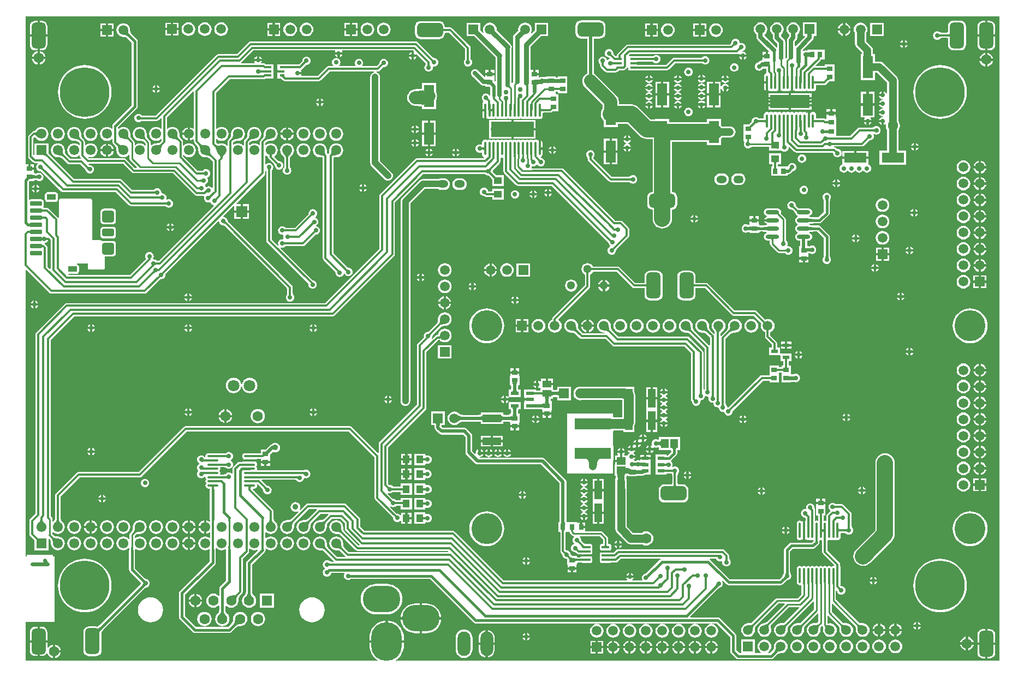
<source format=gtl>
G04*
G04 #@! TF.GenerationSoftware,Altium Limited,Altium Designer,19.0.10 (269)*
G04*
G04 Layer_Physical_Order=1*
G04 Layer_Color=255*
%FSLAX25Y25*%
%MOIN*%
G70*
G01*
G75*
%ADD10C,0.00984*%
%ADD11C,0.01575*%
%ADD14C,0.02362*%
%ADD16C,0.01181*%
%ADD17C,0.01000*%
%ADD18C,0.01378*%
%ADD21R,0.03543X0.02953*%
G04:AMPARAMS|DCode=22|XSize=157.48mil|YSize=86.61mil|CornerRadius=21.65mil|HoleSize=0mil|Usage=FLASHONLY|Rotation=180.000|XOffset=0mil|YOffset=0mil|HoleType=Round|Shape=RoundedRectangle|*
%AMROUNDEDRECTD22*
21,1,0.15748,0.04331,0,0,180.0*
21,1,0.11417,0.08661,0,0,180.0*
1,1,0.04331,-0.05709,0.02165*
1,1,0.04331,0.05709,0.02165*
1,1,0.04331,0.05709,-0.02165*
1,1,0.04331,-0.05709,-0.02165*
%
%ADD22ROUNDEDRECTD22*%
%ADD23R,0.03543X0.03150*%
%ADD24R,0.04331X0.04724*%
%ADD25R,0.13780X0.06299*%
G04:AMPARAMS|DCode=26|XSize=27.56mil|YSize=70.87mil|CornerRadius=3.45mil|HoleSize=0mil|Usage=FLASHONLY|Rotation=90.000|XOffset=0mil|YOffset=0mil|HoleType=Round|Shape=RoundedRectangle|*
%AMROUNDEDRECTD26*
21,1,0.02756,0.06398,0,0,90.0*
21,1,0.02067,0.07087,0,0,90.0*
1,1,0.00689,0.03199,0.01034*
1,1,0.00689,0.03199,-0.01034*
1,1,0.00689,-0.03199,-0.01034*
1,1,0.00689,-0.03199,0.01034*
%
%ADD26ROUNDEDRECTD26*%
G04:AMPARAMS|DCode=27|XSize=70.87mil|YSize=70.87mil|CornerRadius=8.86mil|HoleSize=0mil|Usage=FLASHONLY|Rotation=90.000|XOffset=0mil|YOffset=0mil|HoleType=Round|Shape=RoundedRectangle|*
%AMROUNDEDRECTD27*
21,1,0.07087,0.05315,0,0,90.0*
21,1,0.05315,0.07087,0,0,90.0*
1,1,0.01772,0.02657,0.02657*
1,1,0.01772,0.02657,-0.02657*
1,1,0.01772,-0.02657,-0.02657*
1,1,0.01772,-0.02657,0.02657*
%
%ADD27ROUNDEDRECTD27*%
G04:AMPARAMS|DCode=28|XSize=47.24mil|YSize=70.87mil|CornerRadius=5.91mil|HoleSize=0mil|Usage=FLASHONLY|Rotation=90.000|XOffset=0mil|YOffset=0mil|HoleType=Round|Shape=RoundedRectangle|*
%AMROUNDEDRECTD28*
21,1,0.04724,0.05906,0,0,90.0*
21,1,0.03543,0.07087,0,0,90.0*
1,1,0.01181,0.02953,0.01772*
1,1,0.01181,0.02953,-0.01772*
1,1,0.01181,-0.02953,-0.01772*
1,1,0.01181,-0.02953,0.01772*
%
%ADD28ROUNDEDRECTD28*%
G04:AMPARAMS|DCode=29|XSize=35.43mil|YSize=55.12mil|CornerRadius=4.43mil|HoleSize=0mil|Usage=FLASHONLY|Rotation=90.000|XOffset=0mil|YOffset=0mil|HoleType=Round|Shape=RoundedRectangle|*
%AMROUNDEDRECTD29*
21,1,0.03543,0.04626,0,0,90.0*
21,1,0.02657,0.05512,0,0,90.0*
1,1,0.00886,0.02313,0.01329*
1,1,0.00886,0.02313,-0.01329*
1,1,0.00886,-0.02313,-0.01329*
1,1,0.00886,-0.02313,0.01329*
%
%ADD29ROUNDEDRECTD29*%
G04:AMPARAMS|DCode=30|XSize=14.96mil|YSize=47.24mil|CornerRadius=1.65mil|HoleSize=0mil|Usage=FLASHONLY|Rotation=90.000|XOffset=0mil|YOffset=0mil|HoleType=Round|Shape=RoundedRectangle|*
%AMROUNDEDRECTD30*
21,1,0.01496,0.04395,0,0,90.0*
21,1,0.01167,0.04724,0,0,90.0*
1,1,0.00329,0.02198,0.00584*
1,1,0.00329,0.02198,-0.00584*
1,1,0.00329,-0.02198,-0.00584*
1,1,0.00329,-0.02198,0.00584*
%
%ADD30ROUNDEDRECTD30*%
%ADD31R,0.26339X0.09449*%
%ADD32O,0.01378X0.08661*%
%ADD33O,0.01378X0.09449*%
%ADD34R,0.24410X0.07874*%
%ADD35R,0.06299X0.13780*%
%ADD36R,0.04724X0.05709*%
%ADD37R,0.05315X0.04331*%
%ADD38R,0.11417X0.04528*%
%ADD39R,0.22441X0.06693*%
%ADD40R,0.04331X0.02362*%
%ADD41R,0.03347X0.02953*%
%ADD42R,0.05118X0.02165*%
%ADD43O,0.06693X0.01378*%
%ADD44O,0.08071X0.02362*%
%ADD45R,0.03150X0.01181*%
%ADD46R,0.03347X0.02756*%
%ADD47R,0.03150X0.03543*%
%ADD48R,0.04528X0.11417*%
%ADD49R,0.02756X0.03347*%
%ADD50R,0.05315X0.04528*%
G04:AMPARAMS|DCode=51|XSize=157.48mil|YSize=86.61mil|CornerRadius=21.65mil|HoleSize=0mil|Usage=FLASHONLY|Rotation=90.000|XOffset=0mil|YOffset=0mil|HoleType=Round|Shape=RoundedRectangle|*
%AMROUNDEDRECTD51*
21,1,0.15748,0.04331,0,0,90.0*
21,1,0.11417,0.08661,0,0,90.0*
1,1,0.04331,0.02165,0.05709*
1,1,0.04331,0.02165,-0.05709*
1,1,0.04331,-0.02165,-0.05709*
1,1,0.04331,-0.02165,0.05709*
%
%ADD51ROUNDEDRECTD51*%
%ADD52R,0.04724X0.04331*%
%ADD107C,0.01968*%
%ADD108C,0.03937*%
%ADD109C,0.09843*%
%ADD110C,0.01772*%
%ADD111C,0.02559*%
%ADD112C,0.04724*%
%ADD113C,0.02756*%
%ADD114C,0.07874*%
%ADD115C,0.03150*%
%ADD116C,0.05906*%
%ADD117C,0.04921*%
%ADD118R,0.05906X0.05906*%
%ADD119C,0.05906*%
G04:AMPARAMS|DCode=120|XSize=228.35mil|YSize=161.42mil|CornerRadius=80.71mil|HoleSize=0mil|Usage=FLASHONLY|Rotation=0.000|XOffset=0mil|YOffset=0mil|HoleType=Round|Shape=RoundedRectangle|*
%AMROUNDEDRECTD120*
21,1,0.22835,0.00000,0,0,0.0*
21,1,0.06693,0.16142,0,0,0.0*
1,1,0.16142,0.03347,0.00000*
1,1,0.16142,-0.03347,0.00000*
1,1,0.16142,-0.03347,0.00000*
1,1,0.16142,0.03347,0.00000*
%
%ADD120ROUNDEDRECTD120*%
G04:AMPARAMS|DCode=121|XSize=188.98mil|YSize=236.22mil|CornerRadius=94.49mil|HoleSize=0mil|Usage=FLASHONLY|Rotation=0.000|XOffset=0mil|YOffset=0mil|HoleType=Round|Shape=RoundedRectangle|*
%AMROUNDEDRECTD121*
21,1,0.18898,0.04724,0,0,0.0*
21,1,0.00000,0.23622,0,0,0.0*
1,1,0.18898,0.00000,-0.02362*
1,1,0.18898,0.00000,-0.02362*
1,1,0.18898,0.00000,0.02362*
1,1,0.18898,0.00000,0.02362*
%
%ADD121ROUNDEDRECTD121*%
G04:AMPARAMS|DCode=122|XSize=161.42mil|YSize=228.35mil|CornerRadius=80.71mil|HoleSize=0mil|Usage=FLASHONLY|Rotation=270.000|XOffset=0mil|YOffset=0mil|HoleType=Round|Shape=RoundedRectangle|*
%AMROUNDEDRECTD122*
21,1,0.16142,0.06693,0,0,270.0*
21,1,0.00000,0.22835,0,0,270.0*
1,1,0.16142,-0.03347,0.00000*
1,1,0.16142,-0.03347,0.00000*
1,1,0.16142,0.03347,0.00000*
1,1,0.16142,0.03347,0.00000*
%
%ADD122ROUNDEDRECTD122*%
%ADD123C,0.06299*%
%ADD124R,0.05906X0.05906*%
%ADD125C,0.18898*%
%ADD126R,0.07087X0.07087*%
%ADD127C,0.07087*%
%ADD128R,0.06299X0.06299*%
%ADD129O,0.07874X0.14961*%
%ADD130C,0.05118*%
%ADD131O,0.06299X0.04724*%
G04:AMPARAMS|DCode=132|XSize=62.99mil|YSize=47.24mil|CornerRadius=23.62mil|HoleSize=0mil|Usage=FLASHONLY|Rotation=0.000|XOffset=0mil|YOffset=0mil|HoleType=Round|Shape=RoundedRectangle|*
%AMROUNDEDRECTD132*
21,1,0.06299,0.00000,0,0,0.0*
21,1,0.01575,0.04724,0,0,0.0*
1,1,0.04724,0.00787,0.00000*
1,1,0.04724,-0.00787,0.00000*
1,1,0.04724,-0.00787,0.00000*
1,1,0.04724,0.00787,0.00000*
%
%ADD132ROUNDEDRECTD132*%
%ADD133C,0.06102*%
%ADD134R,0.06102X0.06102*%
%ADD135C,0.30315*%
%ADD136C,0.02756*%
%ADD137C,0.03543*%
%ADD138C,0.02953*%
%ADD139C,0.03937*%
G36*
X263391Y585842D02*
X263415Y585510D01*
X263456Y585197D01*
X263516Y584902D01*
X263594Y584625D01*
X263690Y584367D01*
X263804Y584126D01*
X263936Y583903D01*
X264087Y583699D01*
X264255Y583512D01*
X263141Y582399D01*
X262955Y582567D01*
X262750Y582717D01*
X262528Y582850D01*
X262287Y582964D01*
X262028Y583060D01*
X261751Y583137D01*
X261456Y583197D01*
X261143Y583239D01*
X260812Y583262D01*
X260463Y583268D01*
X263386Y586191D01*
X263391Y585842D01*
D02*
G37*
G36*
X449252Y568321D02*
X449354Y568235D01*
X449457Y568158D01*
X449560Y568092D01*
X449663Y568037D01*
X449766Y567992D01*
X449870Y567956D01*
X449974Y567932D01*
X450078Y567917D01*
X450183Y567913D01*
X448819Y566549D01*
X448815Y566654D01*
X448801Y566758D01*
X448776Y566862D01*
X448741Y566966D01*
X448695Y567069D01*
X448640Y567173D01*
X448574Y567276D01*
X448498Y567378D01*
X448411Y567481D01*
X448314Y567583D01*
X449150Y568418D01*
X449252Y568321D01*
D02*
G37*
G36*
X447445Y565317D02*
X447456Y565183D01*
X447475Y565057D01*
X447501Y564937D01*
X447534Y564825D01*
X447576Y564720D01*
X447624Y564622D01*
X447680Y564531D01*
X447744Y564447D01*
X447815Y564370D01*
X445886D01*
X445957Y564447D01*
X446021Y564531D01*
X446077Y564622D01*
X446125Y564720D01*
X446166Y564825D01*
X446200Y564937D01*
X446226Y565057D01*
X446245Y565183D01*
X446256Y565317D01*
X446260Y565458D01*
X447441D01*
X447445Y565317D01*
D02*
G37*
G36*
X795276Y200787D02*
X426795D01*
X426654Y201287D01*
X427421Y201757D01*
X428671Y202825D01*
X429739Y204076D01*
X430599Y205478D01*
X431228Y206997D01*
X431612Y208597D01*
X431741Y210236D01*
Y211910D01*
X410779D01*
Y210236D01*
X410908Y208597D01*
X411292Y206997D01*
X411921Y205478D01*
X412780Y204076D01*
X413849Y202825D01*
X415099Y201757D01*
X415865Y201287D01*
X415724Y200787D01*
X200787D01*
Y224488D01*
X218504D01*
X218504Y264764D01*
X217537D01*
Y265571D01*
X201358D01*
Y264764D01*
X200787D01*
Y439489D01*
X201249Y439680D01*
X215307Y425622D01*
X215834Y425270D01*
X216457Y425146D01*
X273425D01*
X274047Y425270D01*
X274575Y425622D01*
X283041Y434089D01*
X283465Y434033D01*
X284133Y434121D01*
X284755Y434379D01*
X285290Y434789D01*
X285700Y435324D01*
X285958Y435946D01*
X286046Y436614D01*
X285990Y437037D01*
X318396Y469443D01*
X318903Y469243D01*
X318964Y468781D01*
X319221Y468158D01*
X319632Y467624D01*
X320166Y467213D01*
X320789Y466956D01*
X321457Y466868D01*
X321800Y466913D01*
X321818Y466912D01*
X321821Y466910D01*
X321858Y466879D01*
X321932Y466810D01*
X322027Y466751D01*
X322107Y466673D01*
X322224Y466627D01*
X322331Y466561D01*
X322437Y466543D01*
X360579Y428401D01*
Y425488D01*
X360514Y425397D01*
X360511Y425381D01*
X360502Y425367D01*
X360459Y425152D01*
X360410Y424938D01*
X360407Y424832D01*
X360402Y424771D01*
X360395Y424723D01*
X360388Y424688D01*
X360381Y424667D01*
X360379Y424661D01*
X360356Y424636D01*
X360334Y424600D01*
X359969Y424125D01*
X359712Y423503D01*
X359624Y422835D01*
X359712Y422167D01*
X359969Y421544D01*
X360380Y421009D01*
X360914Y420599D01*
X361537Y420341D01*
X362205Y420254D01*
X362873Y420341D01*
X363495Y420599D01*
X364030Y421009D01*
X364440Y421544D01*
X364698Y422167D01*
X364786Y422835D01*
X364698Y423503D01*
X364440Y424125D01*
X364076Y424600D01*
X364054Y424636D01*
X364030Y424661D01*
X364028Y424667D01*
X364022Y424688D01*
X364014Y424723D01*
X364007Y424771D01*
X364002Y424832D01*
X363999Y424938D01*
X363951Y425152D01*
X363908Y425367D01*
X363899Y425381D01*
X363895Y425397D01*
X363830Y425488D01*
Y429075D01*
X363707Y429697D01*
X363354Y430224D01*
X324563Y469016D01*
X324548Y469049D01*
X324532Y469143D01*
X324455Y469263D01*
X324398Y469392D01*
X324330Y469459D01*
X324278Y469539D01*
X324208Y469612D01*
X324093Y469749D01*
X324066Y469786D01*
X324039Y469828D01*
X324020Y469862D01*
X324008Y469888D01*
X324001Y469906D01*
X323997Y469916D01*
X323986Y469967D01*
X323963Y470018D01*
X323950Y470117D01*
X323692Y470739D01*
X323282Y471274D01*
X322747Y471684D01*
X322125Y471942D01*
X321663Y472003D01*
X321462Y472510D01*
X327672Y478719D01*
X328134Y478528D01*
Y476083D01*
X331988D01*
Y479937D01*
X329543D01*
X329352Y480399D01*
X346622Y497669D01*
X346974Y498197D01*
X347098Y498819D01*
Y499929D01*
X347598Y500214D01*
X347650Y500183D01*
X347663Y500124D01*
X347706Y499908D01*
X347715Y499895D01*
X347719Y499879D01*
X347784Y499787D01*
Y457677D01*
X347907Y457055D01*
X348260Y456528D01*
X373481Y431306D01*
X373402Y430708D01*
X373490Y430040D01*
X373748Y429417D01*
X374158Y428883D01*
X374693Y428473D01*
X375315Y428215D01*
X375984Y428127D01*
X376652Y428215D01*
X377274Y428473D01*
X377809Y428883D01*
X378219Y429417D01*
X378477Y430040D01*
X378565Y430708D01*
X378477Y431376D01*
X378219Y431998D01*
X377809Y432533D01*
X377274Y432943D01*
X376652Y433201D01*
X376114Y433272D01*
X356304Y453082D01*
X356587Y453506D01*
X356812Y453412D01*
X357480Y453324D01*
X358148Y453412D01*
X358771Y453670D01*
X359306Y454080D01*
X359458Y454280D01*
X370079D01*
X370701Y454403D01*
X371228Y454756D01*
X377704Y461231D01*
X377953Y461198D01*
X378621Y461286D01*
X379243Y461544D01*
X379778Y461954D01*
X380188Y462489D01*
X380446Y463111D01*
X380534Y463779D01*
X380446Y464448D01*
X380188Y465070D01*
X379778Y465605D01*
X379243Y466015D01*
X378621Y466273D01*
X378263Y466320D01*
X378196Y466833D01*
X378259Y466859D01*
X378794Y467269D01*
X379204Y467804D01*
X379462Y468426D01*
X379550Y469095D01*
X379462Y469763D01*
X379204Y470385D01*
X378794Y470920D01*
X378259Y471330D01*
X377706Y471559D01*
X377698Y471573D01*
X377631Y471817D01*
X377623Y472094D01*
X378006Y472388D01*
X378416Y472922D01*
X378674Y473545D01*
X378762Y474213D01*
X378674Y474881D01*
X378416Y475503D01*
X378006Y476038D01*
X377472Y476448D01*
X376849Y476706D01*
X376181Y476794D01*
X375513Y476706D01*
X374890Y476448D01*
X374356Y476038D01*
X373946Y475503D01*
X373688Y474881D01*
X373600Y474213D01*
X373633Y473963D01*
X365075Y465405D01*
X359458D01*
X359306Y465605D01*
X358771Y466015D01*
X358148Y466273D01*
X357480Y466361D01*
X356812Y466273D01*
X356190Y466015D01*
X355655Y465605D01*
X355245Y465070D01*
X354987Y464448D01*
X354899Y463779D01*
X354987Y463111D01*
X355245Y462489D01*
X355655Y461954D01*
X356190Y461544D01*
X356812Y461286D01*
X357480Y461198D01*
X357903Y461254D01*
X358265Y460820D01*
X358136Y460510D01*
X358048Y459842D01*
X358136Y459173D01*
X358264Y458866D01*
X357902Y458431D01*
X357480Y458487D01*
X356812Y458399D01*
X356190Y458141D01*
X355655Y457731D01*
X355245Y457196D01*
X354987Y456573D01*
X354899Y455905D01*
X354987Y455237D01*
X355080Y455013D01*
X354656Y454729D01*
X351035Y458351D01*
Y499787D01*
X351100Y499879D01*
X351103Y499895D01*
X351113Y499908D01*
X351155Y500124D01*
X351204Y500337D01*
X351207Y500443D01*
X351212Y500505D01*
X351219Y500553D01*
X351226Y500587D01*
X351233Y500609D01*
X351235Y500614D01*
X351258Y500639D01*
X351280Y500675D01*
X351645Y501150D01*
X351903Y501773D01*
X351991Y502441D01*
X351903Y503109D01*
X351645Y503731D01*
X351235Y504266D01*
X350700Y504676D01*
X350078Y504934D01*
X349410Y505022D01*
X348741Y504934D01*
X348119Y504676D01*
X347598Y504277D01*
X347533Y504286D01*
X347098Y504454D01*
Y509401D01*
X347598Y509636D01*
X348299Y509098D01*
X348512Y509010D01*
X348541Y508986D01*
X348592Y508957D01*
X348596Y508947D01*
X348609Y508905D01*
X348623Y508837D01*
X348633Y508742D01*
X348639Y508580D01*
X348688Y508372D01*
X348730Y508161D01*
X348742Y508144D01*
X348746Y508123D01*
X348872Y507949D01*
X348991Y507770D01*
X349009Y507759D01*
X349021Y507742D01*
X349162Y507654D01*
X349284Y507473D01*
X352486Y504270D01*
X352505Y504160D01*
X352514Y504146D01*
X352517Y504130D01*
X352639Y503948D01*
X352755Y503762D01*
X352829Y503685D01*
X352868Y503638D01*
X352897Y503599D01*
X352916Y503569D01*
X352927Y503549D01*
X352929Y503544D01*
X352931Y503510D01*
X352941Y503469D01*
X353019Y502875D01*
X353276Y502253D01*
X353687Y501718D01*
X354221Y501308D01*
X354844Y501050D01*
X355512Y500962D01*
X356180Y501050D01*
X356802Y501308D01*
X357337Y501718D01*
X357747Y502253D01*
X358005Y502875D01*
X358093Y503543D01*
X358005Y504211D01*
X357747Y504834D01*
X357337Y505368D01*
X356802Y505779D01*
X356180Y506037D01*
X355587Y506115D01*
X355545Y506124D01*
X355511Y506126D01*
X355506Y506128D01*
X355486Y506139D01*
X355456Y506158D01*
X355417Y506187D01*
X355370Y506227D01*
X355293Y506300D01*
X355107Y506417D01*
X354925Y506538D01*
X354909Y506542D01*
X354895Y506550D01*
X354785Y506569D01*
X352730Y508624D01*
X352705Y508697D01*
X352791Y509270D01*
X353452Y509777D01*
X354130Y510661D01*
X354556Y511690D01*
X354702Y512795D01*
X354556Y513900D01*
X354130Y514930D01*
X353452Y515814D01*
X352568Y516492D01*
X351538Y516919D01*
X350433Y517064D01*
X349328Y516919D01*
X348299Y516492D01*
X347598Y515955D01*
X347098Y516190D01*
Y517161D01*
X347753Y517816D01*
X347825Y517826D01*
X347860Y517846D01*
X347900Y517854D01*
X348063Y517962D01*
X348232Y518060D01*
X348348Y518162D01*
X348430Y518217D01*
X348545Y518277D01*
X348697Y518338D01*
X348887Y518395D01*
X349116Y518447D01*
X349366Y518486D01*
X350034Y518537D01*
X350335Y518539D01*
X350433Y518527D01*
X351538Y518672D01*
X352568Y519098D01*
X353452Y519777D01*
X354130Y520661D01*
X354556Y521690D01*
X354702Y522795D01*
X354556Y523900D01*
X354130Y524930D01*
X353452Y525814D01*
X352568Y526492D01*
X351538Y526919D01*
X350433Y527064D01*
X349328Y526919D01*
X348299Y526492D01*
X347415Y525814D01*
X346736Y524930D01*
X346310Y523900D01*
X346164Y522795D01*
X346176Y522709D01*
X346155Y522032D01*
X346126Y521743D01*
X346084Y521478D01*
X346033Y521250D01*
X345975Y521060D01*
X345915Y520908D01*
X345854Y520793D01*
X345799Y520711D01*
X345697Y520594D01*
X345600Y520425D01*
X345492Y520262D01*
X345484Y520222D01*
X345463Y520187D01*
X345454Y520115D01*
X344323Y518984D01*
X343970Y518457D01*
X343847Y517835D01*
Y516053D01*
X343347Y515894D01*
X342567Y516492D01*
X341538Y516919D01*
X340433Y517064D01*
X339328Y516919D01*
X338299Y516492D01*
X337756Y516076D01*
X337256Y516322D01*
Y517319D01*
X337753Y517816D01*
X337825Y517826D01*
X337860Y517846D01*
X337900Y517854D01*
X338063Y517962D01*
X338232Y518060D01*
X338348Y518162D01*
X338430Y518217D01*
X338545Y518277D01*
X338697Y518338D01*
X338887Y518395D01*
X339116Y518447D01*
X339366Y518486D01*
X340034Y518537D01*
X340335Y518539D01*
X340433Y518527D01*
X341538Y518672D01*
X342567Y519098D01*
X343452Y519777D01*
X344130Y520661D01*
X344556Y521690D01*
X344702Y522795D01*
X344556Y523900D01*
X344130Y524930D01*
X343452Y525814D01*
X342567Y526492D01*
X341538Y526919D01*
X340433Y527064D01*
X339328Y526919D01*
X338299Y526492D01*
X337415Y525814D01*
X336736Y524930D01*
X336310Y523900D01*
X336164Y522795D01*
X336176Y522709D01*
X336155Y522032D01*
X336126Y521743D01*
X336085Y521478D01*
X336033Y521250D01*
X335975Y521060D01*
X335914Y520908D01*
X335855Y520793D01*
X335799Y520711D01*
X335698Y520594D01*
X335600Y520425D01*
X335492Y520262D01*
X335484Y520222D01*
X335463Y520187D01*
X335454Y520115D01*
X334480Y519142D01*
X334128Y518614D01*
X334004Y517992D01*
Y515871D01*
X333531Y515711D01*
X333452Y515814D01*
X332568Y516492D01*
X331538Y516919D01*
X330433Y517064D01*
X329328Y516919D01*
X328299Y516492D01*
X327913Y516196D01*
X327413Y516443D01*
Y517476D01*
X327753Y517816D01*
X327825Y517826D01*
X327860Y517846D01*
X327900Y517854D01*
X328063Y517962D01*
X328232Y518060D01*
X328348Y518162D01*
X328430Y518217D01*
X328545Y518277D01*
X328697Y518338D01*
X328887Y518395D01*
X329116Y518447D01*
X329366Y518486D01*
X330034Y518537D01*
X330335Y518539D01*
X330433Y518527D01*
X331538Y518672D01*
X332568Y519098D01*
X333452Y519777D01*
X334130Y520661D01*
X334556Y521690D01*
X334702Y522795D01*
X334556Y523900D01*
X334130Y524930D01*
X333452Y525814D01*
X332568Y526492D01*
X331538Y526919D01*
X330433Y527064D01*
X329328Y526919D01*
X328299Y526492D01*
X327415Y525814D01*
X326736Y524930D01*
X326310Y523900D01*
X326164Y522795D01*
X326176Y522709D01*
X326155Y522032D01*
X326126Y521743D01*
X326084Y521478D01*
X326033Y521250D01*
X325975Y521060D01*
X325915Y520908D01*
X325854Y520793D01*
X325799Y520711D01*
X325697Y520594D01*
X325600Y520425D01*
X325492Y520262D01*
X325484Y520222D01*
X325463Y520187D01*
X325454Y520115D01*
X324638Y519299D01*
X324285Y518772D01*
X324162Y518150D01*
Y515710D01*
X323662Y515540D01*
X323452Y515814D01*
X322568Y516492D01*
X321538Y516919D01*
X320433Y517064D01*
X319328Y516919D01*
X319251Y516887D01*
X319028Y516833D01*
X318761Y516787D01*
X318528Y516765D01*
X318329Y516762D01*
X318164Y516776D01*
X318032Y516801D01*
X317928Y516835D01*
X317846Y516874D01*
X317777Y516919D01*
X317652Y517028D01*
X317552Y517085D01*
X317466Y517161D01*
X317351Y517201D01*
X317245Y517261D01*
X317174Y517271D01*
X317039Y517406D01*
Y519503D01*
X317539Y519681D01*
X318299Y519098D01*
X319328Y518672D01*
X320433Y518527D01*
X321538Y518672D01*
X322568Y519098D01*
X323452Y519777D01*
X324130Y520661D01*
X324556Y521690D01*
X324702Y522795D01*
X324556Y523900D01*
X324130Y524930D01*
X323452Y525814D01*
X322568Y526492D01*
X321538Y526919D01*
X320433Y527064D01*
X319328Y526919D01*
X318299Y526492D01*
X317539Y525909D01*
X317039Y526087D01*
Y547811D01*
X325381Y556153D01*
X346164D01*
X346786Y556277D01*
X347314Y556629D01*
X347378Y556693D01*
X352165D01*
Y559252D01*
Y561811D01*
Y565354D01*
X347378D01*
X347314Y565418D01*
X346786Y565771D01*
X346164Y565895D01*
X344738D01*
X344509Y566395D01*
X344754Y566714D01*
X344966Y567224D01*
X340389D01*
X340600Y566714D01*
X340845Y566395D01*
X340617Y565895D01*
X332631D01*
X332474Y566290D01*
X332467Y566395D01*
X339841Y573768D01*
X389622D01*
X389868Y573268D01*
X389852Y573246D01*
X389641Y572736D01*
X394218D01*
X394006Y573246D01*
X393990Y573268D01*
X394236Y573768D01*
X437324D01*
X437770Y573322D01*
X437697Y573063D01*
Y571161D01*
X439599D01*
X439858Y571235D01*
X445157Y565935D01*
X445156Y565932D01*
X445147Y565918D01*
X445105Y565703D01*
X445056Y565490D01*
X445053Y565383D01*
X445048Y565322D01*
X445041Y565274D01*
X445033Y565240D01*
X445027Y565218D01*
X445025Y565212D01*
X445002Y565188D01*
X444979Y565151D01*
X444615Y564676D01*
X444357Y564054D01*
X444269Y563386D01*
X444357Y562718D01*
X444615Y562095D01*
X445025Y561561D01*
X445560Y561151D01*
X446182Y560893D01*
X446850Y560805D01*
X447518Y560893D01*
X448141Y561151D01*
X448675Y561561D01*
X449086Y562095D01*
X449344Y562718D01*
X449432Y563386D01*
X449406Y563580D01*
X449855Y563999D01*
X450197Y563954D01*
X450865Y564042D01*
X451487Y564300D01*
X452022Y564710D01*
X452432Y565245D01*
X452690Y565867D01*
X452778Y566535D01*
X452690Y567204D01*
X452432Y567826D01*
X452022Y568361D01*
X451487Y568771D01*
X450865Y569029D01*
X450272Y569107D01*
X450230Y569117D01*
X450196Y569118D01*
X450191Y569120D01*
X450171Y569131D01*
X450141Y569150D01*
X450102Y569179D01*
X450055Y569219D01*
X449978Y569292D01*
X449792Y569409D01*
X449610Y569530D01*
X449594Y569534D01*
X449580Y569542D01*
X449470Y569561D01*
X440126Y578905D01*
X439599Y579258D01*
X438976Y579382D01*
X338189D01*
X337567Y579258D01*
X337039Y578905D01*
X329642Y571508D01*
X318504D01*
X317882Y571384D01*
X317354Y571032D01*
X280232Y533909D01*
X272438D01*
X272390Y533927D01*
X272326Y533972D01*
X272172Y534008D01*
X272023Y534063D01*
X271945Y534060D01*
X271868Y534078D01*
X271766Y534081D01*
X271715Y534086D01*
X271690Y534090D01*
X271652Y534121D01*
X271510Y534305D01*
X270976Y534716D01*
X270353Y534973D01*
X269685Y535061D01*
X269017Y534973D01*
X268394Y534716D01*
X267860Y534305D01*
X267450Y533771D01*
X267192Y533148D01*
X267104Y532480D01*
X267192Y531812D01*
X267450Y531190D01*
X267860Y530655D01*
X268394Y530245D01*
X269017Y529987D01*
X269685Y529899D01*
X270353Y529987D01*
X270976Y530245D01*
X271127Y530361D01*
X271210Y530398D01*
X271253Y530427D01*
X271259Y530431D01*
X271271Y530436D01*
X271292Y530445D01*
X271323Y530454D01*
X271364Y530464D01*
X271402Y530471D01*
X271572Y530487D01*
X271669Y530489D01*
X271794Y530517D01*
X271921Y530521D01*
X272021Y530567D01*
X272128Y530591D01*
X272223Y530658D01*
X280906D01*
X281528Y530782D01*
X282055Y531134D01*
X283345Y532424D01*
X283807Y532233D01*
Y526122D01*
X283307Y525924D01*
X282568Y526492D01*
X281538Y526919D01*
X280433Y527064D01*
X279328Y526919D01*
X278299Y526492D01*
X277415Y525814D01*
X276736Y524930D01*
X276310Y523900D01*
X276164Y522795D01*
X276310Y521690D01*
X276736Y520661D01*
X277415Y519777D01*
X278299Y519098D01*
X279328Y518672D01*
X280433Y518527D01*
X281538Y518672D01*
X282568Y519098D01*
X283307Y519666D01*
X283807Y519469D01*
Y518469D01*
X283113Y517774D01*
X283042Y517765D01*
X283006Y517745D01*
X282966Y517737D01*
X282804Y517628D01*
X282634Y517531D01*
X282518Y517429D01*
X282436Y517374D01*
X282321Y517314D01*
X282169Y517253D01*
X281979Y517195D01*
X281750Y517144D01*
X281500Y517104D01*
X280832Y517054D01*
X280531Y517051D01*
X280433Y517064D01*
X279328Y516919D01*
X278299Y516492D01*
X277624Y515975D01*
X277124Y516221D01*
Y517638D01*
X277007Y518225D01*
X276675Y518722D01*
X275362Y520035D01*
X275354Y520102D01*
X275331Y520142D01*
X275322Y520187D01*
X275216Y520345D01*
X275123Y520511D01*
X275034Y520614D01*
X274991Y520681D01*
X274938Y520789D01*
X274881Y520943D01*
X274826Y521141D01*
X274777Y521383D01*
X274738Y521653D01*
X274691Y522366D01*
X274689Y522696D01*
X274702Y522795D01*
X274556Y523900D01*
X274130Y524930D01*
X273452Y525814D01*
X272568Y526492D01*
X271538Y526919D01*
X270433Y527064D01*
X269328Y526919D01*
X268299Y526492D01*
X267415Y525814D01*
X266736Y524930D01*
X266310Y523900D01*
X266164Y522795D01*
X266310Y521690D01*
X266736Y520661D01*
X267415Y519777D01*
X268299Y519098D01*
X269328Y518672D01*
X270433Y518527D01*
X270532Y518539D01*
X270862Y518537D01*
X271575Y518490D01*
X271845Y518452D01*
X272087Y518403D01*
X272285Y518348D01*
X272439Y518291D01*
X272548Y518237D01*
X272615Y518194D01*
X272717Y518106D01*
X272883Y518012D01*
X273042Y517906D01*
X273087Y517897D01*
X273126Y517875D01*
X273193Y517867D01*
X274057Y517003D01*
Y515802D01*
X273584Y515642D01*
X273452Y515814D01*
X272568Y516492D01*
X271538Y516919D01*
X270433Y517064D01*
X269328Y516919D01*
X268299Y516492D01*
X267781Y516095D01*
X267281Y516342D01*
Y517480D01*
X267165Y518067D01*
X266832Y518565D01*
X265362Y520035D01*
X265353Y520102D01*
X265331Y520142D01*
X265322Y520187D01*
X265216Y520345D01*
X265123Y520511D01*
X265034Y520614D01*
X264991Y520681D01*
X264938Y520789D01*
X264881Y520943D01*
X264826Y521141D01*
X264776Y521383D01*
X264738Y521653D01*
X264691Y522366D01*
X264689Y522696D01*
X264702Y522795D01*
X264556Y523900D01*
X264130Y524930D01*
X263452Y525814D01*
X262567Y526492D01*
X261538Y526919D01*
X260433Y527064D01*
X259328Y526919D01*
X258299Y526492D01*
X257638Y525985D01*
X257137Y526231D01*
Y526799D01*
X268614Y538275D01*
X269010Y538868D01*
X269149Y539567D01*
Y579331D01*
X269010Y580030D01*
X268614Y580622D01*
X265401Y583835D01*
X265389Y583916D01*
X265373Y583943D01*
X265368Y583973D01*
X265254Y584143D01*
X265149Y584319D01*
X265021Y584461D01*
X264942Y584569D01*
X264868Y584692D01*
X264801Y584835D01*
X264740Y584998D01*
X264687Y585185D01*
X264645Y585397D01*
X264613Y585633D01*
X264595Y585894D01*
X264591Y586132D01*
X264603Y586221D01*
X264460Y587300D01*
X264044Y588305D01*
X263381Y589169D01*
X262518Y589831D01*
X261512Y590248D01*
X260433Y590390D01*
X259354Y590248D01*
X258348Y589831D01*
X257485Y589169D01*
X256822Y588305D01*
X256406Y587300D01*
X256263Y586221D01*
X256406Y585141D01*
X256822Y584136D01*
X257485Y583272D01*
X258348Y582610D01*
X259354Y582193D01*
X260433Y582051D01*
X260521Y582063D01*
X260760Y582059D01*
X261021Y582040D01*
X261257Y582009D01*
X261468Y581966D01*
X261655Y581914D01*
X261819Y581853D01*
X261961Y581785D01*
X262085Y581712D01*
X262193Y581633D01*
X262334Y581505D01*
X262510Y581400D01*
X262681Y581286D01*
X262711Y581280D01*
X262738Y581264D01*
X262818Y581252D01*
X265496Y578574D01*
Y540323D01*
X254220Y529047D01*
X253824Y528455D01*
X253685Y527756D01*
X253824Y527057D01*
X253886Y526965D01*
Y525985D01*
X253386Y525864D01*
X252568Y526492D01*
X251538Y526919D01*
X250433Y527064D01*
X249328Y526919D01*
X248299Y526492D01*
X247415Y525814D01*
X246736Y524930D01*
X246310Y523900D01*
X246164Y522795D01*
X246310Y521690D01*
X246736Y520661D01*
X247415Y519777D01*
X248299Y519098D01*
X249328Y518672D01*
X250433Y518527D01*
X251538Y518672D01*
X252568Y519098D01*
X253386Y519727D01*
X253886Y519605D01*
Y517717D01*
X254010Y517094D01*
X254362Y516567D01*
X255454Y515475D01*
X255463Y515404D01*
X255484Y515368D01*
X255492Y515328D01*
X255600Y515166D01*
X255697Y514996D01*
X255799Y514880D01*
X255855Y514798D01*
X255914Y514683D01*
X255975Y514531D01*
X256033Y514341D01*
X256084Y514113D01*
X256124Y513862D01*
X256174Y513194D01*
X256177Y512893D01*
X256164Y512795D01*
X256310Y511690D01*
X256736Y510661D01*
X257415Y509777D01*
X258299Y509098D01*
X259328Y508672D01*
X260433Y508527D01*
X261538Y508672D01*
X262567Y509098D01*
X263452Y509777D01*
X263715Y510120D01*
X264215Y509950D01*
Y507677D01*
X264331Y507090D01*
X264664Y506593D01*
X268775Y502481D01*
X268584Y502019D01*
X267512D01*
X262173Y507358D01*
X261646Y507711D01*
X261024Y507834D01*
X239347D01*
X238854Y508327D01*
X239137Y508751D01*
X239328Y508672D01*
X240433Y508527D01*
X241538Y508672D01*
X242567Y509098D01*
X243452Y509777D01*
X244130Y510661D01*
X244556Y511690D01*
X244702Y512795D01*
X244556Y513900D01*
X244130Y514930D01*
X243452Y515814D01*
X242567Y516492D01*
X241538Y516919D01*
X240433Y517064D01*
X239328Y516919D01*
X238299Y516492D01*
X237559Y515925D01*
X237059Y516121D01*
Y517795D01*
X236935Y518417D01*
X236583Y518945D01*
X235412Y520115D01*
X235403Y520187D01*
X235382Y520222D01*
X235374Y520262D01*
X235266Y520425D01*
X235169Y520594D01*
X235067Y520711D01*
X235012Y520792D01*
X234952Y520908D01*
X234891Y521060D01*
X234833Y521250D01*
X234782Y521478D01*
X234742Y521729D01*
X234692Y522397D01*
X234689Y522698D01*
X234702Y522795D01*
X234556Y523900D01*
X234130Y524930D01*
X233452Y525814D01*
X232568Y526492D01*
X231538Y526919D01*
X230433Y527064D01*
X229328Y526919D01*
X228299Y526492D01*
X227415Y525814D01*
X226736Y524930D01*
X226310Y523900D01*
X226164Y522795D01*
X226310Y521690D01*
X226736Y520661D01*
X227415Y519777D01*
X228299Y519098D01*
X229328Y518672D01*
X230433Y518527D01*
X230519Y518538D01*
X231196Y518518D01*
X231485Y518489D01*
X231750Y518447D01*
X231979Y518395D01*
X232169Y518338D01*
X232321Y518277D01*
X232436Y518217D01*
X232518Y518162D01*
X232634Y518060D01*
X232804Y517962D01*
X232966Y517854D01*
X233006Y517846D01*
X233042Y517826D01*
X233113Y517816D01*
X233807Y517122D01*
Y516121D01*
X233307Y515925D01*
X232568Y516492D01*
X231538Y516919D01*
X230433Y517064D01*
X229328Y516919D01*
X228299Y516492D01*
X227415Y515814D01*
X226736Y514930D01*
X226310Y513900D01*
X226164Y512795D01*
X226310Y511690D01*
X226736Y510661D01*
X227415Y509777D01*
X228299Y509098D01*
X229328Y508672D01*
X230433Y508527D01*
X231538Y508672D01*
X232568Y509098D01*
X233307Y509666D01*
X233807Y509469D01*
Y509449D01*
X233931Y508827D01*
X234283Y508299D01*
X234552Y508031D01*
X234344Y507531D01*
X227996D01*
X225412Y510115D01*
X225403Y510187D01*
X225382Y510222D01*
X225374Y510262D01*
X225266Y510425D01*
X225169Y510594D01*
X225067Y510711D01*
X225012Y510792D01*
X224952Y510908D01*
X224891Y511060D01*
X224833Y511250D01*
X224782Y511478D01*
X224742Y511728D01*
X224692Y512396D01*
X224689Y512698D01*
X224702Y512795D01*
X224556Y513900D01*
X224130Y514930D01*
X223452Y515814D01*
X222568Y516492D01*
X221538Y516919D01*
X220433Y517064D01*
X219328Y516919D01*
X218299Y516492D01*
X217415Y515814D01*
X216736Y514930D01*
X216310Y513900D01*
X216164Y512795D01*
X216310Y511690D01*
X216736Y510661D01*
X217415Y509777D01*
X218299Y509098D01*
X219328Y508672D01*
X220433Y508527D01*
X220519Y508538D01*
X221196Y508518D01*
X221485Y508489D01*
X221750Y508447D01*
X221979Y508395D01*
X222169Y508338D01*
X222321Y508277D01*
X222436Y508217D01*
X222518Y508162D01*
X222634Y508060D01*
X222803Y507962D01*
X222966Y507854D01*
X223006Y507846D01*
X223042Y507826D01*
X223113Y507816D01*
X226173Y504756D01*
X226701Y504403D01*
X227323Y504280D01*
X234071D01*
X236840Y501510D01*
X236843Y501476D01*
X236869Y501428D01*
X236878Y501374D01*
X236977Y501221D01*
X237061Y501060D01*
X237103Y501025D01*
X237133Y500979D01*
X237215Y500893D01*
X237265Y500837D01*
X237373Y500702D01*
X237397Y500666D01*
X237421Y500627D01*
X237438Y500596D01*
X237448Y500573D01*
X237453Y500560D01*
X237467Y500510D01*
X237473Y500499D01*
X237725Y499891D01*
X238135Y499356D01*
X238670Y498946D01*
X239292Y498688D01*
X239960Y498600D01*
X240628Y498688D01*
X241251Y498946D01*
X241785Y499356D01*
X242196Y499891D01*
X242453Y500513D01*
X242541Y501181D01*
X242453Y501849D01*
X242196Y502472D01*
X241785Y503006D01*
X241251Y503416D01*
X240628Y503674D01*
X239960Y503762D01*
X239492Y503701D01*
X239486Y503705D01*
X239413Y503774D01*
X239283Y503855D01*
X239165Y503954D01*
X239124Y504083D01*
X239451Y504583D01*
X260350D01*
X265689Y499244D01*
X266216Y498892D01*
X266839Y498768D01*
X290665D01*
X303969Y485465D01*
X304496Y485112D01*
X305118Y484988D01*
X309549D01*
X309859Y484488D01*
X309712Y484133D01*
X309624Y483465D01*
X309712Y482796D01*
X309969Y482174D01*
X310380Y481639D01*
X310914Y481229D01*
X311537Y480971D01*
X312205Y480883D01*
X312873Y480971D01*
X313185Y481101D01*
X313527Y481190D01*
X313807Y480838D01*
X313906Y480599D01*
X314317Y480065D01*
X314851Y479654D01*
X315474Y479397D01*
X315558Y479386D01*
X315737Y478858D01*
X282712Y445832D01*
X282712Y445832D01*
X282083Y445203D01*
X281523D01*
X281432Y445268D01*
X281416Y445271D01*
X281402Y445280D01*
X281187Y445323D01*
X280973Y445372D01*
X280867Y445374D01*
X280806Y445380D01*
X280758Y445387D01*
X280723Y445394D01*
X280702Y445401D01*
X280696Y445403D01*
X280671Y445426D01*
X280635Y445448D01*
X280160Y445813D01*
X279538Y446070D01*
X278870Y446158D01*
X278788Y446148D01*
X278518Y446616D01*
X278613Y446741D01*
X278871Y447364D01*
X278959Y448032D01*
X278871Y448700D01*
X278613Y449322D01*
X278203Y449857D01*
X277668Y450267D01*
X277046Y450525D01*
X276378Y450613D01*
X275710Y450525D01*
X275087Y450267D01*
X274553Y449857D01*
X274143Y449322D01*
X273885Y448700D01*
X273797Y448032D01*
X273885Y447364D01*
X274143Y446741D01*
X274324Y446505D01*
X264484Y436665D01*
X226918D01*
X226882Y436724D01*
X226924Y436872D01*
X227176Y437207D01*
X231644D01*
X232277Y437333D01*
X232815Y437692D01*
X233173Y438229D01*
X233299Y438863D01*
Y441520D01*
X233173Y442154D01*
X232815Y442691D01*
X232277Y443050D01*
X232031Y443099D01*
X232080Y443599D01*
X238756D01*
Y441063D01*
X238848Y440602D01*
X239109Y440212D01*
X239500Y439951D01*
X239960Y439859D01*
X247834D01*
X248295Y439951D01*
X248686Y440212D01*
X248947Y440602D01*
X249039Y441063D01*
Y446969D01*
X248947Y447429D01*
X248943Y447435D01*
X249211Y447935D01*
X253839D01*
X254378Y448006D01*
X254881Y448214D01*
X255313Y448546D01*
X255644Y448977D01*
X255852Y449480D01*
X255923Y450020D01*
Y455335D01*
X255852Y455874D01*
X255644Y456377D01*
X255313Y456809D01*
X254881Y457140D01*
X254378Y457348D01*
X253839Y457419D01*
X248524D01*
X247984Y457348D01*
X247516Y457154D01*
X247308Y457465D01*
X246917Y457726D01*
X246457Y457818D01*
X241362D01*
Y482205D01*
X241270Y482666D01*
X241009Y483056D01*
X240618Y483317D01*
X240157Y483409D01*
X222244D01*
X221783Y483317D01*
X221392Y483056D01*
X221131Y482666D01*
X221040Y482205D01*
Y471626D01*
X220540Y471474D01*
X220441Y471622D01*
X215047Y477016D01*
X214520Y477368D01*
X213898Y477492D01*
X211739D01*
X211722Y477574D01*
X211633Y477707D01*
X211404Y478110D01*
X211633Y478514D01*
X211722Y478647D01*
X211841Y479242D01*
Y481309D01*
X211722Y481904D01*
X211385Y482409D01*
X210881Y482746D01*
X210285Y482865D01*
X203888D01*
X203292Y482746D01*
X203114Y482627D01*
X202614Y482894D01*
Y493381D01*
X202793Y493553D01*
X203266Y493954D01*
X203423Y494068D01*
X203459Y494091D01*
X203500Y494083D01*
X203551Y494095D01*
X204756D01*
X204763Y494092D01*
X204792Y494095D01*
X204853D01*
X204909Y494083D01*
X204965Y494095D01*
X206102D01*
Y494744D01*
X206244Y494755D01*
X206511Y494761D01*
X206684Y494799D01*
X206773Y494793D01*
X206922Y494761D01*
X207042Y494759D01*
X207138Y494752D01*
X207230Y494632D01*
X207765Y494221D01*
X208387Y493963D01*
X209055Y493876D01*
X209723Y493963D01*
X210346Y494221D01*
X210880Y494632D01*
X211290Y495166D01*
X211548Y495789D01*
X211636Y496457D01*
X211548Y497125D01*
X211290Y497747D01*
X210880Y498282D01*
X210346Y498692D01*
X209723Y498950D01*
X209055Y499038D01*
X208387Y498950D01*
X207963Y498774D01*
X207491Y498744D01*
X207371Y498744D01*
X207300Y498729D01*
X207228Y498735D01*
X207071Y498683D01*
X206932Y498654D01*
X206728Y498695D01*
X206511Y498743D01*
X206244Y498749D01*
X206102Y498760D01*
Y499409D01*
X205921D01*
Y500984D01*
X203150D01*
Y501673D01*
X202461D01*
Y504150D01*
X200787D01*
Y594488D01*
X795276D01*
Y200787D01*
D02*
G37*
G36*
X343974Y561917D02*
X344058Y561854D01*
X344149Y561797D01*
X344247Y561749D01*
X344353Y561708D01*
X344465Y561674D01*
X344584Y561648D01*
X344711Y561629D01*
X344845Y561618D01*
X344985Y561614D01*
Y560433D01*
X344845Y560429D01*
X344711Y560418D01*
X344584Y560399D01*
X344465Y560373D01*
X344353Y560340D01*
X344247Y560298D01*
X344149Y560250D01*
X344058Y560194D01*
X343974Y560130D01*
X343897Y560059D01*
Y561988D01*
X343974Y561917D01*
D02*
G37*
G36*
X270863Y533215D02*
X270937Y533143D01*
X271019Y533080D01*
X271110Y533025D01*
X271210Y532979D01*
X271317Y532941D01*
X271433Y532912D01*
X271558Y532891D01*
X271691Y532878D01*
X271832Y532874D01*
X271643Y531693D01*
X271502Y531690D01*
X271240Y531665D01*
X271118Y531644D01*
X271003Y531616D01*
X270894Y531582D01*
X270792Y531542D01*
X270695Y531496D01*
X270605Y531444D01*
X270521Y531385D01*
X270797Y533294D01*
X270863Y533215D01*
D02*
G37*
G36*
X303492Y548523D02*
Y526184D01*
X302992Y525938D01*
X302476Y526334D01*
X301491Y526742D01*
X301122Y526791D01*
Y522795D01*
Y518800D01*
X301491Y518848D01*
X302476Y519257D01*
X302992Y519653D01*
X303492Y519406D01*
Y518110D01*
X303616Y517488D01*
X303969Y516961D01*
X305454Y515475D01*
X305463Y515404D01*
X305484Y515368D01*
X305492Y515328D01*
X305600Y515166D01*
X305697Y514996D01*
X305799Y514880D01*
X305855Y514798D01*
X305914Y514683D01*
X305975Y514531D01*
X306033Y514341D01*
X306084Y514113D01*
X306124Y513862D01*
X306174Y513194D01*
X306177Y512893D01*
X306164Y512795D01*
X306310Y511690D01*
X306736Y510661D01*
X307415Y509777D01*
X308299Y509098D01*
X309328Y508672D01*
X310433Y508527D01*
X310519Y508538D01*
X311196Y508518D01*
X311485Y508489D01*
X311750Y508447D01*
X311979Y508395D01*
X312169Y508338D01*
X312321Y508277D01*
X312436Y508217D01*
X312518Y508162D01*
X312634Y508060D01*
X312804Y507962D01*
X312966Y507854D01*
X313006Y507846D01*
X313041Y507826D01*
X313113Y507816D01*
X315100Y505829D01*
Y489954D01*
X314600Y489784D01*
X314424Y490014D01*
X313889Y490424D01*
X313266Y490682D01*
X312598Y490770D01*
X311930Y490682D01*
X311308Y490424D01*
X311223Y490359D01*
X310697Y490586D01*
X310503Y491054D01*
X310287Y491336D01*
X310430Y491927D01*
X310431Y491928D01*
X310739Y492056D01*
X311274Y492466D01*
X311684Y493001D01*
X311942Y493623D01*
X312030Y494291D01*
X311942Y494959D01*
X311684Y495582D01*
X311619Y495667D01*
X311798Y496255D01*
X312117Y496387D01*
X312652Y496797D01*
X313062Y497331D01*
X313320Y497954D01*
X313408Y498622D01*
X313320Y499290D01*
X313062Y499913D01*
X312652Y500447D01*
X312117Y500857D01*
X311495Y501115D01*
X310827Y501203D01*
X310159Y501115D01*
X309536Y500857D01*
X309061Y500493D01*
X309025Y500471D01*
X309000Y500448D01*
X308995Y500446D01*
X308973Y500439D01*
X308938Y500431D01*
X308891Y500424D01*
X308829Y500419D01*
X308723Y500416D01*
X308509Y500368D01*
X308294Y500325D01*
X308281Y500316D01*
X308265Y500313D01*
X308173Y500248D01*
X305791D01*
X296901Y509138D01*
Y509668D01*
X297375Y509829D01*
X297415Y509777D01*
X298299Y509098D01*
X299328Y508672D01*
X300433Y508527D01*
X301538Y508672D01*
X302568Y509098D01*
X303452Y509777D01*
X304130Y510661D01*
X304556Y511690D01*
X304702Y512795D01*
X304556Y513900D01*
X304130Y514930D01*
X303452Y515814D01*
X302568Y516492D01*
X301538Y516919D01*
X300433Y517064D01*
X299328Y516919D01*
X298299Y516492D01*
X297415Y515814D01*
X297375Y515762D01*
X296901Y515923D01*
Y517953D01*
X296778Y518575D01*
X296425Y519102D01*
X295412Y520115D01*
X295403Y520187D01*
X295382Y520222D01*
X295374Y520262D01*
X295266Y520425D01*
X295169Y520594D01*
X295067Y520711D01*
X295012Y520792D01*
X294952Y520908D01*
X294891Y521060D01*
X294833Y521250D01*
X294782Y521478D01*
X294742Y521729D01*
X294692Y522397D01*
X294689Y522698D01*
X294702Y522795D01*
X294556Y523900D01*
X294130Y524930D01*
X293452Y525814D01*
X292567Y526492D01*
X291538Y526919D01*
X290433Y527064D01*
X289328Y526919D01*
X288299Y526492D01*
X287559Y525924D01*
X287059Y526122D01*
Y532797D01*
X302992Y548731D01*
X303492Y548523D01*
D02*
G37*
G36*
X273487Y522322D02*
X273540Y521529D01*
X273589Y521179D01*
X273654Y520860D01*
X273734Y520571D01*
X273830Y520314D01*
X273941Y520087D01*
X274067Y519891D01*
X274209Y519726D01*
X273502Y519019D01*
X273337Y519161D01*
X273141Y519287D01*
X272915Y519398D01*
X272657Y519494D01*
X272369Y519574D01*
X272049Y519639D01*
X271699Y519689D01*
X270906Y519741D01*
X270464Y519744D01*
X273484Y522765D01*
X273487Y522322D01*
D02*
G37*
G36*
X263487D02*
X263540Y521529D01*
X263589Y521179D01*
X263654Y520860D01*
X263734Y520571D01*
X263830Y520314D01*
X263941Y520087D01*
X264068Y519891D01*
X264210Y519726D01*
X263502Y519019D01*
X263337Y519161D01*
X263141Y519287D01*
X262915Y519398D01*
X262657Y519494D01*
X262368Y519574D01*
X262049Y519639D01*
X261699Y519689D01*
X260906Y519741D01*
X260464Y519744D01*
X263484Y522765D01*
X263487Y522322D01*
D02*
G37*
G36*
X350403Y519744D02*
X349983Y519740D01*
X349227Y519683D01*
X348890Y519630D01*
X348580Y519561D01*
X348297Y519475D01*
X348042Y519372D01*
X347814Y519253D01*
X347613Y519118D01*
X347439Y518966D01*
X346604Y519802D01*
X346756Y519975D01*
X346891Y520176D01*
X347010Y520404D01*
X347112Y520659D01*
X347198Y520942D01*
X347268Y521252D01*
X347321Y521589D01*
X347358Y521954D01*
X347382Y522765D01*
X350403Y519744D01*
D02*
G37*
G36*
X340403D02*
X339983Y519740D01*
X339227Y519683D01*
X338890Y519630D01*
X338580Y519561D01*
X338297Y519475D01*
X338042Y519372D01*
X337814Y519253D01*
X337613Y519118D01*
X337439Y518966D01*
X336604Y519802D01*
X336756Y519975D01*
X336891Y520176D01*
X337010Y520404D01*
X337112Y520659D01*
X337198Y520942D01*
X337268Y521252D01*
X337321Y521589D01*
X337358Y521954D01*
X337382Y522765D01*
X340403Y519744D01*
D02*
G37*
G36*
X330403D02*
X329983Y519740D01*
X329227Y519683D01*
X328890Y519630D01*
X328580Y519561D01*
X328297Y519475D01*
X328042Y519372D01*
X327814Y519253D01*
X327613Y519118D01*
X327439Y518966D01*
X326604Y519802D01*
X326756Y519975D01*
X326891Y520176D01*
X327010Y520404D01*
X327112Y520659D01*
X327198Y520942D01*
X327268Y521252D01*
X327321Y521589D01*
X327358Y521954D01*
X327382Y522765D01*
X330403Y519744D01*
D02*
G37*
G36*
X293488Y522346D02*
X293545Y521589D01*
X293598Y521252D01*
X293668Y520942D01*
X293754Y520659D01*
X293856Y520404D01*
X293975Y520176D01*
X294110Y519975D01*
X294262Y519802D01*
X293427Y518966D01*
X293253Y519118D01*
X293052Y519253D01*
X292824Y519372D01*
X292569Y519475D01*
X292286Y519561D01*
X291976Y519630D01*
X291639Y519683D01*
X291274Y519720D01*
X290464Y519744D01*
X293484Y522765D01*
X293488Y522346D01*
D02*
G37*
G36*
X233488D02*
X233545Y521589D01*
X233598Y521252D01*
X233668Y520942D01*
X233754Y520659D01*
X233856Y520404D01*
X233975Y520176D01*
X234110Y519975D01*
X234262Y519802D01*
X233427Y518966D01*
X233253Y519118D01*
X233052Y519253D01*
X232824Y519372D01*
X232569Y519475D01*
X232286Y519561D01*
X231976Y519630D01*
X231639Y519683D01*
X231275Y519720D01*
X230464Y519744D01*
X233484Y522765D01*
X233488Y522346D01*
D02*
G37*
G36*
X307613Y516472D02*
X307814Y516337D01*
X308042Y516218D01*
X308297Y516116D01*
X308580Y516030D01*
X308890Y515960D01*
X309227Y515907D01*
X309592Y515871D01*
X310403Y515846D01*
X307382Y512826D01*
X307378Y513245D01*
X307321Y514001D01*
X307268Y514338D01*
X307198Y514648D01*
X307112Y514931D01*
X307010Y515187D01*
X306891Y515415D01*
X306756Y515615D01*
X306604Y515789D01*
X307439Y516624D01*
X307613Y516472D01*
D02*
G37*
G36*
X284262Y515789D02*
X284110Y515615D01*
X283975Y515415D01*
X283856Y515187D01*
X283754Y514931D01*
X283668Y514648D01*
X283598Y514338D01*
X283545Y514001D01*
X283508Y513637D01*
X283484Y512826D01*
X280464Y515846D01*
X280883Y515850D01*
X281639Y515907D01*
X281976Y515960D01*
X282286Y516030D01*
X282569Y516116D01*
X282824Y516218D01*
X283052Y516337D01*
X283253Y516472D01*
X283427Y516624D01*
X284262Y515789D01*
D02*
G37*
G36*
X257613Y516472D02*
X257814Y516337D01*
X258042Y516218D01*
X258297Y516116D01*
X258580Y516030D01*
X258890Y515960D01*
X259227Y515907D01*
X259592Y515871D01*
X260403Y515846D01*
X257382Y512826D01*
X257378Y513245D01*
X257321Y514001D01*
X257268Y514338D01*
X257198Y514648D01*
X257112Y514931D01*
X257010Y515187D01*
X256891Y515415D01*
X256756Y515615D01*
X256604Y515789D01*
X257439Y516624D01*
X257613Y516472D01*
D02*
G37*
G36*
X317049Y515956D02*
X317256Y515821D01*
X317484Y515713D01*
X317732Y515633D01*
X317999Y515581D01*
X318287Y515557D01*
X318595Y515561D01*
X318923Y515593D01*
X319270Y515653D01*
X319638Y515741D01*
X317472Y512059D01*
X317354Y512515D01*
X316872Y513994D01*
X316748Y514277D01*
X316624Y514526D01*
X316500Y514740D01*
X316374Y514919D01*
X316247Y515064D01*
X316861Y516120D01*
X317049Y515956D01*
D02*
G37*
G36*
X313488Y512346D02*
X313545Y511589D01*
X313598Y511252D01*
X313668Y510942D01*
X313754Y510660D01*
X313856Y510404D01*
X313975Y510176D01*
X314110Y509975D01*
X314262Y509802D01*
X313427Y508966D01*
X313253Y509118D01*
X313052Y509253D01*
X312824Y509372D01*
X312569Y509475D01*
X312286Y509561D01*
X311976Y509630D01*
X311639Y509683D01*
X311275Y509720D01*
X310464Y509744D01*
X313484Y512765D01*
X313488Y512346D01*
D02*
G37*
G36*
X223488D02*
X223545Y511589D01*
X223598Y511252D01*
X223668Y510942D01*
X223754Y510660D01*
X223856Y510404D01*
X223975Y510176D01*
X224110Y509975D01*
X224262Y509802D01*
X223427Y508966D01*
X223253Y509118D01*
X223052Y509253D01*
X222824Y509372D01*
X222569Y509475D01*
X222286Y509561D01*
X221976Y509630D01*
X221639Y509683D01*
X221274Y509720D01*
X220464Y509744D01*
X223484Y512765D01*
X223488Y512346D01*
D02*
G37*
G36*
X351606Y509964D02*
X351483Y509873D01*
X351376Y509768D01*
X351282Y509649D01*
X351203Y509514D01*
X351139Y509365D01*
X351088Y509201D01*
X351052Y509023D01*
X351031Y508830D01*
X351024Y508622D01*
X349843D01*
X349835Y508830D01*
X349814Y509023D01*
X349778Y509201D01*
X349728Y509365D01*
X349663Y509514D01*
X349584Y509649D01*
X349490Y509768D01*
X349383Y509873D01*
X349260Y509964D01*
X349124Y510039D01*
X351742D01*
X351606Y509964D01*
D02*
G37*
G36*
X322145Y510234D02*
X321910Y509997D01*
X321702Y509758D01*
X321522Y509518D01*
X321370Y509277D01*
X321245Y509035D01*
X321148Y508791D01*
X321079Y508545D01*
X321038Y508299D01*
X321024Y508051D01*
X319843D01*
X319829Y508299D01*
X319787Y508545D01*
X319718Y508791D01*
X319621Y509035D01*
X319496Y509277D01*
X319344Y509518D01*
X319164Y509758D01*
X318956Y509997D01*
X318721Y510234D01*
X318458Y510470D01*
X322408D01*
X322145Y510234D01*
D02*
G37*
G36*
X354567Y505329D02*
X354669Y505242D01*
X354772Y505166D01*
X354875Y505100D01*
X354978Y505045D01*
X355081Y504999D01*
X355185Y504964D01*
X355289Y504940D01*
X355393Y504925D01*
X355498Y504921D01*
X354134Y503557D01*
X354130Y503662D01*
X354115Y503766D01*
X354091Y503870D01*
X354056Y503974D01*
X354010Y504077D01*
X353955Y504181D01*
X353889Y504284D01*
X353813Y504386D01*
X353726Y504489D01*
X353629Y504591D01*
X354464Y505426D01*
X354567Y505329D01*
D02*
G37*
G36*
X238692Y502799D02*
X238795Y502715D01*
X238897Y502644D01*
X238999Y502586D01*
X239101Y502541D01*
X239201Y502508D01*
X239302Y502490D01*
X239401Y502484D01*
X239501Y502491D01*
X239599Y502511D01*
X238623Y500847D01*
X238597Y500939D01*
X238562Y501032D01*
X238519Y501127D01*
X238468Y501222D01*
X238410Y501319D01*
X238343Y501416D01*
X238187Y501614D01*
X238097Y501714D01*
X237999Y501816D01*
X238588Y502896D01*
X238692Y502799D01*
D02*
G37*
G36*
X350303Y501380D02*
X350239Y501296D01*
X350183Y501205D01*
X350135Y501107D01*
X350094Y501002D01*
X350060Y500889D01*
X350034Y500770D01*
X350015Y500643D01*
X350004Y500510D01*
X350000Y500369D01*
X348819D01*
X348815Y500510D01*
X348804Y500643D01*
X348785Y500770D01*
X348759Y500889D01*
X348725Y501002D01*
X348684Y501107D01*
X348636Y501205D01*
X348580Y501296D01*
X348516Y501380D01*
X348445Y501457D01*
X350374D01*
X350303Y501380D01*
D02*
G37*
G36*
X309843Y497657D02*
X309766Y497728D01*
X309682Y497792D01*
X309591Y497848D01*
X309493Y497897D01*
X309387Y497938D01*
X309275Y497972D01*
X309156Y497998D01*
X309029Y498017D01*
X308896Y498028D01*
X308755Y498032D01*
Y499213D01*
X308896Y499216D01*
X309029Y499228D01*
X309156Y499246D01*
X309275Y499272D01*
X309387Y499306D01*
X309493Y499347D01*
X309591Y499396D01*
X309682Y499452D01*
X309766Y499515D01*
X309843Y499587D01*
Y497657D01*
D02*
G37*
G36*
X207887Y495725D02*
X207851Y495771D01*
X207802Y495812D01*
X207739Y495847D01*
X207664Y495879D01*
X207576Y495905D01*
X207475Y495926D01*
X207361Y495943D01*
X207094Y495962D01*
X206941Y495965D01*
X207376Y497539D01*
X207532Y497540D01*
X208229Y497584D01*
X208272Y497596D01*
X208301Y497610D01*
X207887Y495725D01*
D02*
G37*
G36*
X204925Y498088D02*
X204972Y497973D01*
X205051Y497871D01*
X205161Y497783D01*
X205303Y497709D01*
X205476Y497648D01*
X205681Y497600D01*
X205917Y497566D01*
X206185Y497546D01*
X206484Y497539D01*
Y495965D01*
X206185Y495958D01*
X205917Y495937D01*
X205681Y495904D01*
X205476Y495856D01*
X205303Y495795D01*
X205161Y495721D01*
X205051Y495633D01*
X204972Y495531D01*
X204925Y495416D01*
X204909Y495288D01*
Y498216D01*
X204925Y498088D01*
D02*
G37*
G36*
X203481Y495288D02*
X203388Y495324D01*
X203268Y495321D01*
X203122Y495276D01*
X202948Y495192D01*
X202748Y495066D01*
X202521Y494901D01*
X201986Y494448D01*
X201344Y493833D01*
X200276Y494992D01*
X200559Y495282D01*
X201180Y496005D01*
X201310Y496197D01*
X201402Y496364D01*
X201456Y496507D01*
X201472Y496625D01*
X201450Y496719D01*
X201390Y496788D01*
X203481Y495288D01*
D02*
G37*
G36*
X308465Y493327D02*
X308371Y493415D01*
X308274Y493494D01*
X308172Y493564D01*
X308066Y493624D01*
X307955Y493675D01*
X307840Y493717D01*
X307721Y493750D01*
X307598Y493773D01*
X307470Y493787D01*
X307338Y493791D01*
Y494791D01*
X307470Y494796D01*
X307598Y494810D01*
X307721Y494833D01*
X307840Y494866D01*
X307955Y494908D01*
X308066Y494959D01*
X308172Y495019D01*
X308274Y495089D01*
X308371Y495168D01*
X308465Y495256D01*
Y493327D01*
D02*
G37*
G36*
X307284Y488799D02*
X307190Y488888D01*
X307093Y488967D01*
X306991Y489036D01*
X306885Y489096D01*
X306774Y489148D01*
X306660Y489189D01*
X306540Y489222D01*
X306417Y489245D01*
X306289Y489259D01*
X306157Y489264D01*
Y490264D01*
X306289Y490268D01*
X306417Y490282D01*
X306540Y490306D01*
X306660Y490338D01*
X306774Y490380D01*
X306885Y490431D01*
X306991Y490491D01*
X307093Y490561D01*
X307190Y490640D01*
X307284Y490728D01*
Y488799D01*
D02*
G37*
G36*
X311879Y487014D02*
X311801Y487053D01*
X311719Y487077D01*
X311635Y487086D01*
X311547Y487079D01*
X311457Y487057D01*
X311363Y487020D01*
X311267Y486967D01*
X311168Y486899D01*
X311066Y486815D01*
X310960Y486716D01*
X310260Y487686D01*
X311375Y488823D01*
X311879Y487014D01*
D02*
G37*
G36*
X314151Y484261D02*
X314054Y484159D01*
X313885Y483957D01*
X313814Y483856D01*
X313751Y483755D01*
X313697Y483655D01*
X313651Y483555D01*
X313615Y483455D01*
X313586Y483355D01*
X313567Y483255D01*
X312441Y484822D01*
X312543Y484810D01*
X312646Y484811D01*
X312749Y484823D01*
X312851Y484847D01*
X312954Y484884D01*
X313057Y484933D01*
X313159Y484994D01*
X313262Y485066D01*
X313365Y485151D01*
X313468Y485248D01*
X314151Y484261D01*
D02*
G37*
G36*
X318024Y482937D02*
X317927Y482835D01*
X317841Y482733D01*
X317765Y482630D01*
X317699Y482527D01*
X317643Y482424D01*
X317598Y482320D01*
X317563Y482217D01*
X317538Y482113D01*
X317524Y482008D01*
X317520Y481904D01*
X316156Y483268D01*
X316260Y483272D01*
X316364Y483286D01*
X316469Y483311D01*
X316572Y483346D01*
X316676Y483391D01*
X316779Y483447D01*
X316882Y483513D01*
X316985Y483589D01*
X317087Y483675D01*
X317189Y483772D01*
X318024Y482937D01*
D02*
G37*
G36*
X322834Y469602D02*
X322864Y469504D01*
X322903Y469406D01*
X322951Y469307D01*
X323006Y469208D01*
X323070Y469108D01*
X323143Y469008D01*
X323312Y468806D01*
X323410Y468705D01*
X322757Y467687D01*
X322654Y467784D01*
X322551Y467869D01*
X322448Y467941D01*
X322346Y468001D01*
X322243Y468048D01*
X322141Y468083D01*
X322039Y468106D01*
X321938Y468116D01*
X321836Y468114D01*
X321735Y468099D01*
X322812Y469700D01*
X322834Y469602D01*
D02*
G37*
G36*
X376955Y467717D02*
X376850Y467712D01*
X376746Y467698D01*
X376642Y467673D01*
X376538Y467638D01*
X376434Y467593D01*
X376331Y467537D01*
X376228Y467472D01*
X376126Y467395D01*
X376023Y467309D01*
X375921Y467212D01*
X375086Y468047D01*
X375183Y468149D01*
X375269Y468252D01*
X375345Y468354D01*
X375412Y468457D01*
X375467Y468561D01*
X375512Y468664D01*
X375547Y468768D01*
X375572Y468872D01*
X375587Y468976D01*
X375591Y469081D01*
X376955Y467717D01*
D02*
G37*
G36*
X203648Y465932D02*
X203574Y466024D01*
X203482Y466106D01*
X203371Y466179D01*
X203242Y466242D01*
X203095Y466296D01*
X202930Y466340D01*
X202747Y466374D01*
X202545Y466398D01*
X202325Y466412D01*
X202087Y466417D01*
Y467992D01*
X202325Y467997D01*
X202747Y468036D01*
X202930Y468070D01*
X203095Y468114D01*
X203242Y468167D01*
X203371Y468230D01*
X203482Y468303D01*
X203574Y468386D01*
X203648Y468478D01*
Y465932D01*
D02*
G37*
G36*
X203597Y461700D02*
X203584Y461810D01*
X203547Y461910D01*
X203486Y461997D01*
X203400Y462073D01*
X203289Y462138D01*
X203154Y462190D01*
X202994Y462231D01*
X202810Y462260D01*
X202601Y462278D01*
X202368Y462284D01*
Y463465D01*
X202601Y463470D01*
X202810Y463488D01*
X202994Y463517D01*
X203154Y463558D01*
X203289Y463611D01*
X203400Y463675D01*
X203486Y463751D01*
X203547Y463838D01*
X203584Y463938D01*
X203597Y464048D01*
Y461700D01*
D02*
G37*
G36*
X279930Y444471D02*
X280014Y444407D01*
X280105Y444351D01*
X280204Y444303D01*
X280309Y444261D01*
X280421Y444228D01*
X280540Y444202D01*
X280667Y444183D01*
X280801Y444172D01*
X280941Y444168D01*
Y442987D01*
X280801Y442983D01*
X280667Y442972D01*
X280540Y442953D01*
X280421Y442927D01*
X280309Y442893D01*
X280204Y442852D01*
X280105Y442803D01*
X280014Y442747D01*
X279930Y442684D01*
X279854Y442613D01*
Y444542D01*
X279930Y444471D01*
D02*
G37*
G36*
X279438Y442322D02*
X279386Y442296D01*
X279328Y442260D01*
X279264Y442216D01*
X279118Y442102D01*
X278947Y441953D01*
X278645Y441663D01*
X277320Y442008D01*
X277419Y442113D01*
X277502Y442216D01*
X277571Y442316D01*
X277625Y442415D01*
X277664Y442511D01*
X277688Y442605D01*
X277698Y442697D01*
X277693Y442787D01*
X277672Y442875D01*
X277637Y442960D01*
X279438Y442322D01*
D02*
G37*
G36*
X216091Y458427D02*
Y440459D01*
X215591Y440252D01*
X214224Y441618D01*
Y453150D01*
X214100Y453772D01*
X213748Y454299D01*
X212567Y455480D01*
X212405Y455588D01*
X212527Y456109D01*
X212825Y456148D01*
X213404Y456387D01*
X213901Y456769D01*
X214282Y457265D01*
X214493Y457776D01*
X212205D01*
Y459154D01*
X214493D01*
X214377Y459433D01*
X214801Y459717D01*
X216091Y458427D01*
D02*
G37*
G36*
X281453Y440310D02*
X281481Y440298D01*
X281522Y440288D01*
X281576Y440280D01*
X281726Y440267D01*
X282050Y440257D01*
X282185Y440256D01*
Y439075D01*
X282055Y439074D01*
X281544Y439039D01*
X281504Y439029D01*
X281477Y439016D01*
X281463Y439002D01*
X281439Y440322D01*
X281453Y440310D01*
D02*
G37*
G36*
X280228Y438262D02*
X280123Y438258D01*
X280019Y438244D01*
X279915Y438219D01*
X279811Y438184D01*
X279708Y438139D01*
X279604Y438083D01*
X279501Y438017D01*
X279399Y437941D01*
X279296Y437855D01*
X279194Y437758D01*
X278359Y438593D01*
X278456Y438695D01*
X278542Y438797D01*
X278619Y438900D01*
X278685Y439003D01*
X278740Y439106D01*
X278785Y439210D01*
X278820Y439314D01*
X278845Y439418D01*
X278860Y439522D01*
X278864Y439627D01*
X280228Y438262D01*
D02*
G37*
G36*
X362799Y424766D02*
X362810Y424632D01*
X362829Y424506D01*
X362855Y424386D01*
X362889Y424274D01*
X362930Y424169D01*
X362979Y424071D01*
X363035Y423980D01*
X363098Y423896D01*
X363169Y423819D01*
X361240D01*
X361311Y423896D01*
X361375Y423980D01*
X361431Y424071D01*
X361479Y424169D01*
X361521Y424274D01*
X361554Y424386D01*
X361580Y424506D01*
X361599Y424632D01*
X361610Y424766D01*
X361614Y424906D01*
X362795D01*
X362799Y424766D01*
D02*
G37*
%LPC*%
G36*
X294150Y590764D02*
X290886D01*
Y587500D01*
X294150D01*
Y590764D01*
D02*
G37*
G36*
X289508D02*
X286244D01*
Y587500D01*
X289508D01*
Y590764D01*
D02*
G37*
G36*
X403402Y590567D02*
X400138D01*
Y587303D01*
X403402D01*
Y590567D01*
D02*
G37*
G36*
X398760D02*
X395496D01*
Y587303D01*
X398760D01*
Y590567D01*
D02*
G37*
G36*
X356240D02*
X352976D01*
Y587303D01*
X356240D01*
Y590567D01*
D02*
G37*
G36*
X351598D02*
X348334D01*
Y587303D01*
X351598D01*
Y590567D01*
D02*
G37*
G36*
X701319Y590510D02*
Y587303D01*
X704526D01*
X704481Y587646D01*
X704083Y588608D01*
X703449Y589433D01*
X702623Y590067D01*
X701662Y590465D01*
X701319Y590510D01*
D02*
G37*
G36*
X699941D02*
X699598Y590465D01*
X698636Y590067D01*
X697811Y589433D01*
X697177Y588608D01*
X696779Y587646D01*
X696734Y587303D01*
X699941D01*
Y590510D01*
D02*
G37*
G36*
X616276Y590173D02*
X613012D01*
Y586909D01*
X616276D01*
Y590173D01*
D02*
G37*
G36*
X611634D02*
X608370D01*
Y586909D01*
X611634D01*
Y590173D01*
D02*
G37*
G36*
X586905D02*
X583642D01*
Y586909D01*
X586905D01*
Y590173D01*
D02*
G37*
G36*
X582264D02*
X579000D01*
Y586909D01*
X582264D01*
Y590173D01*
D02*
G37*
G36*
X254386D02*
X251122D01*
Y586909D01*
X254386D01*
Y590173D01*
D02*
G37*
G36*
X249744D02*
X246480D01*
Y586909D01*
X249744D01*
Y590173D01*
D02*
G37*
G36*
X771654Y591958D02*
X767323D01*
X766449Y591843D01*
X765635Y591506D01*
X764936Y590969D01*
X764400Y590270D01*
X764062Y589456D01*
X763947Y588583D01*
Y584866D01*
X763938Y584865D01*
X763724Y584817D01*
X763509Y584774D01*
X763496Y584765D01*
X763480Y584762D01*
X763388Y584697D01*
X760024D01*
X759948Y584752D01*
X759829Y584782D01*
X759717Y584833D01*
X759602Y584837D01*
X759492Y584865D01*
X759262Y584875D01*
X759212Y584881D01*
X759160Y584890D01*
X759118Y584900D01*
X759087Y584910D01*
X759066Y584918D01*
X759054Y584924D01*
X759048Y584927D01*
X759006Y584957D01*
X758922Y584994D01*
X758771Y585109D01*
X758148Y585367D01*
X757480Y585455D01*
X756812Y585367D01*
X756190Y585109D01*
X755655Y584699D01*
X755245Y584165D01*
X754987Y583542D01*
X754899Y582874D01*
X754987Y582206D01*
X755245Y581583D01*
X755655Y581049D01*
X756190Y580639D01*
X756812Y580381D01*
X757480Y580293D01*
X758148Y580381D01*
X758771Y580639D01*
X759305Y581049D01*
X759447Y581233D01*
X759485Y581264D01*
X759511Y581269D01*
X759561Y581274D01*
X759663Y581277D01*
X759740Y581294D01*
X759819Y581291D01*
X759967Y581347D01*
X760121Y581382D01*
X760185Y581427D01*
X760233Y581445D01*
X763388D01*
X763480Y581380D01*
X763496Y581377D01*
X763509Y581368D01*
X763724Y581325D01*
X763938Y581277D01*
X763947Y581276D01*
Y577165D01*
X764062Y576292D01*
X764400Y575478D01*
X764936Y574779D01*
X765635Y574242D01*
X766449Y573905D01*
X767323Y573790D01*
X771654D01*
X772527Y573905D01*
X773341Y574242D01*
X774040Y574779D01*
X774577Y575478D01*
X774914Y576292D01*
X775029Y577165D01*
Y588583D01*
X774914Y589456D01*
X774577Y590270D01*
X774040Y590969D01*
X773341Y591506D01*
X772527Y591843D01*
X771654Y591958D01*
D02*
G37*
G36*
X210827Y591775D02*
X209350D01*
Y583563D01*
X214019D01*
Y588583D01*
X213911Y589409D01*
X213592Y590179D01*
X213084Y590840D01*
X212423Y591348D01*
X211653Y591667D01*
X210827Y591775D01*
D02*
G37*
G36*
X207973D02*
X206496D01*
X205670Y591667D01*
X204900Y591348D01*
X204239Y590840D01*
X203731Y590179D01*
X203412Y589409D01*
X203303Y588583D01*
Y583563D01*
X207973D01*
Y591775D01*
D02*
G37*
G36*
X789567D02*
X788091D01*
Y583563D01*
X792760D01*
Y588583D01*
X792651Y589409D01*
X792332Y590179D01*
X791824Y590840D01*
X791163Y591348D01*
X790393Y591667D01*
X789567Y591775D01*
D02*
G37*
G36*
X786713D02*
X785236D01*
X784410Y591667D01*
X783640Y591348D01*
X782979Y590840D01*
X782471Y590179D01*
X782152Y589409D01*
X782044Y588583D01*
Y583563D01*
X786713D01*
Y591775D01*
D02*
G37*
G36*
X294150Y586122D02*
X290886D01*
Y582858D01*
X294150D01*
Y586122D01*
D02*
G37*
G36*
X289508D02*
X286244D01*
Y582858D01*
X289508D01*
Y586122D01*
D02*
G37*
G36*
X704526Y585925D02*
X701319D01*
Y582718D01*
X701662Y582763D01*
X702623Y583161D01*
X703449Y583795D01*
X704083Y584621D01*
X704481Y585582D01*
X704526Y585925D01*
D02*
G37*
G36*
X699941D02*
X696734D01*
X696779Y585582D01*
X697177Y584621D01*
X697811Y583795D01*
X698636Y583161D01*
X699598Y582763D01*
X699941Y582718D01*
Y585925D01*
D02*
G37*
G36*
X403402Y585925D02*
X400138D01*
Y582661D01*
X403402D01*
Y585925D01*
D02*
G37*
G36*
X398760D02*
X395496D01*
Y582661D01*
X398760D01*
Y585925D01*
D02*
G37*
G36*
X356240D02*
X352976D01*
Y582661D01*
X356240D01*
Y585925D01*
D02*
G37*
G36*
X351598D02*
X348334D01*
Y582661D01*
X351598D01*
Y585925D01*
D02*
G37*
G36*
X320197Y590981D02*
X319118Y590838D01*
X318112Y590422D01*
X317249Y589759D01*
X316586Y588896D01*
X316169Y587890D01*
X316027Y586811D01*
X316169Y585732D01*
X316586Y584726D01*
X317249Y583863D01*
X318112Y583200D01*
X319118Y582784D01*
X320197Y582642D01*
X321276Y582784D01*
X322282Y583200D01*
X323145Y583863D01*
X323808Y584726D01*
X324224Y585732D01*
X324366Y586811D01*
X324224Y587890D01*
X323808Y588896D01*
X323145Y589759D01*
X322282Y590422D01*
X321276Y590838D01*
X320197Y590981D01*
D02*
G37*
G36*
X310197D02*
X309118Y590838D01*
X308112Y590422D01*
X307248Y589759D01*
X306586Y588896D01*
X306169Y587890D01*
X306027Y586811D01*
X306169Y585732D01*
X306586Y584726D01*
X307248Y583863D01*
X308112Y583200D01*
X309118Y582784D01*
X310197Y582642D01*
X311276Y582784D01*
X312282Y583200D01*
X313145Y583863D01*
X313808Y584726D01*
X314224Y585732D01*
X314366Y586811D01*
X314224Y587890D01*
X313808Y588896D01*
X313145Y589759D01*
X312282Y590422D01*
X311276Y590838D01*
X310197Y590981D01*
D02*
G37*
G36*
X300197D02*
X299118Y590838D01*
X298112Y590422D01*
X297249Y589759D01*
X296586Y588896D01*
X296169Y587890D01*
X296027Y586811D01*
X296169Y585732D01*
X296586Y584726D01*
X297249Y583863D01*
X298112Y583200D01*
X299118Y582784D01*
X300197Y582642D01*
X301276Y582784D01*
X302282Y583200D01*
X303145Y583863D01*
X303808Y584726D01*
X304224Y585732D01*
X304366Y586811D01*
X304224Y587890D01*
X303808Y588896D01*
X303145Y589759D01*
X302282Y590422D01*
X301276Y590838D01*
X300197Y590981D01*
D02*
G37*
G36*
X724764Y590748D02*
X716496D01*
Y582480D01*
X724764D01*
Y590748D01*
D02*
G37*
G36*
X419449Y590784D02*
X418370Y590642D01*
X417364Y590225D01*
X416501Y589563D01*
X415838Y588699D01*
X415421Y587693D01*
X415279Y586614D01*
X415421Y585535D01*
X415838Y584529D01*
X416501Y583666D01*
X417364Y583003D01*
X418370Y582587D01*
X419449Y582445D01*
X420528Y582587D01*
X421534Y583003D01*
X422397Y583666D01*
X423060Y584529D01*
X423476Y585535D01*
X423618Y586614D01*
X423476Y587693D01*
X423060Y588699D01*
X422397Y589563D01*
X421534Y590225D01*
X420528Y590642D01*
X419449Y590784D01*
D02*
G37*
G36*
X409449D02*
X408370Y590642D01*
X407364Y590225D01*
X406500Y589563D01*
X405838Y588699D01*
X405421Y587693D01*
X405279Y586614D01*
X405421Y585535D01*
X405838Y584529D01*
X406500Y583666D01*
X407364Y583003D01*
X408370Y582587D01*
X409449Y582445D01*
X410528Y582587D01*
X411534Y583003D01*
X412397Y583666D01*
X413060Y584529D01*
X413476Y585535D01*
X413618Y586614D01*
X413476Y587693D01*
X413060Y588699D01*
X412397Y589563D01*
X411534Y590225D01*
X410528Y590642D01*
X409449Y590784D01*
D02*
G37*
G36*
X372287D02*
X371208Y590642D01*
X370202Y590225D01*
X369339Y589563D01*
X368676Y588699D01*
X368259Y587693D01*
X368117Y586614D01*
X368259Y585535D01*
X368676Y584529D01*
X369339Y583666D01*
X370202Y583003D01*
X371208Y582587D01*
X372287Y582445D01*
X373366Y582587D01*
X374372Y583003D01*
X375235Y583666D01*
X375898Y584529D01*
X376314Y585535D01*
X376456Y586614D01*
X376314Y587693D01*
X375898Y588699D01*
X375235Y589563D01*
X374372Y590225D01*
X373366Y590642D01*
X372287Y590784D01*
D02*
G37*
G36*
X362287D02*
X361208Y590642D01*
X360202Y590225D01*
X359339Y589563D01*
X358676Y588699D01*
X358259Y587693D01*
X358117Y586614D01*
X358259Y585535D01*
X358676Y584529D01*
X359339Y583666D01*
X360202Y583003D01*
X361208Y582587D01*
X362287Y582445D01*
X363366Y582587D01*
X364372Y583003D01*
X365235Y583666D01*
X365898Y584529D01*
X366314Y585535D01*
X366456Y586614D01*
X366314Y587693D01*
X365898Y588699D01*
X365235Y589563D01*
X364372Y590225D01*
X363366Y590642D01*
X362287Y590784D01*
D02*
G37*
G36*
X616276Y585532D02*
X613012D01*
Y582268D01*
X616276D01*
Y585532D01*
D02*
G37*
G36*
X611634D02*
X608370D01*
Y582268D01*
X611634D01*
Y585532D01*
D02*
G37*
G36*
X586905D02*
X583642D01*
Y582268D01*
X586905D01*
Y585532D01*
D02*
G37*
G36*
X582264D02*
X579000D01*
Y582268D01*
X582264D01*
Y585532D01*
D02*
G37*
G36*
X254386D02*
X251122D01*
Y582268D01*
X254386D01*
Y585532D01*
D02*
G37*
G36*
X249744D02*
X246480D01*
Y582268D01*
X249744D01*
Y585532D01*
D02*
G37*
G36*
X622323Y590390D02*
X621244Y590248D01*
X620238Y589831D01*
X619375Y589169D01*
X618712Y588305D01*
X618295Y587300D01*
X618153Y586221D01*
X618295Y585141D01*
X618712Y584136D01*
X619375Y583272D01*
X620238Y582610D01*
X621244Y582193D01*
X622323Y582051D01*
X623402Y582193D01*
X624408Y582610D01*
X625271Y583272D01*
X625934Y584136D01*
X626350Y585141D01*
X626492Y586221D01*
X626350Y587300D01*
X625934Y588305D01*
X625271Y589169D01*
X624408Y589831D01*
X623402Y590248D01*
X622323Y590390D01*
D02*
G37*
G36*
X592953D02*
X591874Y590248D01*
X590868Y589831D01*
X590004Y589169D01*
X589342Y588305D01*
X588925Y587300D01*
X588783Y586221D01*
X588925Y585141D01*
X589342Y584136D01*
X590004Y583272D01*
X590868Y582610D01*
X591874Y582193D01*
X592953Y582051D01*
X594032Y582193D01*
X595038Y582610D01*
X595901Y583272D01*
X596564Y584136D01*
X596980Y585141D01*
X597122Y586221D01*
X596980Y587300D01*
X596564Y588305D01*
X595901Y589169D01*
X595038Y589831D01*
X594032Y590248D01*
X592953Y590390D01*
D02*
G37*
G36*
X737697Y580044D02*
Y578445D01*
X739296D01*
X739085Y578955D01*
X738704Y579452D01*
X738207Y579833D01*
X737697Y580044D01*
D02*
G37*
G36*
X736319D02*
X735809Y579833D01*
X735312Y579452D01*
X734931Y578955D01*
X734719Y578445D01*
X736319D01*
Y580044D01*
D02*
G37*
G36*
X739296Y577067D02*
X737697D01*
Y575467D01*
X738207Y575679D01*
X738704Y576060D01*
X739085Y576557D01*
X739296Y577067D01*
D02*
G37*
G36*
X736319D02*
X734719D01*
X734931Y576557D01*
X735312Y576060D01*
X735809Y575679D01*
X736319Y575467D01*
Y577067D01*
D02*
G37*
G36*
X792760Y582185D02*
X788091D01*
Y573973D01*
X789567D01*
X790393Y574082D01*
X791163Y574401D01*
X791824Y574908D01*
X792332Y575569D01*
X792651Y576339D01*
X792760Y577165D01*
Y582185D01*
D02*
G37*
G36*
X786713D02*
X782044D01*
Y577165D01*
X782152Y576339D01*
X782471Y575569D01*
X782979Y574908D01*
X783640Y574401D01*
X784410Y574082D01*
X785236Y573973D01*
X786713D01*
Y582185D01*
D02*
G37*
G36*
X214019Y582185D02*
X209350D01*
Y573973D01*
X210827D01*
X211653Y574082D01*
X212423Y574401D01*
X213084Y574908D01*
X213592Y575569D01*
X213911Y576339D01*
X214019Y577165D01*
Y582185D01*
D02*
G37*
G36*
X207973D02*
X203303D01*
Y577165D01*
X203412Y576339D01*
X203731Y575569D01*
X204239Y574908D01*
X204900Y574401D01*
X205670Y574082D01*
X206496Y573973D01*
X207973D01*
Y582185D01*
D02*
G37*
G36*
X436319Y572761D02*
X435809Y572550D01*
X435312Y572168D01*
X434931Y571672D01*
X434719Y571161D01*
X436319D01*
Y572761D01*
D02*
G37*
G36*
X652756Y572949D02*
X650673D01*
Y571063D01*
X652756D01*
Y572949D01*
D02*
G37*
G36*
X634251Y580926D02*
X633583Y580838D01*
X632960Y580581D01*
X632426Y580170D01*
X632015Y579636D01*
X631757Y579013D01*
X631679Y578420D01*
X631670Y578379D01*
X631668Y578345D01*
X631666Y578339D01*
X631655Y578319D01*
X631636Y578290D01*
X631607Y578251D01*
X631567Y578204D01*
X631494Y578126D01*
X631377Y577941D01*
X631256Y577759D01*
X631252Y577743D01*
X631244Y577729D01*
X631225Y577619D01*
X631019Y577413D01*
X568465D01*
X567842Y577289D01*
X567315Y576937D01*
X562394Y572016D01*
X562041Y571488D01*
X561918Y570866D01*
Y570845D01*
X561853Y570753D01*
X561849Y570738D01*
X561840Y570724D01*
X561797Y570509D01*
X561749Y570295D01*
X561748Y570276D01*
X560960D01*
X560071Y571166D01*
X560068Y571195D01*
X560045Y571240D01*
X560036Y571290D01*
X559938Y571447D01*
X559853Y571612D01*
X559814Y571645D01*
X559787Y571688D01*
X559716Y571763D01*
X559682Y571804D01*
X559659Y571835D01*
X559656Y571840D01*
X559648Y571899D01*
X559668Y572047D01*
X559580Y572715D01*
X559322Y573338D01*
X558912Y573872D01*
X558377Y574283D01*
X557755Y574540D01*
X557087Y574628D01*
X556419Y574540D01*
X555796Y574283D01*
X555262Y573872D01*
X554851Y573338D01*
X554593Y572715D01*
X554505Y572047D01*
X554593Y571379D01*
X554851Y570757D01*
X555262Y570222D01*
X555796Y569812D01*
X556419Y569554D01*
X556694Y569518D01*
X556798Y569482D01*
X556849Y569475D01*
X556850Y569475D01*
X556858Y569472D01*
X556874Y569466D01*
X556898Y569454D01*
X556930Y569435D01*
X556955Y569417D01*
X557082Y569314D01*
X557150Y569249D01*
X557281Y569166D01*
X557399Y569066D01*
X557419Y568966D01*
X557144Y568438D01*
X556522Y568180D01*
X556173Y567912D01*
X555652Y568096D01*
X555643Y568105D01*
X555643Y568106D01*
X555385Y568728D01*
X554975Y569263D01*
X554440Y569673D01*
X553818Y569931D01*
X553150Y570019D01*
X552482Y569931D01*
X551859Y569673D01*
X551325Y569263D01*
X550914Y568728D01*
X550656Y568106D01*
X550568Y567438D01*
X550656Y566770D01*
X550914Y566147D01*
X551279Y565672D01*
X551301Y565636D01*
X551324Y565611D01*
X551326Y565605D01*
X551333Y565584D01*
X551340Y565549D01*
X551347Y565501D01*
X551352Y565440D01*
X551355Y565334D01*
X551404Y565120D01*
X551446Y564905D01*
X551455Y564891D01*
X551459Y564876D01*
X551524Y564784D01*
Y564567D01*
X551648Y563945D01*
X552000Y563417D01*
X554559Y560858D01*
X555087Y560506D01*
X555709Y560382D01*
X561024D01*
X561646Y560506D01*
X562087Y560801D01*
X562163Y560833D01*
X562263Y560851D01*
X562377Y560924D01*
X562502Y560978D01*
X562573Y561050D01*
X562659Y561105D01*
X562872Y561311D01*
X563047Y561466D01*
X563194Y561582D01*
X563240Y561614D01*
X563345D01*
X563354Y561611D01*
X563392Y561614D01*
X563643D01*
X563652Y561614D01*
X563654Y561614D01*
X566299D01*
Y561831D01*
X566567Y561884D01*
X567094Y562236D01*
X568079Y563221D01*
X568161Y563344D01*
X568661Y563193D01*
Y561614D01*
X574173D01*
Y561760D01*
X592560D01*
X593182Y561884D01*
X593709Y562236D01*
X597564Y566091D01*
X613770D01*
X613923Y565891D01*
X614458Y565481D01*
X615080Y565223D01*
X615748Y565135D01*
X616416Y565223D01*
X617039Y565481D01*
X617573Y565891D01*
X617983Y566426D01*
X618241Y567049D01*
X618329Y567717D01*
X618241Y568385D01*
X617983Y569007D01*
X617573Y569542D01*
X617039Y569952D01*
X616416Y570210D01*
X615748Y570298D01*
X615080Y570210D01*
X614458Y569952D01*
X613923Y569542D01*
X613770Y569342D01*
X596890D01*
X596268Y569218D01*
X595741Y568866D01*
X591886Y565012D01*
X574173D01*
Y565158D01*
X573992D01*
Y565256D01*
X571417D01*
Y566634D01*
X573992D01*
Y566732D01*
X574173D01*
Y566878D01*
X583849D01*
X584002Y566679D01*
X584536Y566269D01*
X585159Y566011D01*
X585827Y565923D01*
X586495Y566011D01*
X587117Y566269D01*
X587652Y566679D01*
X588062Y567213D01*
X588320Y567836D01*
X588408Y568504D01*
X588320Y569172D01*
X588062Y569795D01*
X587652Y570329D01*
X587117Y570739D01*
X586495Y570997D01*
X585827Y571085D01*
X585159Y570997D01*
X584536Y570739D01*
X584002Y570329D01*
X583849Y570130D01*
X574173D01*
Y570276D01*
X569345D01*
X569138Y570776D01*
X569954Y571592D01*
X635226D01*
X635848Y571716D01*
X636375Y572068D01*
X636380Y572073D01*
X636757Y571743D01*
X636702Y571672D01*
X636491Y571161D01*
X641068D01*
X640857Y571672D01*
X640476Y572168D01*
X639979Y572550D01*
X639400Y572789D01*
X638779Y572871D01*
X638733Y572865D01*
X638603Y573352D01*
X639086Y573552D01*
X639620Y573962D01*
X640031Y574497D01*
X640288Y575119D01*
X640376Y575787D01*
X640288Y576455D01*
X640031Y577078D01*
X639620Y577612D01*
X639086Y578023D01*
X638463Y578281D01*
X637795Y578369D01*
X637321Y578306D01*
X637090Y578325D01*
X636788Y578681D01*
X636744Y579013D01*
X636486Y579636D01*
X636076Y580170D01*
X635541Y580581D01*
X634919Y580838D01*
X634251Y580926D01*
D02*
G37*
G36*
X209350Y573386D02*
Y569980D01*
X212756D01*
X212704Y570375D01*
X212286Y571384D01*
X211621Y572251D01*
X210754Y572916D01*
X209745Y573334D01*
X209350Y573386D01*
D02*
G37*
G36*
X207972D02*
X207578Y573334D01*
X206569Y572916D01*
X205702Y572251D01*
X205037Y571384D01*
X204619Y570375D01*
X204567Y569980D01*
X207972D01*
Y573386D01*
D02*
G37*
G36*
X394218Y571358D02*
X392618D01*
Y569759D01*
X393128Y569970D01*
X393625Y570351D01*
X394006Y570848D01*
X394218Y571358D01*
D02*
G37*
G36*
X391240D02*
X389641D01*
X389852Y570848D01*
X390233Y570351D01*
X390730Y569970D01*
X391240Y569759D01*
Y571358D01*
D02*
G37*
G36*
X669567Y590981D02*
X668488Y590838D01*
X667482Y590422D01*
X666619Y589759D01*
X665956Y588896D01*
X665540Y587890D01*
X665397Y586811D01*
X665540Y585732D01*
X665956Y584726D01*
X666619Y583863D01*
X667165Y583444D01*
Y582472D01*
X666411Y581718D01*
X666030Y581221D01*
X665790Y580642D01*
X665708Y580020D01*
Y569685D01*
X665735Y569478D01*
X665071Y568814D01*
X664597Y569048D01*
X664627Y569272D01*
Y579035D01*
X664545Y579657D01*
X664305Y580237D01*
X663923Y580734D01*
X661969Y582688D01*
Y583444D01*
X662515Y583863D01*
X663178Y584726D01*
X663594Y585732D01*
X663736Y586811D01*
X663594Y587890D01*
X663178Y588896D01*
X662515Y589759D01*
X661652Y590422D01*
X660646Y590838D01*
X659567Y590981D01*
X658488Y590838D01*
X657482Y590422D01*
X656619Y589759D01*
X655956Y588896D01*
X655540Y587890D01*
X655397Y586811D01*
X655540Y585732D01*
X655956Y584726D01*
X656619Y583863D01*
X657164Y583444D01*
Y581693D01*
X657246Y581071D01*
X657486Y580492D01*
X657868Y579994D01*
X659822Y578040D01*
Y575856D01*
X659537Y575703D01*
X659322Y575670D01*
X652014Y582978D01*
X652036Y583495D01*
X652515Y583863D01*
X653178Y584726D01*
X653594Y585732D01*
X653736Y586811D01*
X653594Y587890D01*
X653178Y588896D01*
X652515Y589759D01*
X651652Y590422D01*
X650646Y590838D01*
X649567Y590981D01*
X648488Y590838D01*
X647482Y590422D01*
X646619Y589759D01*
X645956Y588896D01*
X645540Y587890D01*
X645397Y586811D01*
X645540Y585732D01*
X645956Y584726D01*
X646619Y583863D01*
X647164Y583444D01*
Y582028D01*
X647246Y581406D01*
X647486Y580826D01*
X647868Y580329D01*
X654786Y573411D01*
X654595Y572949D01*
X654134D01*
Y570374D01*
X653445D01*
Y569685D01*
X650673D01*
Y568209D01*
X650492D01*
Y567719D01*
X650229Y567699D01*
X649936Y567695D01*
X649715Y567647D01*
X649494Y567603D01*
X649486Y567598D01*
X649477Y567596D01*
X649291Y567467D01*
X649104Y567342D01*
X649098Y567334D01*
X649090Y567328D01*
X649079Y567312D01*
X648853Y567218D01*
X648397Y566868D01*
X648005Y566476D01*
X647954Y566470D01*
X647331Y566212D01*
X646797Y565801D01*
X646387Y565267D01*
X646129Y564644D01*
X646041Y563976D01*
X646129Y563308D01*
X646387Y562686D01*
X646797Y562151D01*
X647331Y561741D01*
X647954Y561483D01*
X648622Y561395D01*
X649290Y561483D01*
X649913Y561741D01*
X650447Y562151D01*
X650857Y562686D01*
X650862Y562697D01*
X651605D01*
X651652Y562686D01*
X651669Y562689D01*
X651685Y562686D01*
X651741Y562697D01*
X653000D01*
Y560816D01*
X653124Y560194D01*
X653156Y560147D01*
X652925Y559591D01*
X652786Y559563D01*
X652227Y559190D01*
X651854Y558631D01*
X651723Y557972D01*
Y555020D01*
X653445D01*
Y554331D01*
X654097D01*
Y550689D01*
X654134Y550504D01*
Y549118D01*
X654598Y549428D01*
X654656Y549341D01*
X655274Y548927D01*
X656004Y548782D01*
X656734Y548927D01*
X657283Y549295D01*
X657833Y548927D01*
X658563Y548782D01*
X659293Y548927D01*
X659911Y549341D01*
X659969Y549428D01*
X660433Y549118D01*
Y550504D01*
X660470Y550689D01*
Y554331D01*
X661774D01*
Y550689D01*
X661811Y550504D01*
Y549118D01*
X662275Y549428D01*
X662333Y549341D01*
X662951Y548927D01*
X663681Y548782D01*
X664411Y548927D01*
X664961Y549295D01*
X665511Y548927D01*
X666240Y548782D01*
X666970Y548927D01*
X667588Y549341D01*
X667647Y549428D01*
X668110Y549118D01*
Y550504D01*
X668147Y550689D01*
Y554331D01*
X669451D01*
Y550689D01*
X669488Y550504D01*
Y549118D01*
X669952Y549428D01*
X670010Y549341D01*
X670629Y548927D01*
X671358Y548782D01*
X672088Y548927D01*
X672638Y549295D01*
X673188Y548927D01*
X673917Y548782D01*
X674647Y548927D01*
X675197Y549295D01*
X675747Y548927D01*
X676476Y548782D01*
X677206Y548927D01*
X677756Y549295D01*
X678306Y548927D01*
X679035Y548782D01*
X679765Y548927D01*
X680315Y549295D01*
X680865Y548927D01*
X681595Y548782D01*
X682324Y548927D01*
X682943Y549341D01*
X683356Y549959D01*
X683501Y550689D01*
Y552605D01*
X688484D01*
X689145Y552736D01*
X689705Y553110D01*
X691417Y554823D01*
X694685D01*
Y559744D01*
Y565256D01*
X688779D01*
Y564226D01*
X683419D01*
X683227Y564688D01*
X686117Y567578D01*
X686470Y568105D01*
X686510Y568307D01*
X688681D01*
Y574213D01*
X678248D01*
Y574030D01*
X678064Y573907D01*
X677748Y573764D01*
X677165Y573841D01*
X676497Y573753D01*
X675875Y573495D01*
X675809Y573445D01*
X675272Y573663D01*
X675237Y573906D01*
X681266Y579935D01*
X681647Y580433D01*
X681887Y581012D01*
X681969Y581634D01*
Y582677D01*
X683701D01*
Y590945D01*
X675433D01*
Y582677D01*
X676506D01*
X676713Y582177D01*
X671013Y576477D01*
X670659Y576571D01*
X670513Y576675D01*
Y579025D01*
X671266Y579778D01*
X671648Y580275D01*
X671887Y580855D01*
X671969Y581476D01*
Y583444D01*
X672515Y583863D01*
X673178Y584726D01*
X673594Y585732D01*
X673736Y586811D01*
X673594Y587890D01*
X673178Y588896D01*
X672515Y589759D01*
X671652Y590422D01*
X670646Y590838D01*
X669567Y590981D01*
D02*
G37*
G36*
X788050Y572205D02*
Y568799D01*
X791455D01*
X791403Y569194D01*
X790985Y570203D01*
X790320Y571070D01*
X789453Y571735D01*
X788444Y572153D01*
X788050Y572205D01*
D02*
G37*
G36*
X786672D02*
X786277Y572153D01*
X785268Y571735D01*
X784401Y571070D01*
X783736Y570203D01*
X783318Y569194D01*
X783266Y568799D01*
X786672D01*
Y572205D01*
D02*
G37*
G36*
X343366Y570202D02*
Y568602D01*
X344966D01*
X344754Y569113D01*
X344373Y569609D01*
X343876Y569990D01*
X343366Y570202D01*
D02*
G37*
G36*
X341988D02*
X341478Y569990D01*
X340981Y569609D01*
X340600Y569113D01*
X340389Y568602D01*
X341988D01*
Y570202D01*
D02*
G37*
G36*
X641068Y569783D02*
X639468D01*
Y568184D01*
X639979Y568395D01*
X640476Y568777D01*
X640857Y569273D01*
X641068Y569783D01*
D02*
G37*
G36*
X638091D02*
X636491D01*
X636702Y569273D01*
X637084Y568777D01*
X637580Y568395D01*
X638091Y568184D01*
Y569783D01*
D02*
G37*
G36*
X439296D02*
X437697D01*
Y568184D01*
X438207Y568395D01*
X438704Y568777D01*
X439085Y569273D01*
X439296Y569783D01*
D02*
G37*
G36*
X436319D02*
X434719D01*
X434931Y569273D01*
X435312Y568777D01*
X435809Y568395D01*
X436319Y568184D01*
Y569783D01*
D02*
G37*
G36*
X372246Y570019D02*
X371578Y569931D01*
X370955Y569673D01*
X370421Y569263D01*
X370010Y568728D01*
X369753Y568106D01*
X369665Y567438D01*
X369697Y567188D01*
X367718Y565208D01*
X360039D01*
Y565354D01*
X354528D01*
Y561811D01*
X354709D01*
Y561713D01*
X357283D01*
Y560335D01*
X354709D01*
Y560236D01*
X354528D01*
Y556693D01*
X356174D01*
X356231Y556690D01*
X356280Y556682D01*
X356336Y556668D01*
X356402Y556644D01*
X356478Y556609D01*
X356566Y556560D01*
X356664Y556496D01*
X356771Y556415D01*
X356887Y556316D01*
X357032Y556178D01*
X357038Y556174D01*
X357043Y556168D01*
X357237Y556049D01*
X357429Y555927D01*
X357436Y555926D01*
X357443Y555922D01*
X357543Y555906D01*
X357906Y555543D01*
X358433Y555191D01*
X359055Y555067D01*
X379921D01*
X380543Y555191D01*
X381071Y555543D01*
X386402Y560874D01*
X413349D01*
X413397Y560376D01*
X412674Y560077D01*
X412053Y559600D01*
X411577Y558979D01*
X411277Y558256D01*
X411175Y557480D01*
Y505118D01*
X411277Y504342D01*
X411577Y503619D01*
X412053Y502998D01*
X419927Y495124D01*
X420548Y494648D01*
X421271Y494348D01*
X422047Y494246D01*
X422823Y494348D01*
X423546Y494648D01*
X424167Y495124D01*
X424644Y495745D01*
X424943Y496468D01*
X425045Y497244D01*
X424943Y498020D01*
X424644Y498743D01*
X424167Y499364D01*
X417171Y506360D01*
Y557480D01*
X417069Y558256D01*
X416770Y558979D01*
X416293Y559600D01*
X415672Y560077D01*
X414949Y560376D01*
X414997Y560874D01*
X415807D01*
X416429Y560998D01*
X416957Y561350D01*
X419200Y563593D01*
X419449Y563561D01*
X420117Y563649D01*
X420739Y563906D01*
X421274Y564317D01*
X421684Y564851D01*
X421942Y565474D01*
X422030Y566142D01*
X421942Y566810D01*
X421684Y567432D01*
X421274Y567967D01*
X420739Y568377D01*
X420117Y568635D01*
X419449Y568723D01*
X418781Y568635D01*
X418158Y568377D01*
X417624Y567967D01*
X417213Y567432D01*
X416956Y566810D01*
X416868Y566142D01*
X416900Y565893D01*
X415134Y564126D01*
X406640D01*
X406393Y564626D01*
X406566Y564851D01*
X406824Y565474D01*
X406912Y566142D01*
X406824Y566810D01*
X406566Y567432D01*
X406156Y567967D01*
X405621Y568377D01*
X404999Y568635D01*
X404331Y568723D01*
X403663Y568635D01*
X403040Y568377D01*
X402506Y567967D01*
X402095Y567432D01*
X401837Y566810D01*
X401750Y566142D01*
X401837Y565474D01*
X402095Y564851D01*
X402268Y564626D01*
X402022Y564126D01*
X392318D01*
X392148Y564626D01*
X392258Y564710D01*
X392668Y565245D01*
X392926Y565867D01*
X393014Y566535D01*
X392926Y567204D01*
X392668Y567826D01*
X392258Y568361D01*
X391724Y568771D01*
X391101Y569029D01*
X390433Y569117D01*
X389765Y569029D01*
X389142Y568771D01*
X388608Y568361D01*
X388198Y567826D01*
X387940Y567204D01*
X387852Y566535D01*
X387940Y565867D01*
X388198Y565245D01*
X388608Y564710D01*
X388718Y564626D01*
X388548Y564126D01*
X385728D01*
X385106Y564002D01*
X384579Y563650D01*
X379248Y558319D01*
X369236D01*
X368990Y558819D01*
X369006Y558840D01*
X369218Y559350D01*
X366929D01*
Y560728D01*
X369218D01*
X369006Y561239D01*
X368786Y561526D01*
X368967Y562072D01*
X369013Y562081D01*
X369541Y562433D01*
X371997Y564889D01*
X372246Y564856D01*
X372914Y564944D01*
X373536Y565202D01*
X374071Y565612D01*
X374481Y566147D01*
X374739Y566770D01*
X374827Y567438D01*
X374739Y568106D01*
X374481Y568728D01*
X374071Y569263D01*
X373536Y569673D01*
X372914Y569931D01*
X372246Y570019D01*
D02*
G37*
G36*
X212756Y568602D02*
X209350D01*
Y565197D01*
X209745Y565248D01*
X210754Y565667D01*
X211621Y566332D01*
X212286Y567199D01*
X212704Y568208D01*
X212756Y568602D01*
D02*
G37*
G36*
X207972D02*
X204567D01*
X204619Y568208D01*
X205037Y567199D01*
X205702Y566332D01*
X206569Y565667D01*
X207578Y565248D01*
X207972Y565197D01*
Y568602D01*
D02*
G37*
G36*
X791455Y567421D02*
X788050D01*
Y564015D01*
X788444Y564067D01*
X789453Y564486D01*
X790320Y565151D01*
X790985Y566017D01*
X791403Y567027D01*
X791455Y567421D01*
D02*
G37*
G36*
X786672D02*
X783266D01*
X783318Y567027D01*
X783736Y566017D01*
X784401Y565151D01*
X785268Y564486D01*
X786277Y564067D01*
X786672Y564015D01*
Y567421D01*
D02*
G37*
G36*
X453346Y591761D02*
X441929D01*
X441056Y591646D01*
X440241Y591309D01*
X439542Y590772D01*
X439006Y590073D01*
X438669Y589259D01*
X438554Y588386D01*
Y584055D01*
X438669Y583181D01*
X439006Y582368D01*
X439542Y581668D01*
X440241Y581132D01*
X441056Y580795D01*
X441929Y580680D01*
X453346D01*
X454220Y580795D01*
X455034Y581132D01*
X455733Y581668D01*
X456270Y582368D01*
X456607Y583181D01*
X456722Y584055D01*
Y584426D01*
X456731Y584426D01*
X456945Y584475D01*
X457160Y584517D01*
X457174Y584526D01*
X457189Y584530D01*
X457281Y584595D01*
X459366D01*
X469240Y574720D01*
Y568519D01*
X469041Y568366D01*
X468631Y567832D01*
X468373Y567209D01*
X468285Y566541D01*
X468373Y565873D01*
X468631Y565251D01*
X469041Y564716D01*
X469576Y564306D01*
X470198Y564048D01*
X470866Y563960D01*
X471534Y564048D01*
X472157Y564306D01*
X472691Y564716D01*
X473102Y565251D01*
X473359Y565873D01*
X473447Y566541D01*
X473359Y567209D01*
X473102Y567832D01*
X472691Y568366D01*
X472492Y568519D01*
Y575394D01*
X472368Y576016D01*
X472016Y576543D01*
X461189Y587370D01*
X460662Y587722D01*
X460039Y587846D01*
X457281D01*
X457189Y587911D01*
X457174Y587915D01*
X457160Y587924D01*
X456945Y587966D01*
X456731Y588015D01*
X456722Y588015D01*
Y588386D01*
X456607Y589259D01*
X456270Y590073D01*
X455733Y590772D01*
X455034Y591309D01*
X454220Y591646D01*
X453346Y591761D01*
D02*
G37*
G36*
X633465Y565967D02*
X632796Y565879D01*
X632174Y565621D01*
X631639Y565211D01*
X631229Y564676D01*
X630971Y564054D01*
X630883Y563386D01*
X630971Y562718D01*
X631229Y562095D01*
X631639Y561561D01*
X632174Y561151D01*
X632796Y560893D01*
X633465Y560805D01*
X634133Y560893D01*
X634755Y561151D01*
X635290Y561561D01*
X635700Y562095D01*
X635958Y562718D01*
X636046Y563386D01*
X635958Y564054D01*
X635700Y564676D01*
X635290Y565211D01*
X634755Y565621D01*
X634133Y565879D01*
X633465Y565967D01*
D02*
G37*
G36*
X514189Y561915D02*
X512106D01*
Y560030D01*
X514189D01*
Y561915D01*
D02*
G37*
G36*
X487024D02*
X484941D01*
Y560030D01*
X487024D01*
Y561915D01*
D02*
G37*
G36*
X483563D02*
X481480D01*
Y560030D01*
X483563D01*
Y561915D01*
D02*
G37*
G36*
X605512Y563211D02*
X604844Y563123D01*
X604221Y562865D01*
X603687Y562455D01*
X603276Y561920D01*
X603019Y561298D01*
X602931Y560630D01*
X603019Y559962D01*
X603276Y559339D01*
X603687Y558805D01*
X604221Y558395D01*
X604844Y558137D01*
X605512Y558049D01*
X606180Y558137D01*
X606802Y558395D01*
X607337Y558805D01*
X607747Y559339D01*
X608005Y559962D01*
X608093Y560630D01*
X608005Y561298D01*
X607747Y561920D01*
X607337Y562455D01*
X606802Y562865D01*
X606180Y563123D01*
X605512Y563211D01*
D02*
G37*
G36*
X614272Y558785D02*
Y557185D01*
X615871D01*
X615660Y557695D01*
X615279Y558192D01*
X614782Y558573D01*
X614272Y558785D01*
D02*
G37*
G36*
X612894D02*
X612383Y558573D01*
X611887Y558192D01*
X611506Y557695D01*
X611294Y557185D01*
X612894D01*
Y558785D01*
D02*
G37*
G36*
X628642Y558588D02*
Y556988D01*
X630241D01*
X630030Y557498D01*
X629649Y557995D01*
X629152Y558376D01*
X628642Y558588D01*
D02*
G37*
G36*
X627264D02*
X626754Y558376D01*
X626257Y557995D01*
X625876Y557498D01*
X625664Y556988D01*
X627264D01*
Y558588D01*
D02*
G37*
G36*
X599705D02*
Y556988D01*
X601304D01*
X601093Y557498D01*
X600712Y557995D01*
X600215Y558376D01*
X599705Y558588D01*
D02*
G37*
G36*
X598327D02*
X597817Y558376D01*
X597320Y557995D01*
X596939Y557498D01*
X596727Y556988D01*
X598327D01*
Y558588D01*
D02*
G37*
G36*
X582185D02*
Y556988D01*
X583785D01*
X583573Y557498D01*
X583192Y557995D01*
X582695Y558376D01*
X582185Y558588D01*
D02*
G37*
G36*
X580807D02*
X580297Y558376D01*
X579800Y557995D01*
X579419Y557498D01*
X579208Y556988D01*
X580807D01*
Y558588D01*
D02*
G37*
G36*
X505748Y590784D02*
X504669Y590642D01*
X503663Y590225D01*
X502800Y589563D01*
X502137Y588699D01*
X501721Y587693D01*
X501579Y586614D01*
X501636Y586180D01*
X499145Y583690D01*
X498732Y583151D01*
X498472Y582524D01*
X498383Y581850D01*
X498472Y581177D01*
X498582Y580912D01*
Y554724D01*
X498609Y554518D01*
X498199Y554108D01*
X497981Y553782D01*
X497481Y553933D01*
Y574849D01*
X497591Y575114D01*
X497680Y575787D01*
X497591Y576461D01*
X497331Y577088D01*
X496918Y577627D01*
X488364Y586180D01*
X488421Y586614D01*
X488279Y587693D01*
X487863Y588699D01*
X487200Y589563D01*
X486337Y590225D01*
X485331Y590642D01*
X484252Y590784D01*
X483173Y590642D01*
X482167Y590225D01*
X481304Y589563D01*
X480641Y588699D01*
X480225Y587693D01*
X480082Y586614D01*
X480225Y585535D01*
X480584Y584668D01*
X480160Y584385D01*
X478386Y586159D01*
Y590748D01*
X470118D01*
Y582480D01*
X474707D01*
X487755Y569433D01*
Y554983D01*
X487255Y554716D01*
X487205Y554749D01*
Y557175D01*
X487024D01*
Y558652D01*
X481480D01*
Y557664D01*
X480980Y557457D01*
X477523Y560914D01*
X477432Y561133D01*
X477022Y561668D01*
X476487Y562078D01*
X475865Y562336D01*
X475197Y562424D01*
X474529Y562336D01*
X473906Y562078D01*
X473372Y561668D01*
X472962Y561133D01*
X472704Y560511D01*
X472616Y559842D01*
X472704Y559174D01*
X472962Y558552D01*
X473372Y558017D01*
X473906Y557607D01*
X474125Y557516D01*
X478724Y552917D01*
X479222Y552535D01*
X479801Y552296D01*
X480423Y552214D01*
X481299D01*
Y551663D01*
X484141D01*
X484587Y551217D01*
Y546364D01*
X484254Y546226D01*
X484087Y546222D01*
X483715Y546707D01*
X483180Y547117D01*
X482558Y547375D01*
X481890Y547463D01*
X481222Y547375D01*
X480599Y547117D01*
X480065Y546707D01*
X479654Y546173D01*
X479397Y545550D01*
X479309Y544882D01*
X479397Y544214D01*
X479654Y543591D01*
X480065Y543057D01*
X480254Y542912D01*
X480234Y542297D01*
X480180Y542261D01*
X479807Y541702D01*
X479676Y541043D01*
Y538091D01*
X481398D01*
Y537402D01*
X482050D01*
Y533760D01*
X482087Y533575D01*
Y532189D01*
X482550Y532499D01*
X482608Y532412D01*
X483227Y531998D01*
X483957Y531853D01*
X484686Y531998D01*
X485236Y532366D01*
X485786Y531998D01*
X486516Y531853D01*
X487245Y531998D01*
X487795Y532366D01*
X488345Y531998D01*
X489075Y531853D01*
X489805Y531998D01*
X490354Y532366D01*
X490904Y531998D01*
X491634Y531853D01*
X492364Y531998D01*
X492913Y532366D01*
X493463Y531998D01*
X494193Y531853D01*
X494923Y531998D01*
X495472Y532366D01*
X496022Y531998D01*
X496752Y531853D01*
X497482Y531998D01*
X498032Y532366D01*
X498581Y531998D01*
X499311Y531853D01*
X500041Y531998D01*
X500591Y532366D01*
X501140Y531998D01*
X501870Y531853D01*
X502600Y531998D01*
X503150Y532366D01*
X503699Y531998D01*
X504429Y531853D01*
X505159Y531998D01*
X505709Y532366D01*
X506258Y531998D01*
X506988Y531853D01*
X507718Y531998D01*
X508268Y532366D01*
X508818Y531998D01*
X509547Y531853D01*
X510277Y531998D01*
X510827Y532366D01*
X511377Y531998D01*
X512106Y531853D01*
X512836Y531998D01*
X513386Y532366D01*
X513936Y531998D01*
X514665Y531853D01*
X515395Y531998D01*
X516014Y532412D01*
X516427Y533030D01*
X516572Y533760D01*
Y535608D01*
X516782Y535656D01*
X516997Y535698D01*
X517011Y535707D01*
X517026Y535711D01*
X517118Y535776D01*
X521161D01*
X521784Y535900D01*
X522311Y536252D01*
X522575Y536516D01*
X526181D01*
Y541437D01*
Y546949D01*
X524625D01*
X524606Y547441D01*
X524606D01*
Y548669D01*
X525886D01*
Y547736D01*
X531595D01*
Y552658D01*
Y557776D01*
X525886D01*
Y557322D01*
X524606D01*
Y557874D01*
X519950D01*
X519894Y557885D01*
X519847Y557876D01*
X519800Y557881D01*
X519774Y557874D01*
X518701D01*
Y557560D01*
X517934Y557507D01*
X517521Y557503D01*
X517296Y557457D01*
X517220Y557441D01*
X516810Y557611D01*
X516142Y557699D01*
X515474Y557611D01*
X514851Y557353D01*
X514689Y557229D01*
X514463Y557274D01*
X514189Y557548D01*
Y558652D01*
X511417D01*
Y559340D01*
X510728D01*
Y561915D01*
X509097D01*
Y576285D01*
X509713Y576901D01*
X515293Y582480D01*
X519882D01*
Y590748D01*
X511614D01*
Y586159D01*
X509840Y584385D01*
X509416Y584668D01*
X509775Y585535D01*
X509918Y586614D01*
X509775Y587693D01*
X509359Y588699D01*
X508696Y589563D01*
X507833Y590225D01*
X506827Y590642D01*
X505748Y590784D01*
D02*
G37*
G36*
X615871Y555807D02*
X611294D01*
X611506Y555297D01*
X611887Y554800D01*
X612383Y554419D01*
X612962Y554179D01*
X613285Y554137D01*
X613385Y554123D01*
Y553619D01*
X613285Y553606D01*
X612962Y553563D01*
X612383Y553324D01*
X611887Y552943D01*
X611506Y552446D01*
X611294Y551936D01*
X615871D01*
X615660Y552446D01*
X615279Y552943D01*
X614782Y553324D01*
X614203Y553563D01*
X613880Y553606D01*
X613780Y553619D01*
Y554123D01*
X613880Y554137D01*
X614203Y554179D01*
X614782Y554419D01*
X615279Y554800D01*
X615660Y555297D01*
X615871Y555807D01*
D02*
G37*
G36*
X630241Y555610D02*
X625664D01*
X625876Y555100D01*
X626257Y554603D01*
X626754Y554222D01*
X627332Y553982D01*
X627655Y553940D01*
X627756Y553927D01*
Y553422D01*
X627655Y553409D01*
X627332Y553367D01*
X626754Y553127D01*
X626257Y552746D01*
X625876Y552249D01*
X625713Y551856D01*
X625213Y551955D01*
Y554740D01*
X621752D01*
Y547539D01*
X625213D01*
Y550145D01*
X625713Y550244D01*
X625876Y549851D01*
X626257Y549354D01*
X626754Y548973D01*
X627264Y548761D01*
Y551050D01*
X627953D01*
Y551739D01*
X630241D01*
X630030Y552249D01*
X629649Y552746D01*
X629152Y553127D01*
X628574Y553367D01*
X628250Y553409D01*
X628150Y553422D01*
Y553927D01*
X628250Y553940D01*
X628574Y553982D01*
X629152Y554222D01*
X629649Y554603D01*
X630030Y555100D01*
X630241Y555610D01*
D02*
G37*
G36*
X601304D02*
X596727D01*
X596939Y555100D01*
X597320Y554603D01*
X597817Y554222D01*
X598395Y553982D01*
X598718Y553940D01*
X598819Y553927D01*
Y553422D01*
X598718Y553409D01*
X598395Y553367D01*
X597817Y553127D01*
X597320Y552746D01*
X596939Y552249D01*
X596727Y551739D01*
X601304D01*
X601093Y552249D01*
X600712Y552746D01*
X600215Y553127D01*
X599637Y553367D01*
X599313Y553409D01*
X599213Y553422D01*
Y553927D01*
X599313Y553940D01*
X599637Y553982D01*
X600215Y554222D01*
X600712Y554603D01*
X601093Y555100D01*
X601304Y555610D01*
D02*
G37*
G36*
X583785D02*
X579208D01*
X579419Y555100D01*
X579800Y554603D01*
X580297Y554222D01*
X580875Y553982D01*
X581199Y553940D01*
X581299Y553927D01*
Y553422D01*
X581199Y553409D01*
X580875Y553367D01*
X580297Y553127D01*
X579800Y552746D01*
X579419Y552249D01*
X579208Y551739D01*
X583785D01*
X583573Y552249D01*
X583192Y552746D01*
X582695Y553127D01*
X582117Y553367D01*
X581793Y553409D01*
X581693Y553422D01*
Y553927D01*
X581793Y553940D01*
X582117Y553982D01*
X582695Y554222D01*
X583192Y554603D01*
X583573Y555100D01*
X583785Y555610D01*
D02*
G37*
G36*
X281122Y552485D02*
Y550886D01*
X282722D01*
X282510Y551396D01*
X282129Y551893D01*
X281632Y552274D01*
X281122Y552485D01*
D02*
G37*
G36*
X279744D02*
X279234Y552274D01*
X278737Y551893D01*
X278356Y551396D01*
X278145Y550886D01*
X279744D01*
Y552485D01*
D02*
G37*
G36*
X652756Y553642D02*
X651723D01*
Y550689D01*
X651854Y550030D01*
X652227Y549471D01*
X652756Y549118D01*
Y553642D01*
D02*
G37*
G36*
X630241Y550361D02*
X628642D01*
Y548761D01*
X629152Y548973D01*
X629649Y549354D01*
X630030Y549851D01*
X630241Y550361D01*
D02*
G37*
G36*
X282722Y549508D02*
X281122D01*
Y547908D01*
X281632Y548120D01*
X282129Y548501D01*
X282510Y548998D01*
X282722Y549508D01*
D02*
G37*
G36*
X279744D02*
X278145D01*
X278356Y548998D01*
X278737Y548501D01*
X279234Y548120D01*
X279744Y547908D01*
Y549508D01*
D02*
G37*
G36*
X620374Y554740D02*
X616913D01*
Y547539D01*
X620374D01*
Y554740D01*
D02*
G37*
G36*
X593716D02*
X590256D01*
Y547539D01*
X593716D01*
Y554740D01*
D02*
G37*
G36*
X588878D02*
X585417D01*
Y547539D01*
X588878D01*
Y554740D01*
D02*
G37*
G36*
X710630Y590784D02*
X709551Y590642D01*
X708545Y590225D01*
X707682Y589563D01*
X707019Y588699D01*
X706602Y587693D01*
X706460Y586614D01*
X706602Y585535D01*
X707019Y584529D01*
X707235Y584248D01*
Y577953D01*
X707350Y577074D01*
X707690Y576255D01*
X708229Y575552D01*
X711279Y572502D01*
Y571654D01*
X710630D01*
Y555512D01*
X719291D01*
Y560187D01*
X720838D01*
X726920Y554106D01*
Y547441D01*
X726420Y547342D01*
X726290Y547656D01*
X725909Y548153D01*
X725412Y548534D01*
X724902Y548745D01*
Y546457D01*
X724213D01*
Y545768D01*
X721924D01*
X722135Y545258D01*
X722517Y544761D01*
X723013Y544380D01*
X723592Y544140D01*
X723915Y544097D01*
X724015Y544084D01*
Y543580D01*
X723915Y543567D01*
X723592Y543524D01*
X723013Y543285D01*
X722517Y542903D01*
X722135Y542407D01*
X721924Y541896D01*
X724213D01*
Y540518D01*
X721924D01*
X722135Y540008D01*
X722517Y539511D01*
X723013Y539130D01*
X723592Y538891D01*
X723915Y538848D01*
X724015Y538835D01*
Y538331D01*
X723915Y538317D01*
X723592Y538275D01*
X723013Y538035D01*
X722517Y537654D01*
X722135Y537157D01*
X721924Y536647D01*
X724213D01*
Y535269D01*
X721924D01*
X722135Y534759D01*
X722517Y534262D01*
X723013Y533881D01*
X723592Y533641D01*
X723915Y533599D01*
X724015Y533586D01*
Y533081D01*
X723915Y533068D01*
X723592Y533025D01*
X723013Y532786D01*
X722517Y532405D01*
X722135Y531908D01*
X721924Y531398D01*
X724213D01*
Y530709D01*
X724902D01*
Y528420D01*
X725412Y528631D01*
X725555Y528741D01*
X726024Y528471D01*
X725947Y527887D01*
X726096Y526757D01*
X726532Y525703D01*
X726920Y525198D01*
Y512598D01*
X722244D01*
Y503937D01*
X738386D01*
Y512598D01*
X733710D01*
Y525198D01*
X734098Y525703D01*
X734534Y526757D01*
X734683Y527887D01*
X734534Y529018D01*
X734098Y530071D01*
X733710Y530576D01*
Y555512D01*
X733595Y556390D01*
X733255Y557209D01*
X732716Y557913D01*
X724645Y565983D01*
X723942Y566523D01*
X723123Y566862D01*
X722244Y566978D01*
X719291D01*
Y571654D01*
X718069D01*
Y573909D01*
X717953Y574787D01*
X717614Y575606D01*
X717075Y576309D01*
X714025Y579359D01*
Y584248D01*
X714241Y584529D01*
X714657Y585535D01*
X714799Y586614D01*
X714657Y587693D01*
X714241Y588699D01*
X713578Y589563D01*
X712715Y590225D01*
X711709Y590642D01*
X710630Y590784D01*
D02*
G37*
G36*
X723524Y548745D02*
X723013Y548534D01*
X722517Y548153D01*
X722135Y547656D01*
X721924Y547146D01*
X723524D01*
Y548745D01*
D02*
G37*
G36*
X615871Y550558D02*
X611294D01*
X611506Y550047D01*
X611887Y549551D01*
X612383Y549170D01*
X612962Y548930D01*
X613285Y548887D01*
X613385Y548874D01*
Y548370D01*
X613285Y548357D01*
X612962Y548314D01*
X612383Y548074D01*
X611887Y547693D01*
X611506Y547197D01*
X611294Y546686D01*
X615871D01*
X615660Y547197D01*
X615279Y547693D01*
X614782Y548074D01*
X614203Y548314D01*
X613880Y548357D01*
X613780Y548370D01*
Y548874D01*
X613880Y548887D01*
X614203Y548930D01*
X614782Y549170D01*
X615279Y549551D01*
X615660Y550047D01*
X615871Y550558D01*
D02*
G37*
G36*
X601304Y550361D02*
X596727D01*
X596939Y549851D01*
X597320Y549354D01*
X597817Y548973D01*
X598395Y548733D01*
X598718Y548691D01*
X598819Y548677D01*
Y548173D01*
X598718Y548160D01*
X598395Y548117D01*
X597817Y547878D01*
X597320Y547497D01*
X596939Y547000D01*
X596727Y546489D01*
X601304D01*
X601093Y547000D01*
X600712Y547497D01*
X600215Y547878D01*
X599637Y548117D01*
X599313Y548160D01*
X599213Y548173D01*
Y548677D01*
X599313Y548691D01*
X599637Y548733D01*
X600215Y548973D01*
X600712Y549354D01*
X601093Y549851D01*
X601304Y550361D01*
D02*
G37*
G36*
X583785D02*
X579208D01*
X579419Y549851D01*
X579800Y549354D01*
X580297Y548973D01*
X580875Y548733D01*
X581199Y548691D01*
X581299Y548677D01*
Y548173D01*
X581199Y548160D01*
X580875Y548117D01*
X580297Y547878D01*
X579800Y547497D01*
X579419Y547000D01*
X579208Y546489D01*
X583785D01*
X583573Y547000D01*
X583192Y547497D01*
X582695Y547878D01*
X582117Y548117D01*
X581793Y548160D01*
X581693Y548173D01*
Y548677D01*
X581793Y548691D01*
X582117Y548733D01*
X582695Y548973D01*
X583192Y549354D01*
X583573Y549851D01*
X583785Y550361D01*
D02*
G37*
G36*
X680724Y547457D02*
X668209D01*
Y543209D01*
X680724D01*
Y543996D01*
X678346D01*
Y545374D01*
X680724D01*
Y547457D01*
D02*
G37*
G36*
X666831D02*
X654315D01*
Y545374D01*
X656693D01*
Y543996D01*
X654315D01*
Y543209D01*
X666831D01*
Y547457D01*
D02*
G37*
G36*
X381122Y544415D02*
Y542815D01*
X382722D01*
X382510Y543325D01*
X382129Y543822D01*
X381632Y544203D01*
X381122Y544415D01*
D02*
G37*
G36*
X379744D02*
X379234Y544203D01*
X378737Y543822D01*
X378356Y543325D01*
X378145Y542815D01*
X379744D01*
Y544415D01*
D02*
G37*
G36*
X719110Y548638D02*
X715650D01*
Y541437D01*
X719110D01*
Y548638D01*
D02*
G37*
G36*
X714272D02*
X710811D01*
Y541437D01*
X714272D01*
Y548638D01*
D02*
G37*
G36*
X615871Y545308D02*
X611294D01*
X611506Y544798D01*
X611887Y544301D01*
X612383Y543920D01*
X612962Y543681D01*
X613285Y543638D01*
X613385Y543625D01*
Y543121D01*
X613285Y543107D01*
X612962Y543065D01*
X612383Y542825D01*
X611887Y542444D01*
X611506Y541947D01*
X611294Y541437D01*
X615871D01*
X615660Y541947D01*
X615279Y542444D01*
X614782Y542825D01*
X614203Y543065D01*
X613880Y543107D01*
X613780Y543121D01*
Y543625D01*
X613880Y543638D01*
X614203Y543681D01*
X614782Y543920D01*
X615279Y544301D01*
X615660Y544798D01*
X615871Y545308D01*
D02*
G37*
G36*
X601304Y545112D02*
X596727D01*
X596939Y544601D01*
X597320Y544105D01*
X597817Y543723D01*
X598395Y543484D01*
X598718Y543441D01*
X598819Y543428D01*
Y542924D01*
X598718Y542910D01*
X598395Y542868D01*
X597817Y542628D01*
X597320Y542247D01*
X596939Y541750D01*
X596727Y541240D01*
X601304D01*
X601093Y541750D01*
X600712Y542247D01*
X600215Y542628D01*
X599637Y542868D01*
X599313Y542910D01*
X599213Y542924D01*
Y543428D01*
X599313Y543441D01*
X599637Y543484D01*
X600215Y543723D01*
X600712Y544105D01*
X601093Y544601D01*
X601304Y545112D01*
D02*
G37*
G36*
X583785D02*
X579208D01*
X579419Y544601D01*
X579800Y544105D01*
X580297Y543723D01*
X580875Y543484D01*
X581199Y543441D01*
X581299Y543428D01*
Y542924D01*
X581199Y542910D01*
X580875Y542868D01*
X580297Y542628D01*
X579800Y542247D01*
X579419Y541750D01*
X579208Y541240D01*
X583785D01*
X583573Y541750D01*
X583192Y542247D01*
X582695Y542628D01*
X582117Y542868D01*
X581793Y542910D01*
X581693Y542924D01*
Y543428D01*
X581793Y543441D01*
X582117Y543484D01*
X582695Y543723D01*
X583192Y544105D01*
X583573Y544601D01*
X583785Y545112D01*
D02*
G37*
G36*
X382722Y541437D02*
X381122D01*
Y539838D01*
X381632Y540049D01*
X382129Y540430D01*
X382510Y540927D01*
X382722Y541437D01*
D02*
G37*
G36*
X379744D02*
X378145D01*
X378356Y540927D01*
X378737Y540430D01*
X379234Y540049D01*
X379744Y539838D01*
Y541437D01*
D02*
G37*
G36*
X625213Y546161D02*
X621752D01*
Y538961D01*
X625213D01*
Y546161D01*
D02*
G37*
G36*
X620374D02*
X616913D01*
Y538961D01*
X620374D01*
Y546161D01*
D02*
G37*
G36*
X593716D02*
X590256D01*
Y538961D01*
X593716D01*
Y546161D01*
D02*
G37*
G36*
X588878D02*
X585417D01*
Y538961D01*
X588878D01*
Y546161D01*
D02*
G37*
G36*
X615871Y540059D02*
X614272D01*
Y538460D01*
X614782Y538671D01*
X615279Y539052D01*
X615660Y539549D01*
X615871Y540059D01*
D02*
G37*
G36*
X612894D02*
X611294D01*
X611506Y539549D01*
X611887Y539052D01*
X612383Y538671D01*
X612894Y538460D01*
Y540059D01*
D02*
G37*
G36*
X601304Y539862D02*
X599705D01*
Y538263D01*
X600215Y538474D01*
X600712Y538855D01*
X601093Y539352D01*
X601304Y539862D01*
D02*
G37*
G36*
X598327D02*
X596727D01*
X596939Y539352D01*
X597320Y538855D01*
X597817Y538474D01*
X598327Y538263D01*
Y539862D01*
D02*
G37*
G36*
X583785D02*
X582185D01*
Y538263D01*
X582695Y538474D01*
X583192Y538855D01*
X583573Y539352D01*
X583785Y539862D01*
D02*
G37*
G36*
X580807D02*
X579208D01*
X579419Y539352D01*
X579800Y538855D01*
X580297Y538474D01*
X580807Y538263D01*
Y539862D01*
D02*
G37*
G36*
X451378Y553937D02*
X442717D01*
Y550493D01*
X442695Y550484D01*
X442359Y550389D01*
X441911Y550304D01*
X439703Y550133D01*
X438765Y550121D01*
X438542Y550074D01*
X438319Y550030D01*
X438312Y550026D01*
X438305Y550024D01*
X438117Y549895D01*
X438090Y549877D01*
X437811Y549850D01*
X436880Y549567D01*
X436021Y549108D01*
X435269Y548491D01*
X434651Y547739D01*
X434193Y546880D01*
X433910Y545949D01*
X433815Y544980D01*
X433910Y544012D01*
X434193Y543080D01*
X434651Y542222D01*
X435269Y541470D01*
X436021Y540852D01*
X436880Y540393D01*
X437811Y540111D01*
X438090Y540083D01*
X438117Y540065D01*
X438305Y539936D01*
X438312Y539935D01*
X438319Y539931D01*
X438542Y539886D01*
X438765Y539839D01*
X439714Y539828D01*
X441292Y539736D01*
X441883Y539662D01*
X442359Y539572D01*
X442695Y539477D01*
X442717Y539467D01*
Y537795D01*
X451378D01*
Y543388D01*
X451634Y543868D01*
X451917Y544799D01*
X452012Y545768D01*
Y545866D01*
X451917Y546835D01*
X451634Y547766D01*
X451378Y548245D01*
Y553937D01*
D02*
G37*
G36*
X680724Y541831D02*
X668209D01*
Y537583D01*
X680724D01*
Y539665D01*
X678346D01*
Y541043D01*
X680724D01*
Y541831D01*
D02*
G37*
G36*
X666831D02*
X654315D01*
Y541043D01*
X656693D01*
Y539665D01*
X654315D01*
Y537583D01*
X666831D01*
Y541831D01*
D02*
G37*
G36*
X695431Y538008D02*
X693348D01*
Y536122D01*
X695431D01*
Y538008D01*
D02*
G37*
G36*
X691970D02*
X689888D01*
Y536122D01*
X691970D01*
Y538008D01*
D02*
G37*
G36*
X681595Y536257D02*
X680865Y536112D01*
X680246Y535699D01*
X680188Y535612D01*
X679724Y535921D01*
Y534536D01*
X679688Y534350D01*
Y530709D01*
X678383D01*
Y534350D01*
X678346Y534536D01*
Y535921D01*
X677883Y535612D01*
X677825Y535699D01*
X677206Y536112D01*
X676476Y536257D01*
X675747Y536112D01*
X675197Y535745D01*
X674647Y536112D01*
X673917Y536257D01*
X673188Y536112D01*
X672638Y535745D01*
X672088Y536112D01*
X671358Y536257D01*
X670629Y536112D01*
X670079Y535745D01*
X669529Y536112D01*
X668799Y536257D01*
X668070Y536112D01*
X667520Y535745D01*
X666970Y536112D01*
X666240Y536257D01*
X665511Y536112D01*
X664961Y535745D01*
X664411Y536112D01*
X663681Y536257D01*
X662952Y536112D01*
X662402Y535745D01*
X661852Y536112D01*
X661122Y536257D01*
X660392Y536112D01*
X659842Y535745D01*
X659293Y536112D01*
X658563Y536257D01*
X657833Y536112D01*
X657283Y535745D01*
X656734Y536112D01*
X656004Y536257D01*
X655274Y536112D01*
X654724Y535745D01*
X654175Y536112D01*
X653445Y536257D01*
X652715Y536112D01*
X652097Y535699D01*
X651683Y535080D01*
X651538Y534350D01*
Y532305D01*
X651328Y532258D01*
X651113Y532215D01*
X651099Y532206D01*
X651084Y532202D01*
X650992Y532137D01*
X649307D01*
X649216Y532202D01*
X649200Y532206D01*
X649186Y532215D01*
X648971Y532258D01*
X648757Y532306D01*
X648651Y532309D01*
X648590Y532314D01*
X648542Y532321D01*
X648507Y532329D01*
X648486Y532335D01*
X648480Y532337D01*
X648455Y532361D01*
X648419Y532383D01*
X647944Y532747D01*
X647322Y533005D01*
X646654Y533093D01*
X645986Y533005D01*
X645363Y532747D01*
X644828Y532337D01*
X644418Y531802D01*
X644160Y531180D01*
X644072Y530512D01*
X644117Y530176D01*
X642386Y528445D01*
X639272D01*
Y523327D01*
Y518405D01*
X639508D01*
X639755Y517906D01*
X639694Y517826D01*
X639436Y517204D01*
X639348Y516535D01*
X639436Y515867D01*
X639694Y515245D01*
X640104Y514710D01*
X640639Y514300D01*
X641261Y514042D01*
X641929Y513954D01*
X642597Y514042D01*
X643220Y514300D01*
X643754Y514710D01*
X643978Y515002D01*
X654921D01*
Y512598D01*
X659980D01*
X660236Y512547D01*
X660492Y512598D01*
X662008D01*
X662008Y512598D01*
Y512598D01*
X662508Y512617D01*
X662881Y512331D01*
X663504Y512073D01*
X664172Y511985D01*
X664840Y512073D01*
X665462Y512331D01*
X665997Y512741D01*
X666407Y513275D01*
X666665Y513898D01*
X666746Y514515D01*
X666895Y514615D01*
X667235Y514733D01*
X670141Y511827D01*
X670669Y511474D01*
X671291Y511351D01*
X693632D01*
X693700Y511242D01*
X693773Y511165D01*
X693813Y511118D01*
X693842Y511079D01*
X693861Y511050D01*
X693872Y511030D01*
X693874Y511024D01*
X693876Y510990D01*
X693885Y510949D01*
X693963Y510356D01*
X694221Y509733D01*
X694632Y509199D01*
X695166Y508788D01*
X695789Y508530D01*
X696457Y508442D01*
X697125Y508530D01*
X697747Y508788D01*
X698282Y509199D01*
X698692Y509733D01*
X698950Y510356D01*
X699038Y511024D01*
X698950Y511692D01*
X698692Y512314D01*
X698282Y512849D01*
X697747Y513259D01*
X697125Y513517D01*
X696531Y513595D01*
X696490Y513605D01*
X696456Y513606D01*
X696451Y513609D01*
X696431Y513619D01*
X696401Y513638D01*
X696362Y513667D01*
X696315Y513707D01*
X696238Y513780D01*
X696052Y513897D01*
X695870Y514019D01*
X695854Y514022D01*
X695840Y514031D01*
X695730Y514049D01*
X695653Y514126D01*
X695126Y514478D01*
X694708Y514561D01*
X694467Y514991D01*
X694456Y515102D01*
X694459Y515106D01*
X711507D01*
X712129Y515230D01*
X712657Y515583D01*
X715415Y518341D01*
X715525Y518360D01*
X715539Y518368D01*
X715555Y518372D01*
X715737Y518493D01*
X715923Y518610D01*
X716000Y518683D01*
X716047Y518723D01*
X716086Y518752D01*
X716116Y518771D01*
X716136Y518782D01*
X716141Y518784D01*
X716175Y518785D01*
X716216Y518795D01*
X716810Y518874D01*
X717432Y519131D01*
X717967Y519542D01*
X718377Y520076D01*
X718635Y520699D01*
X718723Y521367D01*
X718635Y522035D01*
X718411Y522575D01*
X718572Y522782D01*
X718785Y522918D01*
X718985Y522765D01*
X719607Y522507D01*
X720276Y522419D01*
X720944Y522507D01*
X721566Y522765D01*
X722101Y523175D01*
X722511Y523709D01*
X722769Y524332D01*
X722857Y525000D01*
X722769Y525668D01*
X722511Y526291D01*
X722101Y526825D01*
X721566Y527235D01*
X720944Y527493D01*
X720276Y527581D01*
X719607Y527493D01*
X718985Y527235D01*
X718510Y526871D01*
X718474Y526849D01*
X718449Y526826D01*
X718443Y526824D01*
X718422Y526817D01*
X718387Y526809D01*
X718339Y526802D01*
X718278Y526797D01*
X718172Y526794D01*
X717958Y526746D01*
X717743Y526703D01*
X717729Y526694D01*
X717714Y526690D01*
X717622Y526626D01*
X710039D01*
X709417Y526502D01*
X708890Y526150D01*
X704444Y521703D01*
X695612D01*
Y526665D01*
X695612Y527165D01*
X695612D01*
Y527165D01*
X695612D01*
Y532433D01*
X695612Y532677D01*
X695431Y533102D01*
Y533177D01*
Y534744D01*
X692659D01*
X689888D01*
Y533102D01*
X689707Y532677D01*
X689707Y532433D01*
Y532099D01*
X689341Y531910D01*
X689207Y531881D01*
X688713Y532211D01*
X688091Y532334D01*
X683501D01*
Y534350D01*
X683356Y535080D01*
X682943Y535699D01*
X682324Y536112D01*
X681595Y536257D01*
D02*
G37*
G36*
X605512Y538802D02*
X604844Y538714D01*
X604221Y538456D01*
X603687Y538046D01*
X603276Y537511D01*
X603019Y536889D01*
X602931Y536221D01*
X603019Y535552D01*
X603276Y534930D01*
X603687Y534395D01*
X604221Y533985D01*
X604844Y533727D01*
X605512Y533639D01*
X606180Y533727D01*
X606802Y533985D01*
X607337Y534395D01*
X607747Y534930D01*
X608005Y535552D01*
X608093Y536221D01*
X608005Y536889D01*
X607747Y537511D01*
X607337Y538046D01*
X606802Y538456D01*
X606180Y538714D01*
X605512Y538802D01*
D02*
G37*
G36*
X480709Y536713D02*
X479676D01*
Y533760D01*
X479807Y533101D01*
X480180Y532542D01*
X480709Y532189D01*
Y536713D01*
D02*
G37*
G36*
X759213Y564799D02*
X757075Y564659D01*
X754975Y564241D01*
X752947Y563553D01*
X751026Y562605D01*
X749245Y561415D01*
X747635Y560003D01*
X746222Y558393D01*
X745033Y556612D01*
X744085Y554691D01*
X743397Y552663D01*
X742979Y550562D01*
X742839Y548425D01*
X742979Y546288D01*
X743397Y544187D01*
X744085Y542159D01*
X745033Y540238D01*
X746222Y538457D01*
X747635Y536847D01*
X749245Y535435D01*
X751026Y534245D01*
X752947Y533298D01*
X754975Y532610D01*
X757075Y532192D01*
X759213Y532052D01*
X761350Y532192D01*
X763450Y532610D01*
X765479Y533298D01*
X767399Y534245D01*
X769180Y535435D01*
X770790Y536847D01*
X772203Y538457D01*
X773393Y540238D01*
X774340Y542159D01*
X775028Y544187D01*
X775446Y546288D01*
X775586Y548425D01*
X775446Y550562D01*
X775028Y552663D01*
X774340Y554691D01*
X773393Y556612D01*
X772203Y558393D01*
X770790Y560003D01*
X769180Y561415D01*
X767399Y562605D01*
X765479Y563553D01*
X763450Y564241D01*
X761350Y564659D01*
X759213Y564799D01*
D02*
G37*
G36*
X236850D02*
X234713Y564659D01*
X232613Y564241D01*
X230585Y563553D01*
X228664Y562605D01*
X226883Y561415D01*
X225272Y560003D01*
X223860Y558393D01*
X222670Y556612D01*
X221723Y554691D01*
X221035Y552663D01*
X220617Y550562D01*
X220477Y548425D01*
X220617Y546288D01*
X221035Y544187D01*
X221723Y542159D01*
X222670Y540238D01*
X223860Y538457D01*
X225272Y536847D01*
X226883Y535435D01*
X228664Y534245D01*
X230585Y533298D01*
X232613Y532610D01*
X234713Y532192D01*
X236850Y532052D01*
X238988Y532192D01*
X241088Y532610D01*
X243116Y533298D01*
X245037Y534245D01*
X246818Y535435D01*
X248428Y536847D01*
X249840Y538457D01*
X251030Y540238D01*
X251978Y542159D01*
X252666Y544187D01*
X253084Y546288D01*
X253224Y548425D01*
X253084Y550562D01*
X252666Y552663D01*
X251978Y554691D01*
X251030Y556612D01*
X249840Y558393D01*
X248428Y560003D01*
X246818Y561415D01*
X245037Y562605D01*
X243116Y563553D01*
X241088Y564241D01*
X238988Y564659D01*
X236850Y564799D01*
D02*
G37*
G36*
X719110Y540059D02*
X714961D01*
X710811D01*
Y532858D01*
X713034D01*
X713189Y532554D01*
X713229Y532358D01*
X712884Y531908D01*
X712672Y531398D01*
X717249D01*
X717038Y531908D01*
X716692Y532358D01*
X716732Y532554D01*
X716887Y532858D01*
X719110D01*
Y540059D01*
D02*
G37*
G36*
X723524Y530020D02*
X721924D01*
X722135Y529509D01*
X722517Y529013D01*
X723013Y528631D01*
X723524Y528420D01*
Y530020D01*
D02*
G37*
G36*
X717249Y530020D02*
X715650D01*
Y528420D01*
X716160Y528631D01*
X716657Y529013D01*
X717038Y529509D01*
X717249Y530020D01*
D02*
G37*
G36*
X714272D02*
X712672D01*
X712884Y529509D01*
X713265Y529013D01*
X713761Y528631D01*
X714272Y528420D01*
Y530020D01*
D02*
G37*
G36*
X512201Y531315D02*
X498720D01*
Y526279D01*
X512201D01*
Y531315D01*
D02*
G37*
G36*
X439272Y527879D02*
Y526279D01*
X440871D01*
X440660Y526790D01*
X440279Y527286D01*
X439782Y527668D01*
X439272Y527879D01*
D02*
G37*
G36*
X437894D02*
X437383Y527668D01*
X436887Y527286D01*
X436506Y526790D01*
X436294Y526279D01*
X437894D01*
Y527879D01*
D02*
G37*
G36*
X451197Y530921D02*
X447736D01*
Y523721D01*
X451197D01*
Y530921D01*
D02*
G37*
G36*
X446358D02*
X442898D01*
Y523721D01*
X446358D01*
Y530921D01*
D02*
G37*
G36*
X361122Y526791D02*
Y523484D01*
X364428D01*
X364380Y523853D01*
X363972Y524838D01*
X363322Y525685D01*
X362476Y526334D01*
X361491Y526742D01*
X361122Y526791D01*
D02*
G37*
G36*
X359744D02*
X359376Y526742D01*
X358390Y526334D01*
X357544Y525685D01*
X356894Y524838D01*
X356486Y523853D01*
X356438Y523484D01*
X359744D01*
Y526791D01*
D02*
G37*
G36*
X440871Y524902D02*
X439272D01*
Y523302D01*
X439782Y523513D01*
X440279Y523895D01*
X440660Y524391D01*
X440871Y524902D01*
D02*
G37*
G36*
X437894D02*
X436294D01*
X436506Y524391D01*
X436887Y523895D01*
X437383Y523513D01*
X437894Y523302D01*
Y524902D01*
D02*
G37*
G36*
X568799Y521777D02*
Y520177D01*
X570399D01*
X570187Y520687D01*
X569806Y521184D01*
X569310Y521565D01*
X568799Y521777D01*
D02*
G37*
G36*
X567421D02*
X566911Y521565D01*
X566414Y521184D01*
X566033Y520687D01*
X565822Y520177D01*
X567421D01*
Y521777D01*
D02*
G37*
G36*
X512201Y524902D02*
X498720D01*
Y519866D01*
X512201D01*
Y524902D01*
D02*
G37*
G36*
X497342Y531315D02*
X483862D01*
Y525991D01*
X483810Y525591D01*
X483862Y525190D01*
Y519866D01*
X497342D01*
Y525591D01*
Y531315D01*
D02*
G37*
G36*
X512106Y519328D02*
X511377Y519183D01*
X510827Y518815D01*
X510277Y519183D01*
X509547Y519328D01*
X508818Y519183D01*
X508268Y518815D01*
X507718Y519183D01*
X506988Y519328D01*
X506258Y519183D01*
X505709Y518815D01*
X505159Y519183D01*
X504429Y519328D01*
X503699Y519183D01*
X503150Y518815D01*
X502600Y519183D01*
X501870Y519328D01*
X501140Y519183D01*
X500591Y518815D01*
X500041Y519183D01*
X499311Y519328D01*
X498581Y519183D01*
X498032Y518815D01*
X497482Y519183D01*
X496752Y519328D01*
X496022Y519183D01*
X495472Y518815D01*
X494923Y519183D01*
X494193Y519328D01*
X493463Y519183D01*
X492913Y518815D01*
X492364Y519183D01*
X491634Y519328D01*
X490904Y519183D01*
X490354Y518815D01*
X489805Y519183D01*
X489075Y519328D01*
X488345Y519183D01*
X487795Y518815D01*
X487245Y519183D01*
X486516Y519328D01*
X485786Y519183D01*
X485236Y518815D01*
X484686Y519183D01*
X483957Y519328D01*
X483227Y519183D01*
X482677Y518815D01*
X482127Y519183D01*
X481398Y519328D01*
X480668Y519183D01*
X480049Y518770D01*
X479636Y518151D01*
X479491Y517421D01*
Y516421D01*
X478991Y516119D01*
X478621Y516273D01*
X477953Y516361D01*
X477285Y516273D01*
X476662Y516015D01*
X476128Y515605D01*
X475717Y515070D01*
X475460Y514448D01*
X475372Y513779D01*
X475460Y513111D01*
X475717Y512489D01*
X476128Y511954D01*
X476662Y511544D01*
X477285Y511286D01*
X477953Y511198D01*
X478621Y511286D01*
X478991Y511440D01*
X479491Y511138D01*
Y510138D01*
X479636Y509408D01*
X480049Y508789D01*
X480607Y508417D01*
X480643Y508334D01*
X480317Y507837D01*
X480310Y507834D01*
X439673D01*
X439051Y507711D01*
X438524Y507358D01*
X417275Y486110D01*
X416923Y485582D01*
X416799Y484960D01*
Y452485D01*
X383716Y419402D01*
X225925D01*
X225303Y419278D01*
X224775Y418926D01*
X207209Y401359D01*
X206856Y400832D01*
X206733Y400210D01*
Y290725D01*
X203575Y287567D01*
X203222Y287039D01*
X203099Y286417D01*
Y278346D01*
X203222Y277724D01*
X203575Y277197D01*
X205414Y275358D01*
X205430Y275257D01*
X205442Y275238D01*
X205446Y275216D01*
X205565Y275039D01*
X205677Y274857D01*
X206084Y274419D01*
X206200Y274275D01*
X206201Y274274D01*
Y268406D01*
X214665D01*
Y275453D01*
X215127Y275644D01*
X215454Y275318D01*
X215463Y275246D01*
X215484Y275211D01*
X215492Y275171D01*
X215600Y275008D01*
X215698Y274839D01*
X215799Y274722D01*
X215855Y274641D01*
X215915Y274525D01*
X215975Y274374D01*
X216033Y274184D01*
X216085Y273955D01*
X216124Y273705D01*
X216174Y273037D01*
X216177Y272735D01*
X216164Y272638D01*
X216310Y271533D01*
X216736Y270503D01*
X217415Y269619D01*
X218299Y268941D01*
X219328Y268514D01*
X220433Y268369D01*
X221538Y268514D01*
X222568Y268941D01*
X223452Y269619D01*
X224130Y270503D01*
X224556Y271533D01*
X224702Y272638D01*
X224556Y273743D01*
X224130Y274772D01*
X223452Y275656D01*
X222568Y276335D01*
X221538Y276761D01*
X220433Y276907D01*
X220347Y276895D01*
X219670Y276916D01*
X219381Y276944D01*
X219116Y276986D01*
X218887Y277038D01*
X218697Y277095D01*
X218545Y277156D01*
X218430Y277216D01*
X218348Y277272D01*
X218232Y277373D01*
X218063Y277471D01*
X217900Y277579D01*
X217860Y277587D01*
X217825Y277608D01*
X217753Y277617D01*
X217085Y278285D01*
Y279267D01*
X217585Y279489D01*
X218299Y278941D01*
X219328Y278515D01*
X220433Y278369D01*
X221538Y278515D01*
X222568Y278941D01*
X223452Y279619D01*
X224130Y280503D01*
X224556Y281533D01*
X224702Y282638D01*
X224556Y283743D01*
X224130Y284772D01*
X223452Y285656D01*
X223383Y285709D01*
X222918Y286202D01*
X222735Y286427D01*
X222576Y286644D01*
X222451Y286842D01*
X222358Y287017D01*
X222293Y287168D01*
X222254Y287292D01*
X222235Y287388D01*
X222225Y287543D01*
X222174Y287731D01*
X222136Y287923D01*
X222113Y287957D01*
X222103Y287996D01*
X222059Y288053D01*
Y301295D01*
X233705Y312941D01*
X270472D01*
X271095Y313065D01*
X271622Y313417D01*
X299099Y340894D01*
X398146D01*
X413925Y325114D01*
Y300275D01*
X414049Y299653D01*
X414402Y299126D01*
X425089Y288438D01*
X425057Y288189D01*
X425144Y287521D01*
X425402Y286898D01*
X425812Y286364D01*
X426347Y285954D01*
X426970Y285696D01*
X427638Y285608D01*
X428306Y285696D01*
X428928Y285954D01*
X429463Y286364D01*
X429602Y286546D01*
X430102Y286376D01*
Y284630D01*
X432579D01*
Y287992D01*
Y291354D01*
X430102D01*
Y290002D01*
X429602Y289832D01*
X429463Y290014D01*
X428928Y290424D01*
X428306Y290682D01*
X427638Y290770D01*
X427388Y290737D01*
X423203Y294923D01*
X423533Y295300D01*
X423560Y295279D01*
X423886Y295029D01*
X424509Y294771D01*
X425177Y294683D01*
X425845Y294771D01*
X426468Y295029D01*
X427002Y295439D01*
X427155Y295638D01*
X429921D01*
Y293307D01*
X436614D01*
Y300394D01*
X429921D01*
Y298890D01*
X427155D01*
X427002Y299089D01*
X426468Y299499D01*
X425845Y299757D01*
X425177Y299845D01*
X424928Y299812D01*
X421786Y302954D01*
X422069Y303378D01*
X422462Y303216D01*
X423130Y303128D01*
X423798Y303216D01*
X424420Y303473D01*
X424955Y303884D01*
X425108Y304083D01*
X429921D01*
Y302165D01*
X436614D01*
Y309252D01*
X429921D01*
Y307334D01*
X425108D01*
X424955Y307534D01*
X424420Y307944D01*
X423798Y308202D01*
X423130Y308290D01*
X422881Y308257D01*
X422136Y309002D01*
Y331254D01*
X445047Y354165D01*
X445400Y354693D01*
X445523Y355315D01*
Y389484D01*
X452839Y396799D01*
X453636D01*
X453745Y396658D01*
X453863Y396567D01*
X454047Y396291D01*
X454575Y395939D01*
X454901Y395874D01*
X455614Y395579D01*
X456693Y395437D01*
X457772Y395579D01*
X458778Y395995D01*
X459641Y396658D01*
X460304Y397521D01*
X460720Y398527D01*
X460862Y399606D01*
X460720Y400685D01*
X460304Y401691D01*
X459641Y402555D01*
X458778Y403217D01*
X457772Y403634D01*
X456693Y403776D01*
X455614Y403634D01*
X454608Y403217D01*
X453745Y402555D01*
X453082Y401691D01*
X452666Y400685D01*
X452582Y400051D01*
X452165D01*
X451543Y399927D01*
X451016Y399575D01*
X449100Y397659D01*
X448692Y397922D01*
X448950Y398545D01*
X449028Y399138D01*
X449038Y399179D01*
X449039Y399213D01*
X449042Y399219D01*
X449052Y399239D01*
X449071Y399268D01*
X449100Y399307D01*
X449140Y399354D01*
X449213Y399431D01*
X449330Y399617D01*
X449452Y399799D01*
X449455Y399815D01*
X449464Y399829D01*
X449483Y399939D01*
X454222Y404679D01*
X454296Y404689D01*
X454351Y404720D01*
X454412Y404735D01*
X454552Y404837D01*
X454703Y404924D01*
X454815Y405022D01*
X454895Y405077D01*
X455008Y405138D01*
X455157Y405201D01*
X455344Y405262D01*
X455567Y405318D01*
X455812Y405364D01*
X456461Y405435D01*
X456644Y405443D01*
X456693Y405437D01*
X456794Y405450D01*
X456830Y405452D01*
X456857Y405458D01*
X457772Y405579D01*
X458778Y405995D01*
X459641Y406658D01*
X460304Y407521D01*
X460720Y408527D01*
X460862Y409606D01*
X460720Y410685D01*
X460304Y411691D01*
X459641Y412555D01*
X458778Y413217D01*
X457772Y413634D01*
X456693Y413776D01*
X455614Y413634D01*
X454608Y413217D01*
X453745Y412555D01*
X453082Y411691D01*
X452666Y410685D01*
X452523Y409606D01*
X452543Y409455D01*
X452540Y409434D01*
X452549Y409067D01*
X452543Y408758D01*
X452523Y408481D01*
X452490Y408239D01*
X452447Y408032D01*
X452397Y407860D01*
X452343Y407723D01*
X452288Y407618D01*
X452236Y407541D01*
X452135Y407426D01*
X452026Y407236D01*
X451912Y407050D01*
X451909Y407033D01*
X451901Y407019D01*
X451891Y406946D01*
X447184Y402239D01*
X447073Y402220D01*
X447059Y402211D01*
X447043Y402208D01*
X446861Y402086D01*
X446675Y401969D01*
X446598Y401896D01*
X446551Y401856D01*
X446512Y401827D01*
X446483Y401808D01*
X446463Y401797D01*
X446457Y401795D01*
X446423Y401794D01*
X446382Y401784D01*
X445789Y401706D01*
X445166Y401448D01*
X444631Y401038D01*
X444221Y400503D01*
X443963Y399881D01*
X443876Y399213D01*
X443963Y398545D01*
X443998Y398462D01*
X440189Y394654D01*
X439837Y394126D01*
X439713Y393504D01*
Y357366D01*
X416802Y334455D01*
X416449Y333928D01*
X416326Y333306D01*
Y327965D01*
X415864Y327774D01*
X399969Y343669D01*
X399441Y344022D01*
X398819Y344145D01*
X298425D01*
X297803Y344022D01*
X297276Y343669D01*
X269799Y316193D01*
X233032D01*
X232409Y316069D01*
X231882Y315717D01*
X219284Y303118D01*
X218931Y302591D01*
X218807Y301969D01*
Y288053D01*
X218763Y287996D01*
X218753Y287957D01*
X218730Y287923D01*
X218692Y287731D01*
X218641Y287543D01*
X218631Y287388D01*
X218612Y287291D01*
X218573Y287168D01*
X218508Y287017D01*
X218415Y286842D01*
X218290Y286644D01*
X218140Y286439D01*
X217704Y285931D01*
X217585Y285810D01*
X217236Y285900D01*
X217085Y286009D01*
Y287402D01*
X216968Y287988D01*
X216635Y288486D01*
X216193Y288929D01*
Y396964D01*
X227527Y408299D01*
X227527Y408299D01*
X230595Y411366D01*
X388386D01*
X389008Y411490D01*
X389535Y411843D01*
X425783Y448090D01*
X426135Y448618D01*
X426259Y449240D01*
Y481047D01*
X443587Y498374D01*
X481290D01*
X481443Y498175D01*
X481977Y497765D01*
X482600Y497507D01*
X483193Y497429D01*
X483234Y497419D01*
X483268Y497417D01*
X483274Y497415D01*
X483294Y497404D01*
X483323Y497385D01*
X483362Y497357D01*
X483409Y497317D01*
X483487Y497244D01*
X483672Y497127D01*
X483854Y497005D01*
X483870Y497002D01*
X483884Y496993D01*
X483994Y496974D01*
X484843Y496126D01*
X484859Y496025D01*
X484871Y496006D01*
X484875Y495984D01*
X484994Y495806D01*
X485106Y495625D01*
X485513Y495187D01*
X485629Y495042D01*
X485630Y495041D01*
Y490945D01*
X492717D01*
Y497638D01*
X488229D01*
X487875Y497938D01*
X487660Y498146D01*
X487470Y498268D01*
X487284Y498392D01*
X487274Y498394D01*
X487265Y498400D01*
X487145Y498422D01*
X486294Y499273D01*
X486275Y499384D01*
X486266Y499398D01*
X486263Y499413D01*
X486141Y499596D01*
X486024Y499781D01*
X485951Y499858D01*
X485911Y499905D01*
X485882Y499944D01*
X485863Y499974D01*
X485853Y499994D01*
X485850Y499999D01*
X485850Y500000D01*
X485850Y500001D01*
X485853Y500006D01*
X485863Y500026D01*
X485882Y500056D01*
X485911Y500095D01*
X485951Y500142D01*
X486024Y500219D01*
X486141Y500405D01*
X486263Y500587D01*
X486266Y500602D01*
X486275Y500616D01*
X486294Y500727D01*
X490224Y504658D01*
X490577Y505185D01*
X490700Y505807D01*
Y507946D01*
X490711Y507967D01*
X491077Y508342D01*
X491634Y508231D01*
X492193Y508342D01*
X492557Y507967D01*
X492567Y507946D01*
Y499902D01*
X492691Y499279D01*
X493043Y498752D01*
X500228Y491567D01*
X500756Y491215D01*
X501378Y491091D01*
X521964D01*
X556140Y456916D01*
X556160Y456871D01*
X556175Y456783D01*
X556255Y456658D01*
X556316Y456523D01*
X556381Y456462D01*
X556429Y456388D01*
X556500Y456314D01*
X556617Y456176D01*
X556644Y456137D01*
X556672Y456095D01*
X556692Y456060D01*
X556705Y456033D01*
X556712Y456014D01*
X556716Y456004D01*
X556728Y455952D01*
X556748Y455909D01*
X556759Y455828D01*
X557017Y455205D01*
X557427Y454671D01*
X557678Y454478D01*
X557602Y453906D01*
X557371Y453810D01*
X556836Y453400D01*
X556426Y452865D01*
X556168Y452243D01*
X556080Y451575D01*
X556168Y450907D01*
X556426Y450284D01*
X556836Y449750D01*
X557371Y449339D01*
X557993Y449082D01*
X558661Y448994D01*
X559330Y449082D01*
X559952Y449339D01*
X560487Y449750D01*
X560897Y450284D01*
X561155Y450907D01*
X561233Y451500D01*
X561243Y451541D01*
X561244Y451576D01*
X561246Y451581D01*
X561257Y451601D01*
X561276Y451630D01*
X561305Y451669D01*
X561345Y451717D01*
X561418Y451794D01*
X561535Y451979D01*
X561657Y452161D01*
X561660Y452177D01*
X561668Y452191D01*
X561687Y452302D01*
X568866Y459480D01*
X569218Y460008D01*
X569342Y460630D01*
Y464567D01*
X569218Y465189D01*
X568866Y465717D01*
X565323Y469260D01*
X564795Y469612D01*
X564173Y469736D01*
X560910D01*
X529370Y501275D01*
X528843Y501627D01*
X528221Y501751D01*
X510362D01*
X510010Y501681D01*
X509807Y501854D01*
X509667Y502159D01*
X509800Y502482D01*
X509863Y502961D01*
X509961Y503018D01*
X510629Y502930D01*
X511297Y503018D01*
X511919Y503275D01*
X512454Y503686D01*
X512692Y503995D01*
X512709Y504005D01*
X513273Y504005D01*
X513293Y503995D01*
X513529Y503687D01*
X514064Y503276D01*
X514686Y503019D01*
X515354Y502931D01*
X516022Y503019D01*
X516645Y503276D01*
X517179Y503687D01*
X517590Y504221D01*
X517847Y504844D01*
X517936Y505512D01*
X517847Y506180D01*
X517590Y506802D01*
X517179Y507337D01*
X516645Y507747D01*
X516022Y508005D01*
X515621Y508058D01*
X515564Y508074D01*
X515479Y508287D01*
X515433Y508423D01*
X515403Y508554D01*
X515454Y508634D01*
X515883Y508920D01*
X516256Y509479D01*
X516387Y510138D01*
Y513091D01*
X514665D01*
Y513779D01*
X514013D01*
Y517421D01*
X513976Y517606D01*
Y518992D01*
X513513Y518682D01*
X513455Y518770D01*
X512836Y519183D01*
X512106Y519328D01*
D02*
G37*
G36*
X364428Y522106D02*
X361122D01*
Y518800D01*
X361491Y518848D01*
X362476Y519257D01*
X363322Y519906D01*
X363972Y520752D01*
X364380Y521738D01*
X364428Y522106D01*
D02*
G37*
G36*
X359744D02*
X356438D01*
X356486Y521738D01*
X356894Y520752D01*
X357544Y519906D01*
X358390Y519257D01*
X359376Y518848D01*
X359744Y518800D01*
Y522106D01*
D02*
G37*
G36*
X390433Y527064D02*
X389328Y526919D01*
X388299Y526492D01*
X387415Y525814D01*
X386736Y524930D01*
X386310Y523900D01*
X386164Y522795D01*
X386310Y521690D01*
X386736Y520661D01*
X387415Y519777D01*
X388299Y519098D01*
X389328Y518672D01*
X390433Y518527D01*
X391538Y518672D01*
X392567Y519098D01*
X393452Y519777D01*
X394130Y520661D01*
X394556Y521690D01*
X394702Y522795D01*
X394556Y523900D01*
X394130Y524930D01*
X393452Y525814D01*
X392567Y526492D01*
X391538Y526919D01*
X390433Y527064D01*
D02*
G37*
G36*
X380433D02*
X379328Y526919D01*
X378299Y526492D01*
X377415Y525814D01*
X376736Y524930D01*
X376310Y523900D01*
X376164Y522795D01*
X376310Y521690D01*
X376736Y520661D01*
X377415Y519777D01*
X378299Y519098D01*
X379328Y518672D01*
X380433Y518527D01*
X381538Y518672D01*
X382568Y519098D01*
X383452Y519777D01*
X384130Y520661D01*
X384556Y521690D01*
X384702Y522795D01*
X384556Y523900D01*
X384130Y524930D01*
X383452Y525814D01*
X382568Y526492D01*
X381538Y526919D01*
X380433Y527064D01*
D02*
G37*
G36*
X370433D02*
X369328Y526919D01*
X368299Y526492D01*
X367415Y525814D01*
X366736Y524930D01*
X366310Y523900D01*
X366164Y522795D01*
X366310Y521690D01*
X366736Y520661D01*
X367415Y519777D01*
X368299Y519098D01*
X369328Y518672D01*
X370433Y518527D01*
X371538Y518672D01*
X372568Y519098D01*
X373452Y519777D01*
X374130Y520661D01*
X374556Y521690D01*
X374702Y522795D01*
X374556Y523900D01*
X374130Y524930D01*
X373452Y525814D01*
X372568Y526492D01*
X371538Y526919D01*
X370433Y527064D01*
D02*
G37*
G36*
X240433D02*
X239328Y526919D01*
X238299Y526492D01*
X237415Y525814D01*
X236736Y524930D01*
X236310Y523900D01*
X236164Y522795D01*
X236310Y521690D01*
X236736Y520661D01*
X237415Y519777D01*
X238299Y519098D01*
X239328Y518672D01*
X240433Y518527D01*
X241538Y518672D01*
X242567Y519098D01*
X243452Y519777D01*
X244130Y520661D01*
X244556Y521690D01*
X244702Y522795D01*
X244556Y523900D01*
X244130Y524930D01*
X243452Y525814D01*
X242567Y526492D01*
X241538Y526919D01*
X240433Y527064D01*
D02*
G37*
G36*
X220433D02*
X219328Y526919D01*
X218299Y526492D01*
X217415Y525814D01*
X216736Y524930D01*
X216310Y523900D01*
X216164Y522795D01*
X216310Y521690D01*
X216736Y520661D01*
X217415Y519777D01*
X218299Y519098D01*
X219328Y518672D01*
X220433Y518527D01*
X221538Y518672D01*
X222568Y519098D01*
X223452Y519777D01*
X224130Y520661D01*
X224556Y521690D01*
X224702Y522795D01*
X224556Y523900D01*
X224130Y524930D01*
X223452Y525814D01*
X222568Y526492D01*
X221538Y526919D01*
X220433Y527064D01*
D02*
G37*
G36*
X210433D02*
X209328Y526919D01*
X208299Y526492D01*
X207415Y525814D01*
X207123Y525434D01*
X207095Y525415D01*
X207051Y525349D01*
X206991Y525296D01*
X206848Y525109D01*
X206733Y524982D01*
X206623Y524878D01*
X206516Y524795D01*
X206414Y524730D01*
X206314Y524680D01*
X206213Y524642D01*
X206107Y524615D01*
X205992Y524598D01*
X205808Y524589D01*
X205608Y524539D01*
X205405Y524498D01*
X205381Y524482D01*
X205352Y524475D01*
X205186Y524352D01*
X205015Y524237D01*
X204998Y524213D01*
X204975Y524195D01*
X204896Y524065D01*
X204717Y523945D01*
X202787Y522016D01*
X202435Y521488D01*
X202311Y520866D01*
Y509055D01*
X202435Y508433D01*
X202787Y507906D01*
X205150Y505543D01*
X205677Y505191D01*
X206299Y505067D01*
X208079D01*
X208248Y504567D01*
X208017Y504390D01*
X207607Y503855D01*
X207349Y503233D01*
X207261Y502565D01*
X207349Y501897D01*
X207607Y501274D01*
X208017Y500740D01*
X208552Y500329D01*
X209174Y500072D01*
X209768Y499994D01*
X209809Y499984D01*
X209843Y499982D01*
X209848Y499980D01*
X209869Y499969D01*
X209898Y499950D01*
X209937Y499921D01*
X209984Y499882D01*
X210061Y499808D01*
X210247Y499691D01*
X210429Y499570D01*
X210445Y499567D01*
X210459Y499558D01*
X210569Y499539D01*
X222478Y487630D01*
X223006Y487278D01*
X223628Y487154D01*
X255834D01*
X263862Y479126D01*
X264389Y478774D01*
X265012Y478650D01*
X286211D01*
X286364Y478450D01*
X286898Y478040D01*
X287521Y477782D01*
X288189Y477695D01*
X288857Y477782D01*
X289479Y478040D01*
X290014Y478450D01*
X290424Y478985D01*
X290682Y479607D01*
X290770Y480276D01*
X290682Y480944D01*
X290424Y481566D01*
X290014Y482101D01*
X289479Y482511D01*
X288857Y482769D01*
X288189Y482857D01*
X287521Y482769D01*
X287027Y482564D01*
X286692Y482826D01*
X286632Y482918D01*
X286745Y483190D01*
X286833Y483858D01*
X286745Y484526D01*
X286487Y485149D01*
X286077Y485683D01*
X285542Y486094D01*
X284920Y486351D01*
X284252Y486439D01*
X284004Y486407D01*
X283651Y486760D01*
X283683Y487008D01*
X283595Y487676D01*
X283338Y488298D01*
X282927Y488833D01*
X282393Y489243D01*
X281770Y489501D01*
X281102Y489589D01*
X280434Y489501D01*
X279812Y489243D01*
X279337Y488879D01*
X279301Y488857D01*
X279276Y488834D01*
X279270Y488831D01*
X279249Y488825D01*
X279214Y488817D01*
X279166Y488810D01*
X279105Y488805D01*
X278999Y488802D01*
X278785Y488754D01*
X278570Y488711D01*
X278556Y488702D01*
X278540Y488698D01*
X278449Y488634D01*
X265634D01*
X259614Y494654D01*
X259087Y495006D01*
X258465Y495130D01*
X230398D01*
X215452Y510075D01*
X215436Y510176D01*
X215424Y510195D01*
X215420Y510217D01*
X215302Y510394D01*
X215190Y510575D01*
X214786Y511011D01*
X214672Y511153D01*
X214665Y511162D01*
Y511370D01*
X214676Y511426D01*
X214665Y511482D01*
Y517028D01*
X206201D01*
Y510179D01*
X205701Y509922D01*
X205563Y510021D01*
Y520193D01*
X206290Y520920D01*
X206314Y520911D01*
X206414Y520861D01*
X206516Y520796D01*
X206623Y520713D01*
X206733Y520609D01*
X206848Y520481D01*
X206991Y520294D01*
X207051Y520242D01*
X207095Y520175D01*
X207123Y520157D01*
X207415Y519777D01*
X208299Y519098D01*
X209328Y518672D01*
X210433Y518527D01*
X211538Y518672D01*
X212567Y519098D01*
X213452Y519777D01*
X214130Y520661D01*
X214556Y521690D01*
X214702Y522795D01*
X214556Y523900D01*
X214130Y524930D01*
X213452Y525814D01*
X212567Y526492D01*
X211538Y526919D01*
X210433Y527064D01*
D02*
G37*
G36*
X439272Y519611D02*
Y518012D01*
X440871D01*
X440660Y518522D01*
X440279Y519019D01*
X439782Y519400D01*
X439272Y519611D01*
D02*
G37*
G36*
X437894D02*
X437383Y519400D01*
X436887Y519019D01*
X436506Y518522D01*
X436294Y518012D01*
X437894D01*
Y519611D01*
D02*
G37*
G36*
X551378Y592155D02*
X539961D01*
X539087Y592040D01*
X538273Y591703D01*
X537574Y591166D01*
X537037Y590467D01*
X536700Y589653D01*
X536585Y588779D01*
Y584449D01*
X536700Y583575D01*
X537037Y582761D01*
X537574Y582062D01*
X538273Y581526D01*
X539087Y581188D01*
X539961Y581074D01*
X543642D01*
Y559640D01*
X542906Y559246D01*
X542154Y558629D01*
X541536Y557876D01*
X541078Y557018D01*
X540795Y556087D01*
X540700Y555118D01*
X540795Y554149D01*
X541078Y553218D01*
X541536Y552360D01*
X542154Y551607D01*
X542181Y551585D01*
X553106Y540660D01*
Y538123D01*
X552570Y537121D01*
X552231Y536004D01*
X552117Y534842D01*
X552231Y533681D01*
X552570Y532564D01*
X553120Y531535D01*
X553740Y530780D01*
Y526772D01*
X562401D01*
Y528889D01*
X568400D01*
X575803Y521486D01*
X576705Y520745D01*
X577735Y520195D01*
X578852Y519856D01*
X580013Y519742D01*
X583613D01*
Y487398D01*
X582985Y487315D01*
X582171Y486978D01*
X581472Y486442D01*
X580935Y485743D01*
X580598Y484929D01*
X580483Y484055D01*
Y479724D01*
X580598Y478851D01*
X580935Y478037D01*
X581472Y477338D01*
X582171Y476801D01*
X582985Y476464D01*
X583613Y476381D01*
Y470945D01*
X583728Y469783D01*
X584066Y468666D01*
X584617Y467637D01*
X585357Y466735D01*
X586259Y465994D01*
X587289Y465444D01*
X588405Y465105D01*
X589567Y464991D01*
X590729Y465105D01*
X591845Y465444D01*
X592875Y465994D01*
X593777Y466735D01*
X594517Y467637D01*
X595068Y468666D01*
X595406Y469783D01*
X595521Y470945D01*
Y476381D01*
X596149Y476464D01*
X596963Y476801D01*
X597662Y477338D01*
X598199Y478037D01*
X598536Y478851D01*
X598651Y479724D01*
Y484055D01*
X598536Y484929D01*
X598199Y485743D01*
X597662Y486442D01*
X596963Y486978D01*
X596149Y487315D01*
X595521Y487398D01*
Y518062D01*
X616732D01*
Y515945D01*
X625394D01*
Y519953D01*
X625942Y520621D01*
X630905D01*
X631784Y520736D01*
X632603Y521075D01*
X633306Y521615D01*
X633846Y522318D01*
X634185Y523137D01*
X634301Y524016D01*
X634185Y524895D01*
X633846Y525713D01*
X633306Y526416D01*
X632603Y526956D01*
X631784Y527295D01*
X630905Y527411D01*
X625942D01*
X625394Y528079D01*
Y532087D01*
X616732D01*
Y529970D01*
X593898D01*
Y532087D01*
X585236D01*
Y531649D01*
X582479D01*
X575076Y539052D01*
X574174Y539793D01*
X573145Y540343D01*
X572028Y540682D01*
X570866Y540796D01*
X563036D01*
Y542717D01*
X563036Y542717D01*
X562940Y543685D01*
X562658Y544617D01*
X562199Y545475D01*
X561582Y546227D01*
X561582Y546227D01*
X549180Y558629D01*
X548428Y559246D01*
X547696Y559637D01*
Y581074D01*
X551378D01*
X552251Y581188D01*
X553065Y581526D01*
X553765Y582062D01*
X554301Y582761D01*
X554638Y583575D01*
X554753Y584449D01*
Y588779D01*
X554638Y589653D01*
X554301Y590467D01*
X553765Y591166D01*
X553065Y591703D01*
X552251Y592040D01*
X551378Y592155D01*
D02*
G37*
G36*
X744390Y517249D02*
Y515650D01*
X745989D01*
X745778Y516160D01*
X745397Y516657D01*
X744900Y517038D01*
X744390Y517249D01*
D02*
G37*
G36*
X743012D02*
X742502Y517038D01*
X742005Y516657D01*
X741624Y516160D01*
X741412Y515650D01*
X743012D01*
Y517249D01*
D02*
G37*
G36*
X451197Y522343D02*
X447736D01*
Y515142D01*
X451197D01*
Y522343D01*
D02*
G37*
G36*
X446358D02*
X442898D01*
Y515142D01*
X446358D01*
Y522343D01*
D02*
G37*
G36*
X570399Y518799D02*
X565822D01*
X566033Y518289D01*
X566414Y517792D01*
X566911Y517411D01*
X567376Y517219D01*
X567435Y516929D01*
X567376Y516640D01*
X566911Y516447D01*
X566414Y516066D01*
X566033Y515569D01*
X565822Y515059D01*
X570399D01*
X570187Y515569D01*
X569806Y516066D01*
X569310Y516447D01*
X568845Y516640D01*
X568786Y516929D01*
X568845Y517219D01*
X569310Y517411D01*
X569806Y517792D01*
X570187Y518289D01*
X570399Y518799D01*
D02*
G37*
G36*
X440871Y516634D02*
X439272D01*
Y515034D01*
X439782Y515246D01*
X440279Y515627D01*
X440660Y516124D01*
X440871Y516634D01*
D02*
G37*
G36*
X437894D02*
X436294D01*
X436506Y516124D01*
X436887Y515627D01*
X437383Y515246D01*
X437894Y515034D01*
Y516634D01*
D02*
G37*
G36*
X515354Y518992D02*
Y514468D01*
X516387D01*
Y517421D01*
X516256Y518080D01*
X515883Y518639D01*
X515354Y518992D01*
D02*
G37*
G36*
X523205Y515281D02*
Y513681D01*
X524804D01*
X524593Y514191D01*
X524212Y514688D01*
X523715Y515069D01*
X523205Y515281D01*
D02*
G37*
G36*
X521827D02*
X521316Y515069D01*
X520820Y514688D01*
X520439Y514191D01*
X520227Y513681D01*
X521827D01*
Y515281D01*
D02*
G37*
G36*
X251122Y516791D02*
Y513484D01*
X254429D01*
X254380Y513853D01*
X253972Y514838D01*
X253322Y515685D01*
X252476Y516334D01*
X251491Y516742D01*
X251122Y516791D01*
D02*
G37*
G36*
X249744D02*
X249376Y516742D01*
X248390Y516334D01*
X247544Y515685D01*
X246894Y514838D01*
X246486Y513853D01*
X246438Y513484D01*
X249744D01*
Y516791D01*
D02*
G37*
G36*
X562220Y519898D02*
X558760D01*
Y512697D01*
X562220D01*
Y519898D01*
D02*
G37*
G36*
X557382D02*
X553921D01*
Y512697D01*
X557382D01*
Y519898D01*
D02*
G37*
G36*
X745989Y514272D02*
X744390D01*
Y512672D01*
X744900Y512884D01*
X745397Y513265D01*
X745778Y513761D01*
X745989Y514272D01*
D02*
G37*
G36*
X743012D02*
X741412D01*
X741624Y513761D01*
X742005Y513265D01*
X742502Y512884D01*
X743012Y512672D01*
Y514272D01*
D02*
G37*
G36*
X464075Y513706D02*
Y512106D01*
X465674D01*
X465463Y512617D01*
X465082Y513113D01*
X464585Y513494D01*
X464075Y513706D01*
D02*
G37*
G36*
X462697D02*
X462187Y513494D01*
X461690Y513113D01*
X461309Y512617D01*
X461097Y512106D01*
X462697D01*
Y513706D01*
D02*
G37*
G36*
X447736D02*
Y512106D01*
X449336D01*
X449124Y512617D01*
X448743Y513113D01*
X448246Y513494D01*
X447736Y513706D01*
D02*
G37*
G36*
X446358D02*
X445848Y513494D01*
X445351Y513113D01*
X444970Y512617D01*
X444759Y512106D01*
X446358D01*
Y513706D01*
D02*
G37*
G36*
X570399Y513681D02*
X568799D01*
Y512082D01*
X569310Y512293D01*
X569806Y512674D01*
X570187Y513171D01*
X570399Y513681D01*
D02*
G37*
G36*
X567421D02*
X565822D01*
X566033Y513171D01*
X566414Y512674D01*
X566911Y512293D01*
X567421Y512082D01*
Y513681D01*
D02*
G37*
G36*
X524804Y512303D02*
X523205D01*
Y510704D01*
X523715Y510915D01*
X524212Y511296D01*
X524593Y511793D01*
X524804Y512303D01*
D02*
G37*
G36*
X521827D02*
X520227D01*
X520439Y511793D01*
X520820Y511296D01*
X521316Y510915D01*
X521827Y510704D01*
Y512303D01*
D02*
G37*
G36*
X390433Y517064D02*
X389328Y516919D01*
X388299Y516492D01*
X387415Y515814D01*
X386736Y514930D01*
X386310Y513900D01*
X386164Y512795D01*
X386179Y512682D01*
X386182Y512322D01*
X386170Y512007D01*
X386144Y511725D01*
X386105Y511477D01*
X386056Y511262D01*
X385999Y511081D01*
X385938Y510932D01*
X385875Y510815D01*
X385813Y510725D01*
X385730Y510631D01*
X385670Y510598D01*
X385196D01*
X385136Y510631D01*
X385053Y510725D01*
X384991Y510815D01*
X384928Y510932D01*
X384867Y511081D01*
X384810Y511262D01*
X384761Y511477D01*
X384725Y511709D01*
X384684Y512338D01*
X384687Y512682D01*
X384702Y512795D01*
X384556Y513900D01*
X384130Y514930D01*
X383452Y515814D01*
X382568Y516492D01*
X381538Y516919D01*
X380433Y517064D01*
X379328Y516919D01*
X378299Y516492D01*
X377415Y515814D01*
X376736Y514930D01*
X376310Y513900D01*
X376164Y512795D01*
X376310Y511690D01*
X376736Y510661D01*
X377415Y509777D01*
X378299Y509098D01*
X379328Y508672D01*
X380433Y508527D01*
X380546Y508541D01*
X380907Y508544D01*
X381221Y508532D01*
X381503Y508506D01*
X381752Y508467D01*
X381967Y508418D01*
X382148Y508362D01*
X382232Y508326D01*
Y446822D01*
X382356Y446200D01*
X382709Y445673D01*
X389530Y438851D01*
X389535Y438807D01*
X389554Y438771D01*
X389561Y438730D01*
X389665Y438565D01*
X389757Y438393D01*
X389789Y438367D01*
X389811Y438333D01*
X389882Y438257D01*
X389917Y438215D01*
X389940Y438183D01*
X389946Y438174D01*
X389955Y438115D01*
X389939Y437992D01*
X390026Y437324D01*
X390284Y436702D01*
X390695Y436167D01*
X391229Y435757D01*
X391852Y435499D01*
X392520Y435411D01*
X393188Y435499D01*
X393810Y435757D01*
X394345Y436167D01*
X394755Y436702D01*
X394998Y437288D01*
X395116Y437327D01*
X395519Y437337D01*
X395613Y437109D01*
X396024Y436575D01*
X396558Y436165D01*
X397181Y435907D01*
X397849Y435819D01*
X398517Y435907D01*
X399139Y436165D01*
X399674Y436575D01*
X400084Y437109D01*
X400342Y437732D01*
X400430Y438400D01*
X400342Y439068D01*
X400084Y439690D01*
X399674Y440225D01*
X399139Y440635D01*
X398517Y440893D01*
X397923Y440971D01*
X397882Y440981D01*
X397848Y440982D01*
X397843Y440985D01*
X397822Y440996D01*
X397793Y441014D01*
X397754Y441043D01*
X397707Y441083D01*
X397630Y441156D01*
X397444Y441273D01*
X397262Y441395D01*
X397246Y441398D01*
X397232Y441407D01*
X397122Y441426D01*
X388634Y449914D01*
Y508326D01*
X388718Y508362D01*
X388899Y508418D01*
X389114Y508467D01*
X389347Y508503D01*
X389975Y508544D01*
X390320Y508541D01*
X390433Y508527D01*
X391538Y508672D01*
X392567Y509098D01*
X393452Y509777D01*
X394130Y510661D01*
X394556Y511690D01*
X394702Y512795D01*
X394556Y513900D01*
X394130Y514930D01*
X393452Y515814D01*
X392567Y516492D01*
X391538Y516919D01*
X390433Y517064D01*
D02*
G37*
G36*
X465674Y510728D02*
X464075D01*
Y509129D01*
X464585Y509340D01*
X465082Y509721D01*
X465463Y510218D01*
X465674Y510728D01*
D02*
G37*
G36*
X462697D02*
X461097D01*
X461309Y510218D01*
X461690Y509721D01*
X462187Y509340D01*
X462697Y509129D01*
Y510728D01*
D02*
G37*
G36*
X449336D02*
X447736D01*
Y509129D01*
X448246Y509340D01*
X448743Y509721D01*
X449124Y510218D01*
X449336Y510728D01*
D02*
G37*
G36*
X446358D02*
X444759D01*
X444970Y510218D01*
X445351Y509721D01*
X445848Y509340D01*
X446358Y509129D01*
Y510728D01*
D02*
G37*
G36*
X715370Y512417D02*
X708169D01*
Y508957D01*
X715370D01*
Y512417D01*
D02*
G37*
G36*
X706791D02*
X699591D01*
Y508957D01*
X706791D01*
Y512417D01*
D02*
G37*
G36*
X254429Y512106D02*
X251122D01*
Y508800D01*
X251491Y508848D01*
X252476Y509257D01*
X253322Y509906D01*
X253972Y510752D01*
X254380Y511738D01*
X254429Y512106D01*
D02*
G37*
G36*
X249744D02*
X246438D01*
X246486Y511738D01*
X246894Y510752D01*
X247544Y509906D01*
X248390Y509257D01*
X249376Y508848D01*
X249744Y508800D01*
Y512106D01*
D02*
G37*
G36*
X370433Y517064D02*
X369328Y516919D01*
X368299Y516492D01*
X367415Y515814D01*
X366736Y514930D01*
X366310Y513900D01*
X366164Y512795D01*
X366310Y511690D01*
X366736Y510661D01*
X367415Y509777D01*
X368299Y509098D01*
X369328Y508672D01*
X370433Y508527D01*
X371538Y508672D01*
X372568Y509098D01*
X373452Y509777D01*
X374130Y510661D01*
X374556Y511690D01*
X374702Y512795D01*
X374556Y513900D01*
X374130Y514930D01*
X373452Y515814D01*
X372568Y516492D01*
X371538Y516919D01*
X370433Y517064D01*
D02*
G37*
G36*
X674803Y510258D02*
X674135Y510170D01*
X673513Y509912D01*
X672978Y509502D01*
X672568Y508968D01*
X672310Y508345D01*
X672222Y507677D01*
X672310Y507009D01*
X672568Y506387D01*
X672978Y505852D01*
X673513Y505442D01*
X674135Y505184D01*
X674803Y505096D01*
X675471Y505184D01*
X676094Y505442D01*
X676628Y505852D01*
X677038Y506387D01*
X677296Y507009D01*
X677384Y507677D01*
X677296Y508345D01*
X677038Y508968D01*
X676628Y509502D01*
X676094Y509912D01*
X675471Y510170D01*
X674803Y510258D01*
D02*
G37*
G36*
X715370Y507579D02*
X707480D01*
X699591D01*
Y504118D01*
X699590Y504118D01*
X699590D01*
X699160Y503932D01*
X699103Y503909D01*
X698569Y503498D01*
X698158Y502964D01*
X697900Y502341D01*
X697813Y501673D01*
X697900Y501005D01*
X698158Y500383D01*
X698569Y499848D01*
X699103Y499438D01*
X699726Y499180D01*
X700394Y499092D01*
X701062Y499180D01*
X701684Y499438D01*
X702219Y499848D01*
X702456Y500157D01*
X702473Y500166D01*
X703039D01*
X703056Y500157D01*
X703293Y499848D01*
X703827Y499438D01*
X704450Y499180D01*
X705118Y499092D01*
X705786Y499180D01*
X706409Y499438D01*
X706943Y499848D01*
X707180Y500157D01*
X707197Y500166D01*
X707763D01*
X707781Y500157D01*
X708017Y499848D01*
X708552Y499438D01*
X709174Y499180D01*
X709842Y499092D01*
X710511Y499180D01*
X711133Y499438D01*
X711668Y499848D01*
X711904Y500157D01*
X711922Y500166D01*
X712488D01*
X712505Y500157D01*
X712742Y499848D01*
X713276Y499438D01*
X713899Y499180D01*
X714567Y499092D01*
X715235Y499180D01*
X715858Y499438D01*
X716392Y499848D01*
X716802Y500383D01*
X717060Y501005D01*
X717148Y501673D01*
X717060Y502341D01*
X716802Y502964D01*
X716392Y503498D01*
X715858Y503909D01*
X715806Y503930D01*
X715370Y504118D01*
X715370D01*
X715370Y504118D01*
Y507579D01*
D02*
G37*
G36*
X562220Y511319D02*
X558760D01*
Y504118D01*
X562220D01*
Y511319D01*
D02*
G37*
G36*
X557382D02*
X553921D01*
Y504118D01*
X557382D01*
Y511319D01*
D02*
G37*
G36*
X784154Y506337D02*
Y503130D01*
X787361D01*
X787316Y503473D01*
X786917Y504434D01*
X786284Y505260D01*
X785458Y505894D01*
X784496Y506292D01*
X784154Y506337D01*
D02*
G37*
G36*
X782776Y506337D02*
X782433Y506292D01*
X781471Y505894D01*
X780645Y505260D01*
X780012Y504434D01*
X779614Y503473D01*
X779568Y503130D01*
X782776D01*
Y506337D01*
D02*
G37*
G36*
X205921Y504150D02*
X203839D01*
Y502362D01*
X205921D01*
Y504150D01*
D02*
G37*
G36*
X787361Y501752D02*
X784154D01*
Y498545D01*
X784496Y498590D01*
X785458Y498988D01*
X786284Y499622D01*
X786917Y500448D01*
X787316Y501409D01*
X787361Y501752D01*
D02*
G37*
G36*
X782776D02*
X779568D01*
X779614Y501409D01*
X780012Y500448D01*
X780645Y499622D01*
X781471Y498988D01*
X782433Y498590D01*
X782776Y498545D01*
Y501752D01*
D02*
G37*
G36*
X773465Y506610D02*
X772385Y506468D01*
X771380Y506052D01*
X770516Y505389D01*
X769854Y504526D01*
X769437Y503520D01*
X769295Y502441D01*
X769437Y501362D01*
X769854Y500356D01*
X770516Y499493D01*
X771380Y498830D01*
X772385Y498414D01*
X773465Y498271D01*
X774544Y498414D01*
X775549Y498830D01*
X776413Y499493D01*
X777075Y500356D01*
X777492Y501362D01*
X777634Y502441D01*
X777492Y503520D01*
X777075Y504526D01*
X776413Y505389D01*
X775549Y506052D01*
X774544Y506468D01*
X773465Y506610D01*
D02*
G37*
G36*
X360433Y517064D02*
X359328Y516919D01*
X358299Y516492D01*
X357415Y515814D01*
X356736Y514930D01*
X356310Y513900D01*
X356164Y512795D01*
X356310Y511690D01*
X356736Y510661D01*
X357415Y509777D01*
X357484Y509724D01*
X357948Y509231D01*
X358132Y509006D01*
X358290Y508789D01*
X358415Y508591D01*
X358508Y508416D01*
X358573Y508265D01*
X358612Y508142D01*
X358631Y508045D01*
X358641Y507890D01*
X358692Y507702D01*
X358730Y507510D01*
X358753Y507476D01*
X358763Y507437D01*
X358807Y507380D01*
Y503047D01*
X358743Y502956D01*
X358739Y502940D01*
X358730Y502926D01*
X358687Y502711D01*
X358639Y502497D01*
X358636Y502391D01*
X358631Y502330D01*
X358624Y502282D01*
X358616Y502247D01*
X358610Y502226D01*
X358608Y502220D01*
X358584Y502195D01*
X358562Y502159D01*
X358198Y501684D01*
X357940Y501062D01*
X357852Y500394D01*
X357940Y499726D01*
X358198Y499103D01*
X358608Y498569D01*
X359142Y498158D01*
X359765Y497900D01*
X360433Y497813D01*
X361101Y497900D01*
X361724Y498158D01*
X362258Y498569D01*
X362668Y499103D01*
X362926Y499726D01*
X363014Y500394D01*
X362926Y501062D01*
X362668Y501684D01*
X362304Y502159D01*
X362282Y502195D01*
X362259Y502220D01*
X362257Y502226D01*
X362250Y502247D01*
X362243Y502282D01*
X362235Y502330D01*
X362230Y502391D01*
X362227Y502497D01*
X362179Y502711D01*
X362136Y502926D01*
X362127Y502940D01*
X362123Y502956D01*
X362059Y503047D01*
Y507380D01*
X362103Y507437D01*
X362113Y507476D01*
X362136Y507510D01*
X362174Y507702D01*
X362225Y507890D01*
X362235Y508045D01*
X362254Y508142D01*
X362293Y508265D01*
X362358Y508416D01*
X362451Y508591D01*
X362576Y508789D01*
X362726Y508994D01*
X363162Y509502D01*
X363373Y509717D01*
X363452Y509777D01*
X364130Y510661D01*
X364556Y511690D01*
X364702Y512795D01*
X364556Y513900D01*
X364130Y514930D01*
X363452Y515814D01*
X362567Y516492D01*
X361538Y516919D01*
X360433Y517064D01*
D02*
G37*
G36*
X662008Y511024D02*
X654921D01*
Y504331D01*
X656670D01*
X656670Y504311D01*
X656719Y504097D01*
X656761Y503882D01*
X656770Y503868D01*
X656774Y503853D01*
X656839Y503761D01*
Y503424D01*
X656774Y503332D01*
X656770Y503316D01*
X656761Y503303D01*
X656719Y503088D01*
X656670Y502874D01*
X656670Y502854D01*
X656004D01*
Y497146D01*
X666043D01*
Y497995D01*
X666135Y498002D01*
X666388Y498009D01*
X666603Y498057D01*
X666819Y498100D01*
X666832Y498108D01*
X666847Y498112D01*
X667027Y498239D01*
X667210Y498361D01*
X667218Y498374D01*
X667231Y498383D01*
X667281Y498462D01*
X667650Y498708D01*
X668299Y499358D01*
X668406Y499377D01*
X668418Y499384D01*
X668433Y499387D01*
X668616Y499510D01*
X668803Y499628D01*
X668989Y499806D01*
X669100Y499899D01*
X669467Y499948D01*
X670090Y500206D01*
X670624Y500616D01*
X671034Y501150D01*
X671292Y501773D01*
X671380Y502441D01*
X671292Y503109D01*
X671034Y503731D01*
X670624Y504266D01*
X670090Y504676D01*
X669467Y504934D01*
X668799Y505022D01*
X668131Y504934D01*
X667509Y504676D01*
X666974Y504266D01*
X666564Y503731D01*
X666354Y503226D01*
X666043Y502854D01*
X660259D01*
X660259Y502874D01*
X660211Y503088D01*
X660168Y503303D01*
X660159Y503316D01*
X660155Y503332D01*
X660090Y503424D01*
Y503761D01*
X660155Y503853D01*
X660159Y503868D01*
X660168Y503882D01*
X660211Y504097D01*
X660259Y504311D01*
X660259Y504331D01*
X662008D01*
Y511024D01*
D02*
G37*
G36*
X696555Y495005D02*
Y493405D01*
X698155D01*
X697943Y493916D01*
X697562Y494413D01*
X697065Y494794D01*
X696555Y495005D01*
D02*
G37*
G36*
X695177D02*
X694667Y494794D01*
X694170Y494413D01*
X693789Y493916D01*
X693578Y493405D01*
X695177D01*
Y495005D01*
D02*
G37*
G36*
X784154Y496337D02*
Y493130D01*
X787361D01*
X787316Y493473D01*
X786917Y494434D01*
X786284Y495260D01*
X785458Y495894D01*
X784496Y496292D01*
X784154Y496337D01*
D02*
G37*
G36*
X782776Y496337D02*
X782433Y496292D01*
X781471Y495894D01*
X780645Y495260D01*
X780012Y494434D01*
X779614Y493473D01*
X779568Y493130D01*
X782776D01*
Y496337D01*
D02*
G37*
G36*
X545669Y512817D02*
X545001Y512729D01*
X544379Y512471D01*
X543844Y512061D01*
X543434Y511527D01*
X543176Y510904D01*
X543088Y510236D01*
X543176Y509568D01*
X543434Y508946D01*
X543798Y508471D01*
X543820Y508435D01*
X543844Y508410D01*
X543846Y508404D01*
X543852Y508382D01*
X543860Y508348D01*
X543867Y508300D01*
X543872Y508239D01*
X543875Y508132D01*
X543923Y507919D01*
X543966Y507704D01*
X543975Y507690D01*
X543979Y507674D01*
X544044Y507583D01*
Y507283D01*
X544167Y506661D01*
X544520Y506134D01*
X556823Y493831D01*
X557350Y493478D01*
X557972Y493355D01*
X569000D01*
X569092Y493290D01*
X569107Y493286D01*
X569121Y493277D01*
X569336Y493234D01*
X569550Y493186D01*
X569656Y493183D01*
X569717Y493178D01*
X569765Y493171D01*
X569800Y493163D01*
X569821Y493157D01*
X569827Y493155D01*
X569852Y493132D01*
X569888Y493109D01*
X570363Y492745D01*
X570986Y492487D01*
X571654Y492399D01*
X572322Y492487D01*
X572944Y492745D01*
X573479Y493155D01*
X573889Y493690D01*
X574147Y494312D01*
X574235Y494980D01*
X574147Y495648D01*
X573889Y496271D01*
X573479Y496805D01*
X572944Y497216D01*
X572322Y497473D01*
X571654Y497561D01*
X570986Y497473D01*
X570363Y497216D01*
X569888Y496851D01*
X569852Y496829D01*
X569827Y496806D01*
X569821Y496804D01*
X569800Y496797D01*
X569765Y496790D01*
X569717Y496783D01*
X569656Y496777D01*
X569550Y496775D01*
X569336Y496726D01*
X569121Y496683D01*
X569107Y496674D01*
X569092Y496671D01*
X569000Y496606D01*
X558646D01*
X547402Y507850D01*
X547415Y507919D01*
X547464Y508132D01*
X547467Y508239D01*
X547472Y508300D01*
X547479Y508348D01*
X547486Y508383D01*
X547493Y508404D01*
X547495Y508410D01*
X547518Y508435D01*
X547540Y508471D01*
X547905Y508946D01*
X548163Y509568D01*
X548250Y510236D01*
X548163Y510904D01*
X547905Y511527D01*
X547494Y512061D01*
X546960Y512471D01*
X546337Y512729D01*
X545669Y512817D01*
D02*
G37*
G36*
X636811Y498653D02*
X635236D01*
X634311Y498531D01*
X633449Y498174D01*
X632709Y497606D01*
X632141Y496866D01*
X631784Y496004D01*
X631662Y495079D01*
X631784Y494154D01*
X632141Y493292D01*
X632709Y492552D01*
X633449Y491984D01*
X634311Y491627D01*
X635236Y491505D01*
X636811D01*
X637736Y491627D01*
X638598Y491984D01*
X639338Y492552D01*
X639906Y493292D01*
X640263Y494154D01*
X640385Y495079D01*
X640263Y496004D01*
X639906Y496866D01*
X639338Y497606D01*
X638598Y498174D01*
X637736Y498531D01*
X636811Y498653D01*
D02*
G37*
G36*
X626575D02*
X625000D01*
X624075Y498531D01*
X623213Y498174D01*
X622473Y497606D01*
X621905Y496866D01*
X621548Y496004D01*
X621426Y495079D01*
X621548Y494154D01*
X621905Y493292D01*
X622473Y492552D01*
X623213Y491984D01*
X624075Y491627D01*
X625000Y491505D01*
X626575D01*
X627500Y491627D01*
X628362Y491984D01*
X629102Y492552D01*
X629670Y493292D01*
X630027Y494154D01*
X630149Y495079D01*
X630027Y496004D01*
X629670Y496866D01*
X629102Y497606D01*
X628362Y498174D01*
X627500Y498531D01*
X626575Y498653D01*
D02*
G37*
G36*
X407382Y492052D02*
Y490453D01*
X408981D01*
X408770Y490963D01*
X408389Y491460D01*
X407892Y491841D01*
X407382Y492052D01*
D02*
G37*
G36*
X406004D02*
X405494Y491841D01*
X404997Y491460D01*
X404616Y490963D01*
X404404Y490453D01*
X406004D01*
Y492052D01*
D02*
G37*
G36*
X698155Y492028D02*
X696555D01*
Y490428D01*
X697065Y490639D01*
X697562Y491021D01*
X697943Y491517D01*
X698155Y492028D01*
D02*
G37*
G36*
X695177D02*
X693578D01*
X693789Y491517D01*
X694170Y491021D01*
X694667Y490639D01*
X695177Y490428D01*
Y492028D01*
D02*
G37*
G36*
X207579Y491659D02*
Y490059D01*
X209178D01*
X208967Y490569D01*
X208586Y491066D01*
X208089Y491447D01*
X207579Y491659D01*
D02*
G37*
G36*
X206201D02*
X205691Y491447D01*
X205194Y491066D01*
X204813Y490569D01*
X204601Y490059D01*
X206201D01*
Y491659D01*
D02*
G37*
G36*
X466535Y495700D02*
X464961D01*
X464036Y495578D01*
X463174Y495221D01*
X462433Y494653D01*
X461866Y493913D01*
X461509Y493051D01*
X461387Y492126D01*
X461509Y491201D01*
X461866Y490339D01*
X462433Y489599D01*
X463174Y489031D01*
X464036Y488674D01*
X464961Y488552D01*
X466535D01*
X467460Y488674D01*
X468322Y489031D01*
X469063Y489599D01*
X469630Y490339D01*
X469987Y491201D01*
X470109Y492126D01*
X469987Y493051D01*
X469630Y493913D01*
X469063Y494653D01*
X468322Y495221D01*
X467460Y495578D01*
X466535Y495700D01*
D02*
G37*
G36*
X456299D02*
X454724D01*
X453799Y495578D01*
X452938Y495221D01*
X452811Y495124D01*
X443307D01*
X442531Y495022D01*
X441808Y494722D01*
X441187Y494246D01*
X430951Y484010D01*
X430557Y483616D01*
X430081Y482995D01*
X429781Y482272D01*
X429679Y481496D01*
Y359449D01*
X429781Y358673D01*
X430081Y357950D01*
X430557Y357329D01*
X431178Y356852D01*
X431901Y356553D01*
X432677Y356451D01*
X433453Y356553D01*
X434176Y356852D01*
X434797Y357329D01*
X435274Y357950D01*
X435573Y358673D01*
X435675Y359449D01*
Y480254D01*
X444549Y489128D01*
X452811D01*
X452938Y489031D01*
X453799Y488674D01*
X454724Y488552D01*
X456299D01*
X457224Y488674D01*
X458086Y489031D01*
X458826Y489599D01*
X459394Y490339D01*
X459751Y491201D01*
X459873Y492126D01*
X459751Y493051D01*
X459394Y493913D01*
X458826Y494653D01*
X458086Y495221D01*
X457224Y495578D01*
X456299Y495700D01*
D02*
G37*
G36*
X787361Y491752D02*
X784154D01*
Y488545D01*
X784496Y488590D01*
X785458Y488988D01*
X786284Y489622D01*
X786917Y490448D01*
X787316Y491409D01*
X787361Y491752D01*
D02*
G37*
G36*
X782776D02*
X779568D01*
X779614Y491409D01*
X780012Y490448D01*
X780645Y489622D01*
X781471Y488988D01*
X782433Y488590D01*
X782776Y488545D01*
Y491752D01*
D02*
G37*
G36*
X773465Y496610D02*
X772385Y496468D01*
X771380Y496052D01*
X770516Y495389D01*
X769854Y494526D01*
X769437Y493520D01*
X769295Y492441D01*
X769437Y491362D01*
X769854Y490356D01*
X770516Y489493D01*
X771380Y488830D01*
X772385Y488413D01*
X773465Y488271D01*
X774544Y488413D01*
X775549Y488830D01*
X776413Y489493D01*
X777075Y490356D01*
X777492Y491362D01*
X777634Y492441D01*
X777492Y493520D01*
X777075Y494526D01*
X776413Y495389D01*
X775549Y496052D01*
X774544Y496468D01*
X773465Y496610D01*
D02*
G37*
G36*
X520374Y489100D02*
Y487500D01*
X521974D01*
X521762Y488010D01*
X521381Y488507D01*
X520884Y488888D01*
X520374Y489100D01*
D02*
G37*
G36*
X518996D02*
X518486Y488888D01*
X517989Y488507D01*
X517608Y488010D01*
X517397Y487500D01*
X518996D01*
Y489100D01*
D02*
G37*
G36*
X408981Y489075D02*
X407382D01*
Y487475D01*
X407892Y487687D01*
X408389Y488068D01*
X408770Y488564D01*
X408981Y489075D01*
D02*
G37*
G36*
X406004D02*
X404404D01*
X404616Y488564D01*
X404997Y488068D01*
X405494Y487687D01*
X406004Y487475D01*
Y489075D01*
D02*
G37*
G36*
X209178Y488681D02*
X207579D01*
Y487082D01*
X208089Y487293D01*
X208586Y487674D01*
X208967Y488171D01*
X209178Y488681D01*
D02*
G37*
G36*
X206201D02*
X204601D01*
X204813Y488171D01*
X205194Y487674D01*
X205691Y487293D01*
X206201Y487082D01*
Y488681D01*
D02*
G37*
G36*
X511516Y488312D02*
Y486713D01*
X513115D01*
X512904Y487223D01*
X512523Y487720D01*
X512026Y488101D01*
X511516Y488312D01*
D02*
G37*
G36*
X510138D02*
X509627Y488101D01*
X509131Y487720D01*
X508750Y487223D01*
X508538Y486713D01*
X510138D01*
Y488312D01*
D02*
G37*
G36*
X675984Y491164D02*
X675316Y491076D01*
X674694Y490818D01*
X674159Y490408D01*
X673749Y489873D01*
X673491Y489251D01*
X673403Y488583D01*
X673491Y487915D01*
X673749Y487292D01*
X674159Y486758D01*
X674694Y486347D01*
X675316Y486090D01*
X675984Y486002D01*
X676652Y486090D01*
X677275Y486347D01*
X677809Y486758D01*
X678220Y487292D01*
X678477Y487915D01*
X678565Y488583D01*
X678477Y489251D01*
X678220Y489873D01*
X677809Y490408D01*
X677275Y490818D01*
X676652Y491076D01*
X675984Y491164D01*
D02*
G37*
G36*
X521974Y486122D02*
X520374D01*
Y484522D01*
X520884Y484734D01*
X521381Y485115D01*
X521762Y485612D01*
X521974Y486122D01*
D02*
G37*
G36*
X518996D02*
X517397D01*
X517608Y485612D01*
X517989Y485115D01*
X518486Y484734D01*
X518996Y484522D01*
Y486122D01*
D02*
G37*
G36*
X513115Y485335D02*
X511516D01*
Y483735D01*
X512026Y483947D01*
X512523Y484328D01*
X512904Y484824D01*
X513115Y485335D01*
D02*
G37*
G36*
X510138D02*
X508538D01*
X508750Y484824D01*
X509131Y484328D01*
X509627Y483947D01*
X510138Y483735D01*
Y485335D01*
D02*
G37*
G36*
X499606Y488408D02*
X498938Y488320D01*
X498316Y488062D01*
X497781Y487652D01*
X497371Y487117D01*
X497113Y486495D01*
X497025Y485827D01*
X497113Y485159D01*
X497371Y484536D01*
X497781Y484002D01*
X498316Y483591D01*
X498938Y483334D01*
X499606Y483246D01*
X500274Y483334D01*
X500897Y483591D01*
X501431Y484002D01*
X501842Y484536D01*
X502100Y485159D01*
X502187Y485827D01*
X502100Y486495D01*
X501842Y487117D01*
X501431Y487652D01*
X500897Y488062D01*
X500274Y488320D01*
X499606Y488408D01*
D02*
G37*
G36*
X784154Y486337D02*
Y483130D01*
X787361D01*
X787316Y483473D01*
X786917Y484434D01*
X786284Y485260D01*
X785458Y485894D01*
X784496Y486292D01*
X784154Y486337D01*
D02*
G37*
G36*
X782776Y486337D02*
X782433Y486292D01*
X781471Y485894D01*
X780645Y485260D01*
X780012Y484434D01*
X779614Y483473D01*
X779568Y483130D01*
X782776D01*
Y486337D01*
D02*
G37*
G36*
X480709Y489943D02*
X480041Y489855D01*
X479418Y489598D01*
X478884Y489187D01*
X478473Y488653D01*
X478216Y488030D01*
X478127Y487362D01*
X478216Y486694D01*
X478473Y486072D01*
X478884Y485537D01*
X479418Y485127D01*
X480041Y484869D01*
X480709Y484781D01*
X480746Y484786D01*
X480792Y484741D01*
X480982Y484619D01*
X481169Y484493D01*
X481178Y484492D01*
X481187Y484486D01*
X481409Y484446D01*
X481630Y484402D01*
X481639Y484404D01*
X481649Y484402D01*
X481830Y484441D01*
X482047Y484398D01*
X485060D01*
X485152Y484333D01*
X485168Y484329D01*
X485181Y484320D01*
X485396Y484278D01*
X485610Y484229D01*
X485630Y484229D01*
Y482677D01*
X492717D01*
Y489370D01*
X485630D01*
Y487818D01*
X485610Y487818D01*
X485396Y487770D01*
X485181Y487727D01*
X485168Y487718D01*
X485152Y487714D01*
X485060Y487649D01*
X483252D01*
X483202Y488030D01*
X482944Y488653D01*
X482534Y489187D01*
X481999Y489598D01*
X481377Y489855D01*
X480709Y489943D01*
D02*
G37*
G36*
X218848Y487158D02*
X214222D01*
X213589Y487032D01*
X213052Y486673D01*
X212693Y486136D01*
X212567Y485502D01*
Y482844D01*
X212693Y482211D01*
X213052Y481674D01*
X213589Y481315D01*
X214222Y481189D01*
X218848D01*
X219482Y481315D01*
X220019Y481674D01*
X220378Y482211D01*
X220504Y482844D01*
Y485502D01*
X220378Y486136D01*
X220019Y486673D01*
X219482Y487032D01*
X218848Y487158D01*
D02*
G37*
G36*
X787361Y481752D02*
X784154D01*
Y478545D01*
X784496Y478590D01*
X785458Y478988D01*
X786284Y479622D01*
X786917Y480447D01*
X787316Y481409D01*
X787361Y481752D01*
D02*
G37*
G36*
X782776D02*
X779568D01*
X779614Y481409D01*
X780012Y480447D01*
X780645Y479622D01*
X781471Y478988D01*
X782433Y478590D01*
X782776Y478545D01*
Y481752D01*
D02*
G37*
G36*
X773465Y486611D02*
X772385Y486468D01*
X771380Y486052D01*
X770516Y485389D01*
X769854Y484526D01*
X769437Y483520D01*
X769295Y482441D01*
X769437Y481362D01*
X769854Y480356D01*
X770516Y479493D01*
X771380Y478830D01*
X772385Y478413D01*
X773465Y478271D01*
X774544Y478413D01*
X775549Y478830D01*
X776413Y479493D01*
X777075Y480356D01*
X777492Y481362D01*
X777634Y482441D01*
X777492Y483520D01*
X777075Y484526D01*
X776413Y485389D01*
X775549Y486052D01*
X774544Y486468D01*
X773465Y486611D01*
D02*
G37*
G36*
X337221Y479937D02*
X333366D01*
Y476083D01*
X337221D01*
Y479937D01*
D02*
G37*
G36*
X743996Y476895D02*
Y475295D01*
X745596D01*
X745384Y475806D01*
X745003Y476302D01*
X744506Y476683D01*
X743996Y476895D01*
D02*
G37*
G36*
X742618D02*
X742108Y476683D01*
X741611Y476302D01*
X741230Y475806D01*
X741019Y475295D01*
X742618D01*
Y476895D01*
D02*
G37*
G36*
X724016Y483500D02*
X722937Y483358D01*
X721931Y482942D01*
X721067Y482279D01*
X720405Y481416D01*
X719988Y480410D01*
X719846Y479331D01*
X719988Y478252D01*
X720405Y477246D01*
X721067Y476382D01*
X721931Y475720D01*
X722937Y475303D01*
X724016Y475161D01*
X725095Y475303D01*
X726100Y475720D01*
X726964Y476382D01*
X727627Y477246D01*
X728043Y478252D01*
X728185Y479331D01*
X728043Y480410D01*
X727627Y481416D01*
X726964Y482279D01*
X726100Y482942D01*
X725095Y483358D01*
X724016Y483500D01*
D02*
G37*
G36*
X784154Y476337D02*
Y473130D01*
X787361D01*
X787316Y473473D01*
X786917Y474434D01*
X786284Y475260D01*
X785458Y475894D01*
X784496Y476292D01*
X784154Y476337D01*
D02*
G37*
G36*
X782776Y476337D02*
X782433Y476292D01*
X781471Y475894D01*
X780645Y475260D01*
X780012Y474434D01*
X779614Y473473D01*
X779568Y473130D01*
X782776D01*
Y476337D01*
D02*
G37*
G36*
X745596Y473917D02*
X743996D01*
Y472318D01*
X744506Y472529D01*
X745003Y472910D01*
X745384Y473407D01*
X745596Y473917D01*
D02*
G37*
G36*
X742618D02*
X741019D01*
X741230Y473407D01*
X741611Y472910D01*
X742108Y472529D01*
X742618Y472318D01*
Y473917D01*
D02*
G37*
G36*
X689961Y486833D02*
X689293Y486745D01*
X688670Y486487D01*
X688135Y486077D01*
X687725Y485542D01*
X687467Y484920D01*
X687380Y484252D01*
X687467Y483584D01*
X687725Y482961D01*
X687949Y482670D01*
X687968Y482400D01*
X687969Y482280D01*
X688016Y482057D01*
X688061Y481834D01*
X688065Y481828D01*
X688066Y481821D01*
X688134Y481721D01*
Y475166D01*
X684814Y471846D01*
X681757D01*
X681654Y471916D01*
X681649Y471917D01*
X681645Y471920D01*
X681419Y471965D01*
X681194Y472011D01*
X680913Y472014D01*
X680442Y472030D01*
X680088Y472062D01*
X679982Y472078D01*
X679911Y472092D01*
X679906Y472094D01*
X679838Y472122D01*
X679791Y472154D01*
X679735Y472165D01*
X679513Y472256D01*
Y472783D01*
X679931Y472956D01*
X680425Y473335D01*
X680803Y473828D01*
X681042Y474403D01*
X681123Y475020D01*
X681042Y475636D01*
X680803Y476211D01*
X680425Y476704D01*
X679931Y477083D01*
X679357Y477321D01*
X678740Y477402D01*
X673032D01*
X672705Y477359D01*
X672640Y477414D01*
X672491Y477556D01*
X672360Y477640D01*
X672241Y477741D01*
X672164Y477766D01*
X672096Y477809D01*
X671975Y477831D01*
X671495Y478311D01*
X671478Y478416D01*
X671467Y478435D01*
X671463Y478456D01*
X671344Y478634D01*
X671231Y478816D01*
X671171Y478880D01*
X671147Y478910D01*
X671130Y478935D01*
X671118Y478957D01*
X671108Y478976D01*
X671101Y478996D01*
X671096Y479017D01*
X671091Y479041D01*
X671088Y479071D01*
X671086Y479153D01*
X671078Y479185D01*
X670997Y479802D01*
X670739Y480424D01*
X670329Y480959D01*
X669795Y481369D01*
X669172Y481627D01*
X668504Y481715D01*
X667836Y481627D01*
X667213Y481369D01*
X666679Y480959D01*
X666269Y480424D01*
X666011Y479802D01*
X665923Y479134D01*
X666011Y478466D01*
X666269Y477843D01*
X666679Y477309D01*
X667213Y476898D01*
X667836Y476641D01*
X668453Y476559D01*
X668485Y476552D01*
X668567Y476550D01*
X668597Y476547D01*
X668621Y476542D01*
X668642Y476536D01*
X668661Y476529D01*
X668681Y476520D01*
X668703Y476508D01*
X668728Y476490D01*
X668758Y476467D01*
X668822Y476407D01*
X669004Y476294D01*
X669182Y476175D01*
X669203Y476171D01*
X669222Y476160D01*
X669327Y476143D01*
X669992Y475478D01*
X669994Y475447D01*
X670019Y475399D01*
X670028Y475346D01*
X670126Y475192D01*
X670209Y475030D01*
X670251Y474995D01*
X670279Y474949D01*
X670504Y474713D01*
X670654Y474533D01*
X670693Y474480D01*
X670722Y474437D01*
X670727Y474427D01*
X670730Y474403D01*
X670968Y473828D01*
X671347Y473335D01*
X671840Y472956D01*
X672259Y472783D01*
Y472256D01*
X671840Y472083D01*
X671347Y471704D01*
X670968Y471211D01*
X670730Y470636D01*
X670649Y470020D01*
X670730Y469403D01*
X670968Y468828D01*
X671347Y468335D01*
X671840Y467956D01*
X672259Y467783D01*
Y467256D01*
X671840Y467083D01*
X671347Y466704D01*
X670968Y466211D01*
X670730Y465636D01*
X670649Y465020D01*
X670730Y464403D01*
X670968Y463828D01*
X671347Y463335D01*
X671840Y462956D01*
X672259Y462783D01*
Y462256D01*
X671840Y462083D01*
X671347Y461704D01*
X670968Y461211D01*
X670730Y460636D01*
X670649Y460020D01*
X670730Y459403D01*
X670968Y458828D01*
X671347Y458335D01*
X671840Y457956D01*
X672415Y457718D01*
X673032Y457637D01*
X673908D01*
Y454331D01*
X673032D01*
Y449016D01*
X673213D01*
Y447441D01*
X675984D01*
X678756D01*
Y449016D01*
X678937D01*
Y449794D01*
X679635D01*
X679713Y449733D01*
X680336Y449475D01*
X681004Y449387D01*
X681672Y449475D01*
X682295Y449733D01*
X682829Y450143D01*
X683239Y450678D01*
X683497Y451300D01*
X683585Y451968D01*
X683497Y452636D01*
X683239Y453259D01*
X682829Y453794D01*
X682295Y454204D01*
X681672Y454462D01*
X681004Y454550D01*
X680336Y454462D01*
X679713Y454204D01*
X679437Y453992D01*
X678937Y454230D01*
Y454331D01*
X677962D01*
Y457637D01*
X678740D01*
X679357Y457718D01*
X679931Y457956D01*
X680425Y458335D01*
X680803Y458828D01*
X681042Y459403D01*
X681123Y460020D01*
X681042Y460636D01*
X680803Y461211D01*
X680425Y461704D01*
X679931Y462083D01*
X679513Y462256D01*
Y462783D01*
X679735Y462875D01*
X679791Y462886D01*
X679838Y462918D01*
X679906Y462946D01*
X679911Y462947D01*
X679939Y462953D01*
X680936Y463026D01*
X681194Y463028D01*
X681419Y463075D01*
X681645Y463120D01*
X681649Y463122D01*
X681654Y463123D01*
X681757Y463193D01*
X684204D01*
X688134Y459263D01*
Y448399D01*
X688072Y448311D01*
X688069Y448297D01*
X688061Y448285D01*
X688018Y448068D01*
X687969Y447853D01*
X687963Y447595D01*
X687951Y447450D01*
X687725Y447157D01*
X687467Y446534D01*
X687380Y445866D01*
X687467Y445198D01*
X687725Y444576D01*
X688135Y444041D01*
X688670Y443631D01*
X689293Y443373D01*
X689961Y443285D01*
X690629Y443373D01*
X691251Y443631D01*
X691786Y444041D01*
X692196Y444576D01*
X692454Y445198D01*
X692542Y445866D01*
X692454Y446534D01*
X692196Y447157D01*
X691972Y447448D01*
X691954Y447718D01*
X691952Y447838D01*
X691905Y448061D01*
X691861Y448285D01*
X691857Y448290D01*
X691855Y448297D01*
X691787Y448397D01*
Y460020D01*
X691648Y460719D01*
X691252Y461311D01*
X686252Y466311D01*
X685660Y466707D01*
X684961Y466846D01*
X681757D01*
X681654Y466916D01*
X681649Y466917D01*
X681645Y466920D01*
X681419Y466965D01*
X681194Y467011D01*
X680913Y467014D01*
X680442Y467030D01*
X680088Y467062D01*
X679982Y467078D01*
X679911Y467092D01*
X679906Y467094D01*
X679838Y467122D01*
X679791Y467154D01*
X679735Y467165D01*
X679513Y467256D01*
Y467783D01*
X679735Y467875D01*
X679791Y467886D01*
X679838Y467918D01*
X679906Y467946D01*
X679911Y467947D01*
X679939Y467953D01*
X680936Y468026D01*
X681194Y468028D01*
X681419Y468075D01*
X681645Y468120D01*
X681649Y468122D01*
X681654Y468123D01*
X681757Y468193D01*
X685571D01*
X686270Y468332D01*
X686862Y468728D01*
X691252Y473118D01*
X691648Y473710D01*
X691787Y474409D01*
Y481719D01*
X691849Y481807D01*
X691852Y481821D01*
X691861Y481834D01*
X691904Y482050D01*
X691952Y482265D01*
X691958Y482523D01*
X691971Y482668D01*
X692196Y482961D01*
X692454Y483584D01*
X692542Y484252D01*
X692454Y484920D01*
X692196Y485542D01*
X691786Y486077D01*
X691251Y486487D01*
X690629Y486745D01*
X689961Y486833D01*
D02*
G37*
G36*
X609744Y473233D02*
Y471634D01*
X611344D01*
X611132Y472144D01*
X610751Y472641D01*
X610254Y473022D01*
X609744Y473233D01*
D02*
G37*
G36*
X608366D02*
X607856Y473022D01*
X607359Y472641D01*
X606978Y472144D01*
X606767Y471634D01*
X608366D01*
Y473233D01*
D02*
G37*
G36*
X337221Y474705D02*
X333366D01*
Y470850D01*
X337221D01*
Y474705D01*
D02*
G37*
G36*
X331988D02*
X328134D01*
Y470850D01*
X331988D01*
Y474705D01*
D02*
G37*
G36*
X648441Y472457D02*
X646358D01*
Y470669D01*
X648441D01*
Y472457D01*
D02*
G37*
G36*
X644980D02*
X642898D01*
Y470669D01*
X644980D01*
Y472457D01*
D02*
G37*
G36*
X611344Y470256D02*
X609744D01*
Y468656D01*
X610254Y468868D01*
X610751Y469249D01*
X611132Y469746D01*
X611344Y470256D01*
D02*
G37*
G36*
X608366D02*
X606767D01*
X606978Y469746D01*
X607359Y469249D01*
X607856Y468868D01*
X608366Y468656D01*
Y470256D01*
D02*
G37*
G36*
X787361Y471752D02*
X784154D01*
Y468545D01*
X784496Y468590D01*
X785458Y468988D01*
X786284Y469622D01*
X786917Y470447D01*
X787316Y471409D01*
X787361Y471752D01*
D02*
G37*
G36*
X782776D02*
X779568D01*
X779614Y471409D01*
X780012Y470447D01*
X780645Y469622D01*
X781471Y468988D01*
X782433Y468590D01*
X782776Y468545D01*
Y471752D01*
D02*
G37*
G36*
X773465Y476611D02*
X772385Y476468D01*
X771380Y476052D01*
X770516Y475389D01*
X769854Y474526D01*
X769437Y473520D01*
X769295Y472441D01*
X769437Y471362D01*
X769854Y470356D01*
X770516Y469493D01*
X771380Y468830D01*
X772385Y468413D01*
X773465Y468271D01*
X774544Y468413D01*
X775549Y468830D01*
X776413Y469493D01*
X777075Y470356D01*
X777492Y471362D01*
X777634Y472441D01*
X777492Y473520D01*
X777075Y474526D01*
X776413Y475389D01*
X775549Y476052D01*
X774544Y476468D01*
X773465Y476611D01*
D02*
G37*
G36*
X253839Y477104D02*
X248524D01*
X247984Y477033D01*
X247481Y476825D01*
X247049Y476494D01*
X246718Y476062D01*
X246510Y475559D01*
X246439Y475020D01*
Y469705D01*
X246510Y469165D01*
X246718Y468662D01*
X247049Y468231D01*
X247481Y467899D01*
X247984Y467691D01*
X248524Y467620D01*
X253839D01*
X254378Y467691D01*
X254881Y467899D01*
X255313Y468231D01*
X255644Y468662D01*
X255852Y469165D01*
X255923Y469705D01*
Y475020D01*
X255852Y475559D01*
X255644Y476062D01*
X255313Y476494D01*
X254881Y476825D01*
X254378Y477033D01*
X253839Y477104D01*
D02*
G37*
G36*
X659646Y477402D02*
X653937D01*
X653320Y477321D01*
X652746Y477083D01*
X652252Y476704D01*
X651874Y476211D01*
X651636Y475636D01*
X651554Y475020D01*
X651636Y474403D01*
X651874Y473828D01*
X652252Y473335D01*
X652746Y472956D01*
X653320Y472718D01*
X653607Y472681D01*
Y472176D01*
X653368Y472145D01*
X652837Y471925D01*
X652381Y471575D01*
X652032Y471120D01*
X651862Y470709D01*
X656791D01*
Y469331D01*
X651862D01*
X652032Y468920D01*
X652381Y468464D01*
X652837Y468115D01*
X653368Y467895D01*
X653607Y467863D01*
Y467359D01*
X653320Y467321D01*
X652943Y467165D01*
X652887Y467154D01*
X652839Y467122D01*
X652772Y467094D01*
X652766Y467092D01*
X652739Y467087D01*
X651742Y467013D01*
X651483Y467011D01*
X651258Y466965D01*
X651032Y466920D01*
X651028Y466917D01*
X651023Y466916D01*
X650920Y466846D01*
X649579D01*
X649491Y466908D01*
X649477Y466912D01*
X649465Y466920D01*
X649248Y466963D01*
X649032Y467011D01*
X648767Y467017D01*
X648622Y467029D01*
Y467717D01*
X648441D01*
Y469291D01*
X645669D01*
X642898D01*
Y467717D01*
X642717D01*
Y467289D01*
X642259Y467252D01*
X641926Y467247D01*
X641788Y467218D01*
X641219Y467454D01*
X640551Y467542D01*
X639883Y467454D01*
X639261Y467196D01*
X638726Y466786D01*
X638316Y466251D01*
X638058Y465629D01*
X637970Y464961D01*
X638058Y464293D01*
X638316Y463670D01*
X638726Y463135D01*
X639261Y462725D01*
X639883Y462467D01*
X640551Y462380D01*
X641219Y462467D01*
X641842Y462725D01*
X642029Y462869D01*
X642271Y462866D01*
X642717Y462839D01*
Y462402D01*
X643854D01*
X643910Y462390D01*
X643966Y462402D01*
X647270D01*
X647274Y462400D01*
X647290Y462402D01*
X647373D01*
X647429Y462390D01*
X647485Y462402D01*
X648622D01*
Y463007D01*
X648778Y463023D01*
X649029Y463028D01*
X649247Y463076D01*
X649465Y463120D01*
X649475Y463127D01*
X649488Y463130D01*
X649579Y463193D01*
X650920D01*
X651023Y463123D01*
X651028Y463122D01*
X651032Y463120D01*
X651258Y463075D01*
X651483Y463028D01*
X651764Y463026D01*
X652236Y463009D01*
X652589Y462978D01*
X652695Y462962D01*
X652766Y462947D01*
X652772Y462946D01*
X652839Y462918D01*
X652887Y462886D01*
X652943Y462875D01*
X653164Y462783D01*
Y462256D01*
X652746Y462083D01*
X652252Y461704D01*
X651874Y461211D01*
X651636Y460636D01*
X651554Y460020D01*
X651636Y459403D01*
X651874Y458828D01*
X652252Y458335D01*
X652746Y457956D01*
X653320Y457718D01*
X653937Y457637D01*
X655126D01*
X655136Y457595D01*
X655179Y457380D01*
X655188Y457366D01*
X655191Y457351D01*
X655258Y457256D01*
Y455709D01*
X655375Y455122D01*
X655707Y454624D01*
X659842Y450490D01*
X659842Y450490D01*
X660339Y450157D01*
X660926Y450040D01*
X663837D01*
X663924Y449978D01*
X663944Y449973D01*
X663962Y449961D01*
X664173Y449920D01*
X664381Y449870D01*
X664469Y449867D01*
X664506Y449863D01*
X664536Y449858D01*
X664561Y449851D01*
X664581Y449844D01*
X664600Y449835D01*
X664619Y449824D01*
X664639Y449810D01*
X664663Y449791D01*
X664722Y449735D01*
X664750Y449717D01*
X665243Y449339D01*
X665866Y449081D01*
X666534Y448993D01*
X667202Y449081D01*
X667825Y449339D01*
X668359Y449749D01*
X668769Y450283D01*
X669027Y450906D01*
X669115Y451574D01*
X669027Y452242D01*
X668769Y452865D01*
X668359Y453399D01*
X667825Y453809D01*
X667202Y454067D01*
X666534Y454155D01*
X666105Y454099D01*
X665978Y454204D01*
X665773Y454547D01*
X665977Y455041D01*
X666065Y455709D01*
X665977Y456377D01*
X665720Y456999D01*
X665341Y457493D01*
X665323Y457521D01*
X665267Y457580D01*
X665248Y457604D01*
X665234Y457624D01*
X665223Y457643D01*
X665215Y457662D01*
X665207Y457682D01*
X665201Y457706D01*
X665195Y457736D01*
X665191Y457774D01*
X665188Y457862D01*
X665139Y458070D01*
X665097Y458280D01*
X665085Y458298D01*
X665080Y458319D01*
X665018Y458406D01*
Y470472D01*
X664901Y471059D01*
X664569Y471557D01*
X661881Y474244D01*
X661947Y474403D01*
X662028Y475020D01*
X661947Y475636D01*
X661709Y476211D01*
X661330Y476704D01*
X660837Y477083D01*
X660262Y477321D01*
X659646Y477402D01*
D02*
G37*
G36*
X289862Y468037D02*
Y466437D01*
X291462D01*
X291250Y466947D01*
X290869Y467444D01*
X290372Y467825D01*
X289862Y468037D01*
D02*
G37*
G36*
X288484D02*
X287974Y467825D01*
X287477Y467444D01*
X287096Y466947D01*
X286885Y466437D01*
X288484D01*
Y468037D01*
D02*
G37*
G36*
X724016Y473500D02*
X722937Y473358D01*
X721931Y472942D01*
X721067Y472279D01*
X720405Y471416D01*
X719988Y470410D01*
X719846Y469331D01*
X719988Y468252D01*
X720405Y467246D01*
X721067Y466382D01*
X721931Y465720D01*
X722937Y465303D01*
X724016Y465161D01*
X725095Y465303D01*
X726100Y465720D01*
X726964Y466382D01*
X727627Y467246D01*
X728043Y468252D01*
X728185Y469331D01*
X728043Y470410D01*
X727627Y471416D01*
X726964Y472279D01*
X726100Y472942D01*
X725095Y473358D01*
X724016Y473500D01*
D02*
G37*
G36*
X291462Y465059D02*
X289862D01*
Y463459D01*
X290372Y463671D01*
X290869Y464052D01*
X291250Y464549D01*
X291462Y465059D01*
D02*
G37*
G36*
X288484D02*
X286885D01*
X287096Y464549D01*
X287477Y464052D01*
X287974Y463671D01*
X288484Y463459D01*
Y465059D01*
D02*
G37*
G36*
X784154Y466337D02*
Y463130D01*
X787361D01*
X787316Y463473D01*
X786917Y464434D01*
X786284Y465260D01*
X785458Y465894D01*
X784496Y466292D01*
X784154Y466337D01*
D02*
G37*
G36*
X782776Y466337D02*
X782433Y466292D01*
X781471Y465894D01*
X780645Y465260D01*
X780012Y464434D01*
X779614Y463473D01*
X779568Y463130D01*
X782776D01*
Y466337D01*
D02*
G37*
G36*
X708366Y461344D02*
Y459744D01*
X709966D01*
X709754Y460254D01*
X709373Y460751D01*
X708876Y461132D01*
X708366Y461344D01*
D02*
G37*
G36*
X706988D02*
X706478Y461132D01*
X705981Y460751D01*
X705600Y460254D01*
X705389Y459744D01*
X706988D01*
Y461344D01*
D02*
G37*
G36*
X254134Y466098D02*
X248228D01*
X247537Y465960D01*
X246951Y465569D01*
X246560Y464983D01*
X246422Y464291D01*
Y460748D01*
X246560Y460057D01*
X246951Y459471D01*
X247537Y459079D01*
X248228Y458942D01*
X254134D01*
X254825Y459079D01*
X255411Y459471D01*
X255803Y460057D01*
X255940Y460748D01*
Y464291D01*
X255803Y464983D01*
X255411Y465569D01*
X254825Y465960D01*
X254134Y466098D01*
D02*
G37*
G36*
X787361Y461752D02*
X784154D01*
Y458545D01*
X784496Y458590D01*
X785458Y458988D01*
X786284Y459622D01*
X786917Y460448D01*
X787316Y461409D01*
X787361Y461752D01*
D02*
G37*
G36*
X782776D02*
X779568D01*
X779614Y461409D01*
X780012Y460448D01*
X780645Y459622D01*
X781471Y458988D01*
X782433Y458590D01*
X782776Y458545D01*
Y461752D01*
D02*
G37*
G36*
X773465Y466610D02*
X772385Y466468D01*
X771380Y466052D01*
X770516Y465389D01*
X769854Y464526D01*
X769437Y463520D01*
X769295Y462441D01*
X769437Y461362D01*
X769854Y460356D01*
X770516Y459493D01*
X771380Y458830D01*
X772385Y458414D01*
X773465Y458271D01*
X774544Y458414D01*
X775549Y458830D01*
X776413Y459493D01*
X777075Y460356D01*
X777492Y461362D01*
X777634Y462441D01*
X777492Y463520D01*
X777075Y464526D01*
X776413Y465389D01*
X775549Y466052D01*
X774544Y466468D01*
X773465Y466610D01*
D02*
G37*
G36*
X709966Y458366D02*
X708366D01*
Y456767D01*
X708876Y456978D01*
X709373Y457359D01*
X709754Y457856D01*
X709966Y458366D01*
D02*
G37*
G36*
X706988D02*
X705389D01*
X705600Y457856D01*
X705981Y457359D01*
X706478Y456978D01*
X706988Y456767D01*
Y458366D01*
D02*
G37*
G36*
X724016Y463500D02*
X722937Y463358D01*
X721931Y462942D01*
X721067Y462279D01*
X720405Y461415D01*
X719988Y460410D01*
X719846Y459331D01*
X719988Y458252D01*
X720405Y457246D01*
X721067Y456382D01*
X721931Y455720D01*
X722937Y455303D01*
X724016Y455161D01*
X725095Y455303D01*
X726100Y455720D01*
X726964Y456382D01*
X727627Y457246D01*
X728043Y458252D01*
X728185Y459331D01*
X728043Y460410D01*
X727627Y461415D01*
X726964Y462279D01*
X726100Y462942D01*
X725095Y463358D01*
X724016Y463500D01*
D02*
G37*
G36*
X784154Y456337D02*
Y453130D01*
X787361D01*
X787316Y453473D01*
X786917Y454434D01*
X786284Y455260D01*
X785458Y455894D01*
X784496Y456292D01*
X784154Y456337D01*
D02*
G37*
G36*
X782776Y456337D02*
X782433Y456292D01*
X781471Y455894D01*
X780645Y455260D01*
X780012Y454434D01*
X779614Y453473D01*
X779568Y453130D01*
X782776D01*
Y456337D01*
D02*
G37*
G36*
X741240Y453863D02*
Y452264D01*
X742840D01*
X742628Y452774D01*
X742247Y453271D01*
X741750Y453652D01*
X741240Y453863D01*
D02*
G37*
G36*
X739862D02*
X739352Y453652D01*
X738855Y453271D01*
X738474Y452774D01*
X738263Y452264D01*
X739862D01*
Y453863D01*
D02*
G37*
G36*
X727969Y453284D02*
X724705D01*
Y450020D01*
X727969D01*
Y453284D01*
D02*
G37*
G36*
X723327D02*
X720063D01*
Y450020D01*
X723327D01*
Y453284D01*
D02*
G37*
G36*
X742840Y450886D02*
X741240D01*
Y449286D01*
X741750Y449498D01*
X742247Y449879D01*
X742628Y450376D01*
X742840Y450886D01*
D02*
G37*
G36*
X739862D02*
X738263D01*
X738474Y450376D01*
X738855Y449879D01*
X739352Y449498D01*
X739862Y449286D01*
Y450886D01*
D02*
G37*
G36*
X787361Y451752D02*
X784154D01*
Y448545D01*
X784496Y448590D01*
X785458Y448988D01*
X786284Y449622D01*
X786917Y450448D01*
X787316Y451409D01*
X787361Y451752D01*
D02*
G37*
G36*
X782776D02*
X779568D01*
X779614Y451409D01*
X780012Y450448D01*
X780645Y449622D01*
X781471Y448988D01*
X782433Y448590D01*
X782776Y448545D01*
Y451752D01*
D02*
G37*
G36*
X773465Y456610D02*
X772385Y456468D01*
X771380Y456052D01*
X770516Y455389D01*
X769854Y454526D01*
X769437Y453520D01*
X769295Y452441D01*
X769437Y451362D01*
X769854Y450356D01*
X770516Y449493D01*
X771380Y448830D01*
X772385Y448414D01*
X773465Y448271D01*
X774544Y448414D01*
X775549Y448830D01*
X776413Y449493D01*
X777075Y450356D01*
X777492Y451362D01*
X777634Y452441D01*
X777492Y453520D01*
X777075Y454526D01*
X776413Y455389D01*
X775549Y456052D01*
X774544Y456468D01*
X773465Y456610D01*
D02*
G37*
G36*
X727969Y448642D02*
X724705D01*
Y445378D01*
X727969D01*
Y448642D01*
D02*
G37*
G36*
X723327D02*
X720063D01*
Y445378D01*
X723327D01*
Y448642D01*
D02*
G37*
G36*
X678756Y446063D02*
X676673D01*
Y444276D01*
X678756D01*
Y446063D01*
D02*
G37*
G36*
X675295D02*
X673213D01*
Y444276D01*
X675295D01*
Y446063D01*
D02*
G37*
G36*
X784154Y446337D02*
Y443130D01*
X787361D01*
X787316Y443473D01*
X786917Y444434D01*
X786284Y445260D01*
X785458Y445894D01*
X784496Y446292D01*
X784154Y446337D01*
D02*
G37*
G36*
X782776Y446337D02*
X782433Y446292D01*
X781471Y445894D01*
X780645Y445260D01*
X780012Y444434D01*
X779614Y443473D01*
X779568Y443130D01*
X782776D01*
Y446337D01*
D02*
G37*
G36*
X720087Y443233D02*
Y441634D01*
X721687D01*
X721476Y442144D01*
X721094Y442641D01*
X720598Y443022D01*
X720087Y443233D01*
D02*
G37*
G36*
X718710D02*
X718199Y443022D01*
X717702Y442641D01*
X717321Y442144D01*
X717110Y441634D01*
X718710D01*
Y443233D01*
D02*
G37*
G36*
X485335Y443503D02*
Y440295D01*
X488542D01*
X488497Y440638D01*
X488098Y441600D01*
X487465Y442425D01*
X486639Y443059D01*
X485677Y443457D01*
X485335Y443503D01*
D02*
G37*
G36*
X483957Y443503D02*
X483614Y443457D01*
X482652Y443059D01*
X481826Y442425D01*
X481193Y441600D01*
X480795Y440638D01*
X480750Y440295D01*
X483957D01*
Y443503D01*
D02*
G37*
G36*
X721687Y440256D02*
X720087D01*
Y438656D01*
X720598Y438868D01*
X721094Y439249D01*
X721476Y439746D01*
X721687Y440256D01*
D02*
G37*
G36*
X718710D02*
X717110D01*
X717321Y439746D01*
X717702Y439249D01*
X718199Y438868D01*
X718710Y438656D01*
Y440256D01*
D02*
G37*
G36*
X787361Y441752D02*
X784154D01*
Y438545D01*
X784496Y438590D01*
X785458Y438988D01*
X786284Y439622D01*
X786917Y440448D01*
X787316Y441409D01*
X787361Y441752D01*
D02*
G37*
G36*
X782776D02*
X779568D01*
X779614Y441409D01*
X780012Y440448D01*
X780645Y439622D01*
X781471Y438988D01*
X782433Y438590D01*
X782776Y438545D01*
Y441752D01*
D02*
G37*
G36*
X773465Y446610D02*
X772385Y446468D01*
X771380Y446052D01*
X770516Y445389D01*
X769854Y444526D01*
X769437Y443520D01*
X769295Y442441D01*
X769437Y441362D01*
X769854Y440356D01*
X770516Y439493D01*
X771380Y438830D01*
X772385Y438413D01*
X773465Y438271D01*
X774544Y438413D01*
X775549Y438830D01*
X776413Y439493D01*
X777075Y440356D01*
X777492Y441362D01*
X777634Y442441D01*
X777492Y443520D01*
X777075Y444526D01*
X776413Y445389D01*
X775549Y446052D01*
X774544Y446468D01*
X773465Y446610D01*
D02*
G37*
G36*
X442618Y437407D02*
Y435807D01*
X444218D01*
X444006Y436317D01*
X443625Y436814D01*
X443128Y437195D01*
X442618Y437407D01*
D02*
G37*
G36*
X441240D02*
X440730Y437195D01*
X440233Y436814D01*
X439852Y436317D01*
X439641Y435807D01*
X441240D01*
Y437407D01*
D02*
G37*
G36*
X488542Y438917D02*
X485335D01*
Y435710D01*
X485677Y435755D01*
X486639Y436154D01*
X487465Y436787D01*
X488098Y437613D01*
X488497Y438574D01*
X488542Y438917D01*
D02*
G37*
G36*
X483957D02*
X480750D01*
X480795Y438574D01*
X481193Y437613D01*
X481826Y436787D01*
X482652Y436154D01*
X483614Y435755D01*
X483957Y435710D01*
Y438917D01*
D02*
G37*
G36*
X508779Y443740D02*
X500512D01*
Y435472D01*
X508779D01*
Y443740D01*
D02*
G37*
G36*
X494646Y443776D02*
X493567Y443634D01*
X492561Y443217D01*
X491697Y442555D01*
X491035Y441691D01*
X490618Y440686D01*
X490476Y439606D01*
X490618Y438527D01*
X491035Y437522D01*
X491697Y436658D01*
X492561Y435995D01*
X493567Y435579D01*
X494646Y435437D01*
X495725Y435579D01*
X496730Y435995D01*
X497594Y436658D01*
X498257Y437522D01*
X498673Y438527D01*
X498815Y439606D01*
X498673Y440686D01*
X498257Y441691D01*
X497594Y442555D01*
X496730Y443217D01*
X495725Y443634D01*
X494646Y443776D01*
D02*
G37*
G36*
X456693D02*
X455614Y443634D01*
X454608Y443217D01*
X453745Y442555D01*
X453082Y441691D01*
X452666Y440686D01*
X452523Y439606D01*
X452666Y438527D01*
X453082Y437522D01*
X453745Y436658D01*
X454608Y435995D01*
X455614Y435579D01*
X456693Y435437D01*
X457772Y435579D01*
X458778Y435995D01*
X459641Y436658D01*
X460304Y437522D01*
X460720Y438527D01*
X460862Y439606D01*
X460720Y440686D01*
X460304Y441691D01*
X459641Y442555D01*
X458778Y443217D01*
X457772Y443634D01*
X456693Y443776D01*
D02*
G37*
G36*
X787417Y436394D02*
X784154D01*
Y433130D01*
X787417D01*
Y436394D01*
D02*
G37*
G36*
X782776D02*
X779512D01*
Y433130D01*
X782776D01*
Y436394D01*
D02*
G37*
G36*
X444218Y434429D02*
X442618D01*
Y432830D01*
X443128Y433041D01*
X443625Y433422D01*
X444006Y433919D01*
X444218Y434429D01*
D02*
G37*
G36*
X441240D02*
X439641D01*
X439852Y433919D01*
X440233Y433422D01*
X440730Y433041D01*
X441240Y432830D01*
Y434429D01*
D02*
G37*
G36*
X554626Y433617D02*
Y430807D01*
X557436D01*
X557404Y431047D01*
X557046Y431913D01*
X556475Y432656D01*
X555732Y433227D01*
X554866Y433586D01*
X554626Y433617D01*
D02*
G37*
G36*
X553248D02*
X553008Y433586D01*
X552142Y433227D01*
X551399Y432656D01*
X550828Y431913D01*
X550470Y431047D01*
X550438Y430807D01*
X553248D01*
Y433617D01*
D02*
G37*
G36*
X474311Y431915D02*
Y430315D01*
X475911D01*
X475699Y430825D01*
X475318Y431322D01*
X474821Y431703D01*
X474311Y431915D01*
D02*
G37*
G36*
X472933D02*
X472423Y431703D01*
X471926Y431322D01*
X471545Y430825D01*
X471334Y430315D01*
X472933D01*
Y431915D01*
D02*
G37*
G36*
X787417Y431752D02*
X784154D01*
Y428488D01*
X787417D01*
Y431752D01*
D02*
G37*
G36*
X782776D02*
X779512D01*
Y428488D01*
X782776D01*
Y431752D01*
D02*
G37*
G36*
X773465Y436611D02*
X772385Y436468D01*
X771380Y436052D01*
X770516Y435389D01*
X769854Y434526D01*
X769437Y433520D01*
X769295Y432441D01*
X769437Y431362D01*
X769854Y430356D01*
X770516Y429493D01*
X771380Y428830D01*
X772385Y428413D01*
X773465Y428271D01*
X774544Y428413D01*
X775549Y428830D01*
X776413Y429493D01*
X777075Y430356D01*
X777492Y431362D01*
X777634Y432441D01*
X777492Y433520D01*
X777075Y434526D01*
X776413Y435389D01*
X775549Y436052D01*
X774544Y436468D01*
X773465Y436611D01*
D02*
G37*
G36*
X475911Y428937D02*
X474311D01*
Y427338D01*
X474821Y427549D01*
X475318Y427930D01*
X475699Y428427D01*
X475911Y428937D01*
D02*
G37*
G36*
X472933D02*
X471334D01*
X471545Y428427D01*
X471926Y427930D01*
X472423Y427549D01*
X472933Y427338D01*
Y428937D01*
D02*
G37*
G36*
X557436Y429429D02*
X554626D01*
Y426619D01*
X554866Y426651D01*
X555732Y427009D01*
X556475Y427580D01*
X557046Y428323D01*
X557404Y429189D01*
X557436Y429429D01*
D02*
G37*
G36*
X553248D02*
X550438D01*
X550470Y429189D01*
X550828Y428323D01*
X551399Y427580D01*
X552142Y427009D01*
X553008Y426651D01*
X553248Y426619D01*
Y429429D01*
D02*
G37*
G36*
X533937Y433890D02*
X532961Y433762D01*
X532051Y433385D01*
X531270Y432786D01*
X530670Y432004D01*
X530293Y431095D01*
X530165Y430118D01*
X530293Y429142D01*
X530670Y428232D01*
X531270Y427451D01*
X532051Y426851D01*
X532961Y426474D01*
X533937Y426346D01*
X534913Y426474D01*
X535823Y426851D01*
X536604Y427451D01*
X537204Y428232D01*
X537581Y429142D01*
X537709Y430118D01*
X537581Y431095D01*
X537204Y432004D01*
X536604Y432786D01*
X535823Y433385D01*
X534913Y433762D01*
X533937Y433890D01*
D02*
G37*
G36*
X456693Y433776D02*
X455614Y433634D01*
X454608Y433217D01*
X453745Y432555D01*
X453082Y431691D01*
X452666Y430686D01*
X452523Y429606D01*
X452666Y428527D01*
X453082Y427522D01*
X453745Y426658D01*
X454608Y425995D01*
X455614Y425579D01*
X456693Y425437D01*
X457772Y425579D01*
X458778Y425995D01*
X459641Y426658D01*
X460304Y427522D01*
X460720Y428527D01*
X460862Y429606D01*
X460720Y430686D01*
X460304Y431691D01*
X459641Y432555D01*
X458778Y433217D01*
X457772Y433634D01*
X456693Y433776D01*
D02*
G37*
G36*
X735728Y425714D02*
Y424114D01*
X737328D01*
X737116Y424624D01*
X736735Y425121D01*
X736239Y425502D01*
X735728Y425714D01*
D02*
G37*
G36*
X734350D02*
X733840Y425502D01*
X733343Y425121D01*
X732962Y424624D01*
X732751Y424114D01*
X734350D01*
Y425714D01*
D02*
G37*
G36*
X300689Y425320D02*
Y423721D01*
X302289D01*
X302077Y424231D01*
X301696Y424727D01*
X301199Y425109D01*
X300689Y425320D01*
D02*
G37*
G36*
X299311D02*
X298801Y425109D01*
X298304Y424727D01*
X297923Y424231D01*
X297711Y423721D01*
X299311D01*
Y425320D01*
D02*
G37*
G36*
X500295Y423548D02*
Y421949D01*
X501895D01*
X501683Y422459D01*
X501302Y422956D01*
X500806Y423337D01*
X500295Y423548D01*
D02*
G37*
G36*
X498917D02*
X498407Y423337D01*
X497910Y422956D01*
X497529Y422459D01*
X497318Y421949D01*
X498917D01*
Y423548D01*
D02*
G37*
G36*
X737328Y422736D02*
X735728D01*
Y421137D01*
X736239Y421348D01*
X736735Y421729D01*
X737116Y422226D01*
X737328Y422736D01*
D02*
G37*
G36*
X734350D02*
X732751D01*
X732962Y422226D01*
X733343Y421729D01*
X733840Y421348D01*
X734350Y421137D01*
Y422736D01*
D02*
G37*
G36*
X543937Y443890D02*
X542961Y443762D01*
X542051Y443385D01*
X541269Y442786D01*
X540670Y442004D01*
X540293Y441094D01*
X540165Y440118D01*
X540293Y439142D01*
X540670Y438232D01*
X541269Y437451D01*
X542051Y436851D01*
X542311Y436743D01*
Y430437D01*
X522787Y410913D01*
X522435Y410386D01*
X522311Y409764D01*
Y409313D01*
X521852Y409123D01*
X520989Y408460D01*
X520326Y407597D01*
X519910Y406591D01*
X519768Y405512D01*
X519910Y404433D01*
X520326Y403427D01*
X520989Y402563D01*
X521852Y401901D01*
X522858Y401484D01*
X523937Y401342D01*
X525016Y401484D01*
X526022Y401901D01*
X526885Y402563D01*
X527548Y403427D01*
X527964Y404433D01*
X528106Y405512D01*
X527964Y406591D01*
X527548Y407597D01*
X526885Y408460D01*
X526180Y409001D01*
X526062Y409590D01*
X545087Y428614D01*
X545439Y429142D01*
X545563Y429764D01*
Y436743D01*
X545823Y436851D01*
X546604Y437451D01*
X547204Y438232D01*
X547312Y438492D01*
X561768D01*
X571291Y428968D01*
X571819Y428616D01*
X572441Y428492D01*
X578711D01*
Y424409D01*
X578826Y423536D01*
X579164Y422722D01*
X579700Y422023D01*
X580399Y421486D01*
X581213Y421149D01*
X582087Y421034D01*
X586417D01*
X587291Y421149D01*
X588105Y421486D01*
X588804Y422023D01*
X589340Y422722D01*
X589678Y423536D01*
X589793Y424409D01*
Y435827D01*
X589678Y436700D01*
X589340Y437514D01*
X588804Y438213D01*
X588105Y438750D01*
X587291Y439087D01*
X586417Y439202D01*
X582087D01*
X581213Y439087D01*
X580399Y438750D01*
X579700Y438213D01*
X579164Y437514D01*
X578826Y436700D01*
X578711Y435827D01*
Y431744D01*
X573114D01*
X563590Y441268D01*
X563063Y441620D01*
X562441Y441744D01*
X547312D01*
X547204Y442004D01*
X546604Y442786D01*
X545823Y443385D01*
X544913Y443762D01*
X543937Y443890D01*
D02*
G37*
G36*
X302289Y422342D02*
X300689D01*
Y420743D01*
X301199Y420954D01*
X301696Y421336D01*
X302077Y421832D01*
X302289Y422342D01*
D02*
G37*
G36*
X299311D02*
X297711D01*
X297923Y421832D01*
X298304Y421336D01*
X298801Y420954D01*
X299311Y420743D01*
Y422342D01*
D02*
G37*
G36*
X457382Y423502D02*
Y420295D01*
X460589D01*
X460544Y420638D01*
X460146Y421600D01*
X459512Y422425D01*
X458686Y423059D01*
X457725Y423457D01*
X457382Y423502D01*
D02*
G37*
G36*
X456004Y423502D02*
X455661Y423457D01*
X454700Y423059D01*
X453874Y422425D01*
X453240Y421600D01*
X452842Y420638D01*
X452797Y420295D01*
X456004D01*
Y423502D01*
D02*
G37*
G36*
X206791Y420792D02*
Y419193D01*
X208391D01*
X208179Y419703D01*
X207798Y420200D01*
X207302Y420581D01*
X206791Y420792D01*
D02*
G37*
G36*
X205413D02*
X204903Y420581D01*
X204406Y420200D01*
X204025Y419703D01*
X203814Y419193D01*
X205413D01*
Y420792D01*
D02*
G37*
G36*
X501895Y420571D02*
X500295D01*
Y418971D01*
X500806Y419183D01*
X501302Y419564D01*
X501683Y420061D01*
X501895Y420571D01*
D02*
G37*
G36*
X498917D02*
X497318D01*
X497529Y420061D01*
X497910Y419564D01*
X498407Y419183D01*
X498917Y418971D01*
Y420571D01*
D02*
G37*
G36*
X208391Y417815D02*
X206791D01*
Y416215D01*
X207302Y416427D01*
X207798Y416808D01*
X208179Y417305D01*
X208391Y417815D01*
D02*
G37*
G36*
X205413D02*
X203814D01*
X204025Y417305D01*
X204406Y416808D01*
X204903Y416427D01*
X205413Y416215D01*
Y417815D01*
D02*
G37*
G36*
X460589Y418917D02*
X457382D01*
Y415710D01*
X457725Y415755D01*
X458686Y416154D01*
X459512Y416787D01*
X460146Y417613D01*
X460544Y418574D01*
X460589Y418917D01*
D02*
G37*
G36*
X456004D02*
X452797D01*
X452842Y418574D01*
X453240Y417613D01*
X453874Y416787D01*
X454700Y416154D01*
X455661Y415755D01*
X456004Y415710D01*
Y418917D01*
D02*
G37*
G36*
X544626Y409408D02*
Y406201D01*
X547833D01*
X547788Y406544D01*
X547390Y407505D01*
X546756Y408331D01*
X545930Y408964D01*
X544969Y409363D01*
X544626Y409408D01*
D02*
G37*
G36*
X543248D02*
X542905Y409363D01*
X541944Y408964D01*
X541118Y408331D01*
X540484Y407505D01*
X540086Y406544D01*
X540041Y406201D01*
X543248D01*
Y409408D01*
D02*
G37*
G36*
X507890Y409465D02*
X504626D01*
Y406201D01*
X507890D01*
Y409465D01*
D02*
G37*
G36*
X503248D02*
X499984D01*
Y406201D01*
X503248D01*
Y409465D01*
D02*
G37*
G36*
X377067Y406422D02*
Y404823D01*
X378666D01*
X378455Y405333D01*
X378074Y405830D01*
X377577Y406211D01*
X377067Y406422D01*
D02*
G37*
G36*
X375689D02*
X375179Y406211D01*
X374682Y405830D01*
X374301Y405333D01*
X374090Y404823D01*
X375689D01*
Y406422D01*
D02*
G37*
G36*
X300689D02*
Y404823D01*
X302289D01*
X302077Y405333D01*
X301696Y405830D01*
X301199Y406211D01*
X300689Y406422D01*
D02*
G37*
G36*
X299311D02*
X298801Y406211D01*
X298304Y405830D01*
X297923Y405333D01*
X297711Y404823D01*
X299311D01*
Y406422D01*
D02*
G37*
G36*
X241437D02*
Y404823D01*
X243037D01*
X242825Y405333D01*
X242444Y405830D01*
X241947Y406211D01*
X241437Y406422D01*
D02*
G37*
G36*
X240059D02*
X239549Y406211D01*
X239052Y405830D01*
X238671Y405333D01*
X238459Y404823D01*
X240059D01*
Y406422D01*
D02*
G37*
G36*
X378666Y403445D02*
X377067D01*
Y401845D01*
X377577Y402057D01*
X378074Y402438D01*
X378455Y402935D01*
X378666Y403445D01*
D02*
G37*
G36*
X375689D02*
X374090D01*
X374301Y402935D01*
X374682Y402438D01*
X375179Y402057D01*
X375689Y401845D01*
Y403445D01*
D02*
G37*
G36*
X243037D02*
X241437D01*
Y401845D01*
X241947Y402057D01*
X242444Y402438D01*
X242825Y402935D01*
X243037Y403445D01*
D02*
G37*
G36*
X240059D02*
X238459D01*
X238671Y402935D01*
X239052Y402438D01*
X239549Y402057D01*
X240059Y401845D01*
Y403445D01*
D02*
G37*
G36*
X302289D02*
X300689D01*
Y401845D01*
X301199Y402057D01*
X301696Y402438D01*
X302077Y402935D01*
X302289Y403445D01*
D02*
G37*
G36*
X299311D02*
X297711D01*
X297923Y402935D01*
X298304Y402438D01*
X298801Y402057D01*
X299311Y401845D01*
Y403445D01*
D02*
G37*
G36*
X547833Y404823D02*
X544626D01*
Y401616D01*
X544969Y401661D01*
X545930Y402059D01*
X546756Y402693D01*
X547390Y403518D01*
X547788Y404480D01*
X547833Y404823D01*
D02*
G37*
G36*
X543248D02*
X540041D01*
X540086Y404480D01*
X540484Y403518D01*
X541118Y402693D01*
X541944Y402059D01*
X542905Y401661D01*
X543248Y401616D01*
Y404823D01*
D02*
G37*
G36*
X507890D02*
X504626D01*
Y401559D01*
X507890D01*
Y404823D01*
D02*
G37*
G36*
X503248D02*
X499984D01*
Y401559D01*
X503248D01*
Y404823D01*
D02*
G37*
G36*
X643937Y409681D02*
X642858Y409539D01*
X641852Y409123D01*
X640989Y408460D01*
X640326Y407597D01*
X639910Y406591D01*
X639768Y405512D01*
X639910Y404433D01*
X640326Y403427D01*
X640989Y402563D01*
X641852Y401901D01*
X642858Y401484D01*
X643937Y401342D01*
X645016Y401484D01*
X646022Y401901D01*
X646885Y402563D01*
X647548Y403427D01*
X647964Y404433D01*
X648106Y405512D01*
X647964Y406591D01*
X647548Y407597D01*
X646885Y408460D01*
X646022Y409123D01*
X645016Y409539D01*
X643937Y409681D01*
D02*
G37*
G36*
X606496Y439202D02*
X602165D01*
X601292Y439087D01*
X600478Y438750D01*
X599779Y438213D01*
X599242Y437514D01*
X598905Y436700D01*
X598790Y435827D01*
Y424409D01*
X598905Y423536D01*
X599242Y422722D01*
X599779Y422023D01*
X600478Y421486D01*
X601292Y421149D01*
X602165Y421034D01*
X606496D01*
X607370Y421149D01*
X608184Y421486D01*
X608883Y422023D01*
X609419Y422722D01*
X609756Y423536D01*
X609871Y424409D01*
Y428492D01*
X615665D01*
X631921Y412236D01*
X632449Y411884D01*
X633071Y411760D01*
X645390D01*
X650100Y407050D01*
X649910Y406591D01*
X649767Y405512D01*
X649910Y404433D01*
X650326Y403427D01*
X650989Y402563D01*
X651852Y401901D01*
X652311Y401711D01*
Y398917D01*
X652435Y398295D01*
X652787Y397768D01*
X656445Y394110D01*
Y392323D01*
X654724D01*
Y387598D01*
X661311D01*
X661417Y387598D01*
X661811Y387342D01*
Y383858D01*
X663532D01*
Y381201D01*
X662303D01*
Y380169D01*
X660728D01*
Y381201D01*
X655020D01*
Y375248D01*
X650394D01*
X649772Y375124D01*
X649244Y374772D01*
X630170Y355698D01*
X629921Y355731D01*
X629636Y355693D01*
X629081Y356077D01*
X629068Y356180D01*
X628810Y356802D01*
X628446Y357277D01*
X628424Y357313D01*
X628400Y357339D01*
X628398Y357344D01*
X628392Y357366D01*
X628384Y357400D01*
X628377Y357448D01*
X628372Y357509D01*
X628369Y357616D01*
X628321Y357829D01*
X628278Y358044D01*
X628269Y358058D01*
X628265Y358074D01*
X628200Y358165D01*
Y397476D01*
X631370Y400646D01*
X631443Y400655D01*
X631478Y400675D01*
X631517Y400683D01*
X631680Y400792D01*
X631850Y400890D01*
X631964Y400990D01*
X632042Y401043D01*
X632152Y401101D01*
X632295Y401159D01*
X632474Y401215D01*
X632690Y401264D01*
X632925Y401302D01*
X633559Y401351D01*
X633846Y401354D01*
X633937Y401342D01*
X635016Y401484D01*
X636022Y401901D01*
X636885Y402563D01*
X637548Y403427D01*
X637964Y404433D01*
X638106Y405512D01*
X637964Y406591D01*
X637548Y407597D01*
X636885Y408460D01*
X636022Y409123D01*
X635016Y409539D01*
X633937Y409681D01*
X632858Y409539D01*
X631852Y409123D01*
X630989Y408460D01*
X630326Y407597D01*
X629910Y406591D01*
X629768Y405512D01*
X629778Y405432D01*
X629758Y404787D01*
X629730Y404515D01*
X629690Y404264D01*
X629640Y404049D01*
X629585Y403870D01*
X629526Y403726D01*
X629469Y403617D01*
X629415Y403539D01*
X629316Y403425D01*
X629217Y403255D01*
X629108Y403092D01*
X629101Y403053D01*
X629081Y403018D01*
X629071Y402945D01*
X625551Y399425D01*
X625055Y399601D01*
X625051Y399605D01*
Y400193D01*
X625054Y400201D01*
X625095Y400254D01*
X625139Y400418D01*
X625201Y400575D01*
X625200Y400643D01*
X625217Y400708D01*
X625228Y400867D01*
X625244Y400949D01*
X625276Y401041D01*
X625327Y401148D01*
X625404Y401272D01*
X625512Y401411D01*
X625652Y401565D01*
X625828Y401729D01*
X626040Y401903D01*
X626314Y402102D01*
X626389Y402182D01*
X626885Y402563D01*
X627548Y403427D01*
X627964Y404433D01*
X628106Y405512D01*
X627964Y406591D01*
X627548Y407597D01*
X626885Y408460D01*
X626022Y409123D01*
X625016Y409539D01*
X623937Y409681D01*
X622858Y409539D01*
X621852Y409123D01*
X620989Y408460D01*
X620326Y407597D01*
X619910Y406591D01*
X619768Y405512D01*
X619910Y404433D01*
X620326Y403427D01*
X620508Y403189D01*
X620538Y403119D01*
X620983Y402461D01*
X621306Y401904D01*
X621417Y401681D01*
X621506Y401475D01*
X621568Y401301D01*
X621606Y401161D01*
X621624Y401061D01*
X621633Y400924D01*
X621656Y400836D01*
X621657Y400798D01*
X621522Y400686D01*
X621200Y400548D01*
X618803Y402945D01*
X618793Y403018D01*
X618773Y403053D01*
X618766Y403092D01*
X618657Y403255D01*
X618559Y403425D01*
X618459Y403539D01*
X618405Y403617D01*
X618348Y403726D01*
X618289Y403870D01*
X618234Y404049D01*
X618185Y404264D01*
X618146Y404500D01*
X618097Y405134D01*
X618094Y405421D01*
X618107Y405512D01*
X617965Y406591D01*
X617548Y407597D01*
X616885Y408460D01*
X616022Y409123D01*
X615016Y409539D01*
X613937Y409681D01*
X612858Y409539D01*
X611852Y409123D01*
X610989Y408460D01*
X610326Y407597D01*
X609910Y406591D01*
X609767Y405512D01*
X609910Y404433D01*
X610326Y403427D01*
X610989Y402563D01*
X611852Y401901D01*
X612858Y401484D01*
X613937Y401342D01*
X614017Y401353D01*
X614662Y401333D01*
X614933Y401305D01*
X615184Y401264D01*
X615400Y401215D01*
X615579Y401159D01*
X615723Y401101D01*
X615832Y401043D01*
X615910Y400990D01*
X616024Y400890D01*
X616194Y400792D01*
X616357Y400683D01*
X616396Y400675D01*
X616431Y400655D01*
X616504Y400646D01*
X618523Y398627D01*
X618577Y398354D01*
X618650Y398245D01*
Y393805D01*
X618150Y393598D01*
X608803Y402945D01*
X608793Y403018D01*
X608773Y403053D01*
X608766Y403092D01*
X608657Y403255D01*
X608559Y403425D01*
X608459Y403539D01*
X608405Y403617D01*
X608348Y403726D01*
X608289Y403870D01*
X608234Y404049D01*
X608184Y404264D01*
X608146Y404500D01*
X608097Y405134D01*
X608095Y405421D01*
X608107Y405512D01*
X607965Y406591D01*
X607548Y407597D01*
X606885Y408460D01*
X606022Y409123D01*
X605016Y409539D01*
X603937Y409681D01*
X602858Y409539D01*
X601852Y409123D01*
X600989Y408460D01*
X600326Y407597D01*
X599910Y406591D01*
X599767Y405512D01*
X599910Y404433D01*
X600326Y403427D01*
X600989Y402563D01*
X601852Y401901D01*
X602858Y401484D01*
X603937Y401342D01*
X604017Y401353D01*
X604662Y401333D01*
X604934Y401305D01*
X605184Y401264D01*
X605400Y401215D01*
X605579Y401159D01*
X605723Y401101D01*
X605832Y401043D01*
X605910Y400990D01*
X606024Y400890D01*
X606194Y400792D01*
X606357Y400683D01*
X606396Y400675D01*
X606431Y400655D01*
X606504Y400646D01*
X615579Y391570D01*
Y367614D01*
X615515Y367523D01*
X615511Y367507D01*
X615502Y367493D01*
X615459Y367278D01*
X615411Y367064D01*
X615408Y366958D01*
X615403Y366897D01*
X615396Y366849D01*
X615389Y366818D01*
X615379Y366805D01*
X615056Y366465D01*
X614617Y366613D01*
Y389273D01*
X614493Y389895D01*
X614141Y390422D01*
X606071Y398492D01*
X605543Y398845D01*
X604921Y398968D01*
X562780D01*
X558803Y402945D01*
X558793Y403018D01*
X558773Y403053D01*
X558766Y403092D01*
X558657Y403255D01*
X558559Y403425D01*
X558459Y403539D01*
X558405Y403617D01*
X558348Y403726D01*
X558289Y403870D01*
X558234Y404049D01*
X558184Y404264D01*
X558146Y404500D01*
X558097Y405134D01*
X558095Y405421D01*
X558107Y405512D01*
X557965Y406591D01*
X557548Y407597D01*
X556885Y408460D01*
X556022Y409123D01*
X555016Y409539D01*
X553937Y409681D01*
X552858Y409539D01*
X551852Y409123D01*
X550989Y408460D01*
X550326Y407597D01*
X549910Y406591D01*
X549767Y405512D01*
X549910Y404433D01*
X550326Y403427D01*
X550989Y402563D01*
X551852Y401901D01*
X552858Y401484D01*
X553937Y401342D01*
X554017Y401353D01*
X554471Y401339D01*
X554519Y401299D01*
X554337Y400799D01*
X540949D01*
X538803Y402945D01*
X538793Y403018D01*
X538773Y403053D01*
X538766Y403092D01*
X538657Y403255D01*
X538558Y403425D01*
X538459Y403539D01*
X538405Y403617D01*
X538348Y403726D01*
X538289Y403870D01*
X538234Y404049D01*
X538184Y404264D01*
X538146Y404500D01*
X538097Y405134D01*
X538095Y405421D01*
X538106Y405512D01*
X537964Y406591D01*
X537548Y407597D01*
X536885Y408460D01*
X536022Y409123D01*
X535016Y409539D01*
X533937Y409681D01*
X532858Y409539D01*
X531852Y409123D01*
X530989Y408460D01*
X530326Y407597D01*
X529910Y406591D01*
X529768Y405512D01*
X529910Y404433D01*
X530326Y403427D01*
X530989Y402563D01*
X531852Y401901D01*
X532858Y401484D01*
X533937Y401342D01*
X534017Y401353D01*
X534662Y401333D01*
X534934Y401305D01*
X535184Y401264D01*
X535400Y401215D01*
X535579Y401159D01*
X535722Y401101D01*
X535832Y401043D01*
X535910Y400990D01*
X536024Y400890D01*
X536194Y400792D01*
X536357Y400683D01*
X536396Y400675D01*
X536431Y400655D01*
X536504Y400646D01*
X539126Y398024D01*
X539653Y397671D01*
X540276Y397548D01*
X554912D01*
X559022Y393437D01*
X559550Y393085D01*
X560172Y392961D01*
X603106D01*
X607134Y388933D01*
Y360728D01*
X607184Y360478D01*
X607150Y360318D01*
X607151Y360309D01*
X607149Y360299D01*
X607194Y360078D01*
X607234Y359856D01*
X607239Y359848D01*
X607241Y359839D01*
X607367Y359651D01*
X607489Y359461D01*
X607572Y359376D01*
X607658Y359276D01*
X607655Y359252D01*
X607743Y358584D01*
X608001Y357961D01*
X608411Y357427D01*
X608946Y357017D01*
X609568Y356759D01*
X610236Y356671D01*
X610904Y356759D01*
X611527Y357017D01*
X612061Y357427D01*
X612471Y357961D01*
X612729Y358584D01*
X612817Y359252D01*
X612779Y359540D01*
X612977Y359986D01*
X613191Y360043D01*
X613659Y360104D01*
X614282Y360362D01*
X614816Y360773D01*
X615226Y361307D01*
X615484Y361930D01*
X615543Y362380D01*
X615667Y362494D01*
X615973Y362650D01*
X616068Y362662D01*
X616537Y362468D01*
X617205Y362380D01*
X617545Y362424D01*
X617896Y361966D01*
X617782Y361692D01*
X617694Y361024D01*
X617782Y360356D01*
X618040Y359733D01*
X618450Y359198D01*
X618985Y358788D01*
X619607Y358530D01*
X620276Y358442D01*
X620623Y358488D01*
X620844Y358268D01*
X620932Y357600D01*
X621190Y356977D01*
X621600Y356443D01*
X622135Y356032D01*
X622757Y355774D01*
X623425Y355687D01*
X623567Y355705D01*
X624027Y355261D01*
X624082Y354844D01*
X624339Y354221D01*
X624750Y353687D01*
X625284Y353276D01*
X625907Y353019D01*
X626575Y352931D01*
X626860Y352968D01*
X627415Y352584D01*
X627428Y352482D01*
X627686Y351859D01*
X628096Y351325D01*
X628631Y350914D01*
X629253Y350656D01*
X629921Y350569D01*
X630589Y350656D01*
X631212Y350914D01*
X631746Y351325D01*
X632157Y351859D01*
X632414Y352482D01*
X632502Y353150D01*
X632470Y353399D01*
X651067Y371996D01*
X655020D01*
Y370965D01*
X660728D01*
Y376918D01*
X662303D01*
Y370965D01*
X668012D01*
Y371418D01*
X669732D01*
X669772Y371387D01*
X670395Y371129D01*
X671063Y371041D01*
X671731Y371129D01*
X672354Y371387D01*
X672888Y371797D01*
X673298Y372332D01*
X673556Y372954D01*
X673644Y373622D01*
X673556Y374290D01*
X673298Y374913D01*
X672888Y375447D01*
X672354Y375857D01*
X671731Y376115D01*
X671063Y376203D01*
X670395Y376115D01*
X669772Y375857D01*
X669732Y375826D01*
X668012D01*
Y381201D01*
X666783D01*
Y383858D01*
X668504D01*
Y388583D01*
X661917D01*
X661811Y388583D01*
X661417Y388839D01*
Y392323D01*
X659697D01*
Y394783D01*
X659573Y395406D01*
X659220Y395933D01*
X655563Y399591D01*
Y401711D01*
X656022Y401901D01*
X656885Y402563D01*
X657548Y403427D01*
X657965Y404433D01*
X658107Y405512D01*
X657965Y406591D01*
X657548Y407597D01*
X656885Y408460D01*
X656022Y409123D01*
X655016Y409539D01*
X653937Y409681D01*
X652858Y409539D01*
X652399Y409349D01*
X647213Y414535D01*
X646685Y414888D01*
X646063Y415012D01*
X633744D01*
X617488Y431268D01*
X616961Y431620D01*
X616339Y431744D01*
X609871D01*
Y435827D01*
X609756Y436700D01*
X609419Y437514D01*
X608883Y438213D01*
X608184Y438750D01*
X607370Y439087D01*
X606496Y439202D01*
D02*
G37*
G36*
X593937Y409681D02*
X592858Y409539D01*
X591852Y409123D01*
X590989Y408460D01*
X590326Y407597D01*
X589910Y406591D01*
X589768Y405512D01*
X589910Y404433D01*
X590326Y403427D01*
X590989Y402563D01*
X591852Y401901D01*
X592858Y401484D01*
X593937Y401342D01*
X595016Y401484D01*
X596022Y401901D01*
X596885Y402563D01*
X597548Y403427D01*
X597964Y404433D01*
X598106Y405512D01*
X597964Y406591D01*
X597548Y407597D01*
X596885Y408460D01*
X596022Y409123D01*
X595016Y409539D01*
X593937Y409681D01*
D02*
G37*
G36*
X583937D02*
X582858Y409539D01*
X581852Y409123D01*
X580989Y408460D01*
X580326Y407597D01*
X579910Y406591D01*
X579768Y405512D01*
X579910Y404433D01*
X580326Y403427D01*
X580989Y402563D01*
X581852Y401901D01*
X582858Y401484D01*
X583937Y401342D01*
X585016Y401484D01*
X586022Y401901D01*
X586885Y402563D01*
X587548Y403427D01*
X587964Y404433D01*
X588106Y405512D01*
X587964Y406591D01*
X587548Y407597D01*
X586885Y408460D01*
X586022Y409123D01*
X585016Y409539D01*
X583937Y409681D01*
D02*
G37*
G36*
X573937D02*
X572858Y409539D01*
X571852Y409123D01*
X570989Y408460D01*
X570326Y407597D01*
X569910Y406591D01*
X569768Y405512D01*
X569910Y404433D01*
X570326Y403427D01*
X570989Y402563D01*
X571852Y401901D01*
X572858Y401484D01*
X573937Y401342D01*
X575016Y401484D01*
X576022Y401901D01*
X576885Y402563D01*
X577548Y403427D01*
X577964Y404433D01*
X578106Y405512D01*
X577964Y406591D01*
X577548Y407597D01*
X576885Y408460D01*
X576022Y409123D01*
X575016Y409539D01*
X573937Y409681D01*
D02*
G37*
G36*
X563937D02*
X562858Y409539D01*
X561852Y409123D01*
X560989Y408460D01*
X560326Y407597D01*
X559910Y406591D01*
X559767Y405512D01*
X559910Y404433D01*
X560326Y403427D01*
X560989Y402563D01*
X561852Y401901D01*
X562858Y401484D01*
X563937Y401342D01*
X565016Y401484D01*
X566022Y401901D01*
X566885Y402563D01*
X567548Y403427D01*
X567965Y404433D01*
X568107Y405512D01*
X567965Y406591D01*
X567548Y407597D01*
X566885Y408460D01*
X566022Y409123D01*
X565016Y409539D01*
X563937Y409681D01*
D02*
G37*
G36*
X513937D02*
X512858Y409539D01*
X511852Y409123D01*
X510989Y408460D01*
X510326Y407597D01*
X509910Y406591D01*
X509767Y405512D01*
X509910Y404433D01*
X510326Y403427D01*
X510989Y402563D01*
X511852Y401901D01*
X512858Y401484D01*
X513937Y401342D01*
X515016Y401484D01*
X516022Y401901D01*
X516885Y402563D01*
X517548Y403427D01*
X517965Y404433D01*
X518107Y405512D01*
X517965Y406591D01*
X517548Y407597D01*
X516885Y408460D01*
X516022Y409123D01*
X515016Y409539D01*
X513937Y409681D01*
D02*
G37*
G36*
X777559Y416175D02*
X775891Y416043D01*
X774264Y415653D01*
X772718Y415012D01*
X771292Y414138D01*
X770019Y413052D01*
X768933Y411779D01*
X768058Y410353D01*
X767418Y408807D01*
X767028Y407180D01*
X766
... [272628 chars truncated]
</source>
